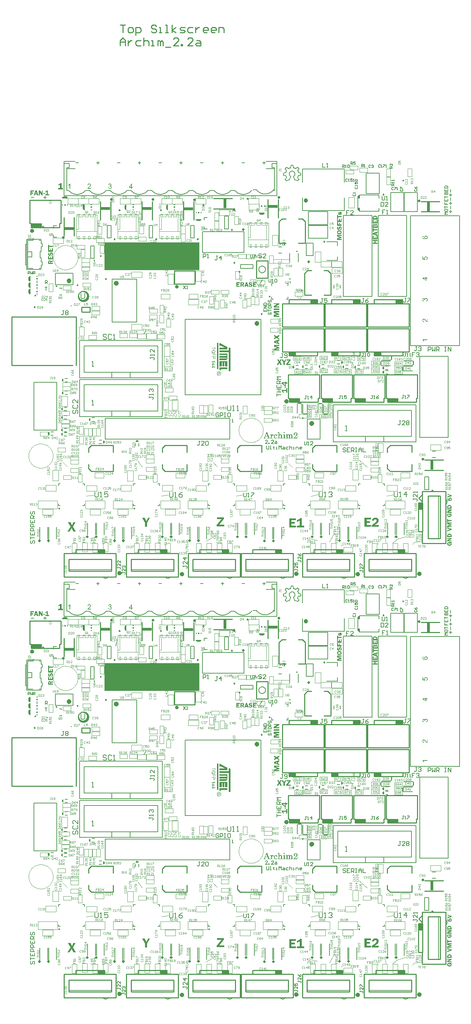
<source format=gto>
G04*
G04 #@! TF.GenerationSoftware,Altium Limited,Altium Designer,18.1.9 (240)*
G04*
G04 Layer_Color=65535*
%FSLAX25Y25*%
%MOIN*%
G70*
G01*
G75*
%ADD10C,0.00700*%
%ADD12C,0.01000*%
%ADD88C,0.02000*%
%ADD95C,0.02400*%
%ADD98C,0.00800*%
%ADD104C,0.01200*%
%ADD105C,0.00600*%
%ADD106C,0.01400*%
%ADD107C,0.00787*%
%ADD164C,0.00984*%
%ADD165C,0.02362*%
%ADD166C,0.00984*%
%ADD167C,0.00400*%
%ADD168C,0.00100*%
%ADD169C,0.00394*%
%ADD170C,0.00500*%
%ADD171C,0.02500*%
%ADD172C,0.03500*%
%ADD173C,0.01378*%
%ADD174C,0.00197*%
%ADD175C,0.00039*%
%ADD176C,0.00200*%
%ADD177C,0.00598*%
%ADD178R,0.02953X0.08790*%
%ADD179R,0.00590X0.01200*%
%ADD180R,0.00600X0.01200*%
%ADD181R,0.01190X0.01200*%
%ADD182R,0.01200X0.01190*%
%ADD183R,0.01200X0.00600*%
%ADD184R,0.01200X0.00590*%
%ADD185R,0.91831X0.27100*%
%ADD186R,0.08790X0.02953*%
G36*
X105012Y812063D02*
X105048D01*
X105091Y812056D01*
X105137Y812052D01*
X105187Y812045D01*
X105245Y812034D01*
X105302Y812023D01*
X105427Y811991D01*
X105495Y811973D01*
X105560Y811948D01*
X105624Y811923D01*
X105689Y811891D01*
X105692Y811887D01*
X105703Y811884D01*
X105721Y811873D01*
X105746Y811859D01*
X105774Y811841D01*
X105807Y811819D01*
X105842Y811794D01*
X105882Y811766D01*
X105968Y811698D01*
X106054Y811615D01*
X106136Y811522D01*
X106175Y811469D01*
X106211Y811415D01*
X106215Y811411D01*
X106218Y811400D01*
X106229Y811386D01*
X106240Y811361D01*
X106254Y811336D01*
X106268Y811300D01*
X106286Y811264D01*
X106304Y811221D01*
X106319Y811175D01*
X106336Y811128D01*
X106365Y811021D01*
X106387Y810903D01*
X106390Y810842D01*
X106394Y810777D01*
Y810774D01*
Y810763D01*
Y810745D01*
X106390Y810724D01*
Y810695D01*
X106383Y810663D01*
X106379Y810624D01*
X106372Y810584D01*
X106351Y810491D01*
X106319Y810394D01*
X106301Y810344D01*
X106276Y810291D01*
X106251Y810240D01*
X106218Y810190D01*
X106215Y810187D01*
X106211Y810180D01*
X106200Y810165D01*
X106186Y810147D01*
X106168Y810126D01*
X106147Y810101D01*
X106122Y810072D01*
X106089Y810040D01*
X106057Y810008D01*
X106018Y809976D01*
X105979Y809940D01*
X105932Y809904D01*
X105882Y809872D01*
X105828Y809836D01*
X105771Y809804D01*
X105710Y809775D01*
X105713D01*
X105728Y809772D01*
X105753Y809764D01*
X105782Y809754D01*
X105821Y809743D01*
X105864Y809725D01*
X105910Y809707D01*
X105961Y809682D01*
X106014Y809657D01*
X106071Y809625D01*
X106129Y809593D01*
X106186Y809553D01*
X106240Y809510D01*
X106293Y809464D01*
X106347Y809410D01*
X106394Y809353D01*
X106397Y809349D01*
X106404Y809338D01*
X106415Y809321D01*
X106433Y809295D01*
X106451Y809263D01*
X106473Y809227D01*
X106494Y809184D01*
X106516Y809134D01*
X106537Y809077D01*
X106562Y809016D01*
X106580Y808952D01*
X106598Y808880D01*
X106616Y808805D01*
X106626Y808726D01*
X106634Y808644D01*
X106637Y808554D01*
Y808547D01*
Y808526D01*
X106634Y808490D01*
X106630Y808447D01*
X106623Y808390D01*
X106612Y808325D01*
X106598Y808254D01*
X106576Y808175D01*
X106551Y808089D01*
X106523Y808003D01*
X106483Y807910D01*
X106437Y807817D01*
X106383Y807724D01*
X106319Y807631D01*
X106243Y807541D01*
X106161Y807455D01*
X106154Y807452D01*
X106140Y807437D01*
X106114Y807412D01*
X106075Y807384D01*
X106029Y807351D01*
X105975Y807312D01*
X105907Y807273D01*
X105835Y807230D01*
X105753Y807187D01*
X105660Y807147D01*
X105563Y807108D01*
X105456Y807076D01*
X105345Y807047D01*
X105223Y807022D01*
X105098Y807008D01*
X104965Y807004D01*
X104937D01*
X104901Y807008D01*
X104858Y807011D01*
X104801Y807015D01*
X104736Y807026D01*
X104665Y807036D01*
X104586Y807054D01*
X104504Y807072D01*
X104414Y807097D01*
X104324Y807129D01*
X104231Y807169D01*
X104142Y807212D01*
X104052Y807262D01*
X103963Y807323D01*
X103881Y807391D01*
X103877Y807394D01*
X103863Y807409D01*
X103841Y807430D01*
X103813Y807462D01*
X103780Y807502D01*
X103741Y807548D01*
X103702Y807602D01*
X103659Y807663D01*
X103616Y807731D01*
X103573Y807810D01*
X103533Y807892D01*
X103494Y807981D01*
X103462Y808078D01*
X103429Y808178D01*
X103408Y808286D01*
X103394Y808400D01*
X104002Y808483D01*
Y808476D01*
X104006Y808461D01*
X104013Y808433D01*
X104024Y808397D01*
X104034Y808354D01*
X104049Y808307D01*
X104067Y808254D01*
X104085Y808196D01*
X104135Y808071D01*
X104196Y807949D01*
X104231Y807889D01*
X104271Y807831D01*
X104310Y807781D01*
X104357Y807734D01*
X104360Y807731D01*
X104367Y807724D01*
X104382Y807713D01*
X104403Y807699D01*
X104425Y807681D01*
X104457Y807663D01*
X104489Y807641D01*
X104529Y807623D01*
X104571Y807602D01*
X104618Y807581D01*
X104668Y807563D01*
X104722Y807545D01*
X104779Y807530D01*
X104840Y807520D01*
X104901Y807513D01*
X104969Y807509D01*
X104987D01*
X105012Y807513D01*
X105041D01*
X105080Y807520D01*
X105123Y807523D01*
X105169Y807534D01*
X105223Y807545D01*
X105277Y807563D01*
X105338Y807581D01*
X105398Y807606D01*
X105459Y807634D01*
X105520Y807670D01*
X105581Y807710D01*
X105638Y807752D01*
X105696Y807806D01*
X105699Y807810D01*
X105710Y807820D01*
X105724Y807835D01*
X105742Y807860D01*
X105764Y807889D01*
X105789Y807924D01*
X105817Y807964D01*
X105846Y808010D01*
X105871Y808060D01*
X105900Y808118D01*
X105925Y808175D01*
X105946Y808243D01*
X105964Y808311D01*
X105979Y808383D01*
X105989Y808461D01*
X105993Y808540D01*
Y808544D01*
Y808558D01*
Y808579D01*
X105989Y808612D01*
X105986Y808644D01*
X105979Y808687D01*
X105971Y808733D01*
X105957Y808784D01*
X105943Y808837D01*
X105925Y808894D01*
X105903Y808952D01*
X105878Y809009D01*
X105846Y809066D01*
X105807Y809124D01*
X105767Y809177D01*
X105717Y809231D01*
X105713Y809235D01*
X105706Y809242D01*
X105689Y809256D01*
X105667Y809274D01*
X105642Y809295D01*
X105610Y809317D01*
X105570Y809342D01*
X105527Y809367D01*
X105481Y809392D01*
X105427Y809417D01*
X105370Y809439D01*
X105309Y809460D01*
X105245Y809478D01*
X105173Y809492D01*
X105101Y809499D01*
X105023Y809503D01*
X104990D01*
X104955Y809499D01*
X104904Y809496D01*
X104840Y809489D01*
X104768Y809474D01*
X104686Y809460D01*
X104593Y809439D01*
X104661Y809972D01*
X104672D01*
X104683Y809968D01*
X104697D01*
X104729Y809965D01*
X104797D01*
X104822Y809968D01*
X104858Y809972D01*
X104897Y809976D01*
X104940Y809983D01*
X104990Y809990D01*
X105044Y810001D01*
X105098Y810015D01*
X105216Y810051D01*
X105277Y810072D01*
X105338Y810101D01*
X105398Y810130D01*
X105456Y810165D01*
X105459Y810169D01*
X105470Y810176D01*
X105484Y810187D01*
X105506Y810205D01*
X105527Y810226D01*
X105556Y810251D01*
X105581Y810283D01*
X105613Y810319D01*
X105642Y810362D01*
X105671Y810409D01*
X105696Y810459D01*
X105717Y810516D01*
X105739Y810577D01*
X105753Y810645D01*
X105764Y810717D01*
X105767Y810792D01*
Y810795D01*
Y810806D01*
Y810824D01*
X105764Y810849D01*
X105760Y810874D01*
X105756Y810910D01*
X105749Y810946D01*
X105739Y810985D01*
X105710Y811071D01*
X105692Y811118D01*
X105671Y811164D01*
X105646Y811211D01*
X105613Y811257D01*
X105578Y811300D01*
X105538Y811343D01*
X105535Y811347D01*
X105527Y811354D01*
X105517Y811365D01*
X105499Y811379D01*
X105474Y811393D01*
X105449Y811415D01*
X105416Y811433D01*
X105381Y811454D01*
X105341Y811476D01*
X105298Y811493D01*
X105248Y811515D01*
X105198Y811529D01*
X105141Y811544D01*
X105084Y811554D01*
X105019Y811561D01*
X104955Y811565D01*
X104919D01*
X104897Y811561D01*
X104865Y811558D01*
X104829Y811554D01*
X104790Y811547D01*
X104747Y811537D01*
X104654Y811511D01*
X104607Y811493D01*
X104557Y811469D01*
X104507Y811443D01*
X104457Y811415D01*
X104410Y811379D01*
X104364Y811340D01*
X104360Y811336D01*
X104353Y811329D01*
X104342Y811314D01*
X104324Y811297D01*
X104307Y811275D01*
X104285Y811246D01*
X104264Y811211D01*
X104239Y811175D01*
X104214Y811128D01*
X104189Y811078D01*
X104160Y811024D01*
X104138Y810964D01*
X104113Y810899D01*
X104095Y810831D01*
X104077Y810756D01*
X104063Y810674D01*
X103455Y810781D01*
Y810785D01*
Y810788D01*
X103462Y810810D01*
X103469Y810838D01*
X103480Y810881D01*
X103494Y810935D01*
X103512Y810992D01*
X103533Y811057D01*
X103558Y811128D01*
X103591Y811203D01*
X103626Y811282D01*
X103669Y811361D01*
X103716Y811440D01*
X103766Y811519D01*
X103823Y811594D01*
X103888Y811665D01*
X103959Y811730D01*
X103963Y811733D01*
X103977Y811744D01*
X103999Y811762D01*
X104031Y811784D01*
X104070Y811809D01*
X104117Y811837D01*
X104171Y811866D01*
X104231Y811898D01*
X104299Y811930D01*
X104375Y811959D01*
X104453Y811988D01*
X104539Y812013D01*
X104632Y812034D01*
X104733Y812052D01*
X104836Y812063D01*
X104944Y812066D01*
X104983D01*
X105012Y812063D01*
D02*
G37*
G36*
X126150Y808837D02*
X126820D01*
Y808279D01*
X126150D01*
Y807094D01*
X125542D01*
Y808279D01*
X123394D01*
Y808837D01*
X125653Y812048D01*
X126150D01*
Y808837D01*
D02*
G37*
G36*
X66720Y807094D02*
X66111D01*
Y810967D01*
X66107Y810964D01*
X66100Y810956D01*
X66089Y810946D01*
X66071Y810931D01*
X66050Y810914D01*
X66021Y810888D01*
X65989Y810863D01*
X65957Y810835D01*
X65914Y810806D01*
X65871Y810770D01*
X65825Y810738D01*
X65774Y810699D01*
X65717Y810663D01*
X65660Y810624D01*
X65531Y810545D01*
X65527Y810541D01*
X65517Y810534D01*
X65495Y810523D01*
X65470Y810513D01*
X65441Y810495D01*
X65406Y810473D01*
X65363Y810452D01*
X65320Y810427D01*
X65219Y810377D01*
X65112Y810326D01*
X65001Y810276D01*
X64894Y810233D01*
Y810820D01*
X64901Y810824D01*
X64915Y810831D01*
X64944Y810845D01*
X64980Y810863D01*
X65023Y810885D01*
X65076Y810914D01*
X65134Y810946D01*
X65194Y810982D01*
X65262Y811024D01*
X65334Y811067D01*
X65484Y811168D01*
X65638Y811279D01*
X65785Y811400D01*
X65789Y811404D01*
X65803Y811415D01*
X65821Y811433D01*
X65846Y811458D01*
X65878Y811490D01*
X65914Y811526D01*
X65953Y811569D01*
X65996Y811612D01*
X66039Y811662D01*
X66086Y811716D01*
X66175Y811827D01*
X66258Y811945D01*
X66294Y812006D01*
X66326Y812066D01*
X66720D01*
Y807094D01*
D02*
G37*
G36*
X85187Y812063D02*
X85237Y812059D01*
X85298Y812056D01*
X85366Y812045D01*
X85445Y812034D01*
X85527Y812016D01*
X85617Y811995D01*
X85706Y811970D01*
X85803Y811937D01*
X85896Y811898D01*
X85989Y811852D01*
X86079Y811801D01*
X86165Y811740D01*
X86247Y811669D01*
X86251Y811665D01*
X86265Y811651D01*
X86286Y811630D01*
X86311Y811597D01*
X86344Y811561D01*
X86379Y811515D01*
X86419Y811461D01*
X86458Y811400D01*
X86494Y811332D01*
X86533Y811257D01*
X86569Y811175D01*
X86601Y811089D01*
X86626Y810996D01*
X86648Y810899D01*
X86662Y810795D01*
X86666Y810688D01*
Y810684D01*
Y810674D01*
Y810659D01*
Y810638D01*
X86662Y810609D01*
X86659Y810581D01*
X86655Y810545D01*
X86651Y810505D01*
X86637Y810416D01*
X86616Y810316D01*
X86584Y810212D01*
X86544Y810104D01*
Y810101D01*
X86537Y810090D01*
X86530Y810076D01*
X86519Y810054D01*
X86508Y810029D01*
X86490Y809997D01*
X86472Y809961D01*
X86447Y809922D01*
X86422Y809879D01*
X86394Y809832D01*
X86322Y809729D01*
X86283Y809675D01*
X86240Y809618D01*
X86190Y809560D01*
X86140Y809499D01*
X86136Y809496D01*
X86125Y809485D01*
X86111Y809467D01*
X86086Y809442D01*
X86054Y809410D01*
X86014Y809371D01*
X85971Y809324D01*
X85918Y809270D01*
X85857Y809213D01*
X85785Y809149D01*
X85710Y809077D01*
X85624Y808998D01*
X85531Y808916D01*
X85431Y808826D01*
X85320Y808730D01*
X85202Y808630D01*
X85194Y808626D01*
X85176Y808608D01*
X85151Y808587D01*
X85116Y808554D01*
X85069Y808519D01*
X85023Y808476D01*
X84969Y808429D01*
X84912Y808379D01*
X84790Y808275D01*
X84733Y808221D01*
X84675Y808171D01*
X84622Y808121D01*
X84575Y808078D01*
X84532Y808039D01*
X84500Y808003D01*
X84493Y807996D01*
X84475Y807974D01*
X84446Y807942D01*
X84410Y807903D01*
X84371Y807853D01*
X84328Y807799D01*
X84285Y807738D01*
X84246Y807677D01*
X86673D01*
Y807094D01*
X83401D01*
Y807097D01*
Y807104D01*
Y807115D01*
Y807129D01*
Y807151D01*
X83404Y807172D01*
X83408Y807230D01*
X83415Y807291D01*
X83426Y807362D01*
X83444Y807437D01*
X83469Y807513D01*
Y807516D01*
X83476Y807527D01*
X83483Y807545D01*
X83494Y807570D01*
X83505Y807602D01*
X83523Y807638D01*
X83544Y807677D01*
X83565Y807720D01*
X83591Y807770D01*
X83623Y807820D01*
X83691Y807931D01*
X83773Y808050D01*
X83870Y808171D01*
X83873Y808175D01*
X83884Y808186D01*
X83899Y808204D01*
X83920Y808229D01*
X83949Y808261D01*
X83984Y808297D01*
X84024Y808340D01*
X84074Y808386D01*
X84128Y808440D01*
X84185Y808497D01*
X84249Y808558D01*
X84321Y808626D01*
X84400Y808694D01*
X84482Y808766D01*
X84571Y808841D01*
X84665Y808920D01*
X84668Y808923D01*
X84675Y808927D01*
X84686Y808937D01*
X84700Y808948D01*
X84718Y808966D01*
X84740Y808984D01*
X84794Y809031D01*
X84861Y809084D01*
X84933Y809152D01*
X85015Y809224D01*
X85101Y809303D01*
X85194Y809385D01*
X85284Y809471D01*
X85377Y809557D01*
X85463Y809646D01*
X85549Y809732D01*
X85624Y809814D01*
X85696Y809897D01*
X85753Y809972D01*
X85756Y809976D01*
X85764Y809990D01*
X85778Y810011D01*
X85799Y810036D01*
X85821Y810072D01*
X85842Y810112D01*
X85871Y810158D01*
X85896Y810208D01*
X85921Y810262D01*
X85950Y810319D01*
X85996Y810445D01*
X86014Y810509D01*
X86029Y810573D01*
X86036Y810638D01*
X86039Y810702D01*
Y810706D01*
Y810720D01*
Y810738D01*
X86036Y810763D01*
X86032Y810795D01*
X86025Y810831D01*
X86018Y810871D01*
X86007Y810914D01*
X85993Y810960D01*
X85975Y811010D01*
X85953Y811060D01*
X85928Y811110D01*
X85900Y811164D01*
X85864Y811214D01*
X85825Y811264D01*
X85778Y811311D01*
X85774Y811314D01*
X85767Y811322D01*
X85753Y811332D01*
X85731Y811350D01*
X85706Y811368D01*
X85674Y811390D01*
X85638Y811415D01*
X85599Y811436D01*
X85552Y811461D01*
X85502Y811483D01*
X85445Y811504D01*
X85388Y811522D01*
X85323Y811540D01*
X85255Y811551D01*
X85184Y811558D01*
X85109Y811561D01*
X85066D01*
X85037Y811558D01*
X84997Y811554D01*
X84955Y811547D01*
X84908Y811540D01*
X84854Y811529D01*
X84801Y811515D01*
X84743Y811497D01*
X84686Y811476D01*
X84625Y811451D01*
X84568Y811418D01*
X84511Y811382D01*
X84453Y811343D01*
X84403Y811297D01*
X84400Y811293D01*
X84392Y811286D01*
X84378Y811268D01*
X84364Y811250D01*
X84342Y811221D01*
X84321Y811189D01*
X84296Y811150D01*
X84274Y811107D01*
X84249Y811060D01*
X84224Y811003D01*
X84203Y810946D01*
X84181Y810881D01*
X84167Y810810D01*
X84153Y810735D01*
X84145Y810656D01*
X84142Y810570D01*
X83515Y810634D01*
Y810638D01*
Y810641D01*
X83519Y810652D01*
Y810666D01*
X83523Y810702D01*
X83533Y810749D01*
X83544Y810806D01*
X83558Y810874D01*
X83576Y810949D01*
X83598Y811028D01*
X83626Y811114D01*
X83659Y811200D01*
X83698Y811290D01*
X83745Y811379D01*
X83795Y811465D01*
X83855Y811547D01*
X83920Y811626D01*
X83995Y811698D01*
X83999Y811701D01*
X84013Y811712D01*
X84038Y811733D01*
X84070Y811755D01*
X84113Y811784D01*
X84163Y811816D01*
X84224Y811848D01*
X84292Y811884D01*
X84371Y811916D01*
X84453Y811948D01*
X84547Y811980D01*
X84647Y812009D01*
X84754Y812034D01*
X84869Y812052D01*
X84990Y812063D01*
X85119Y812066D01*
X85151D01*
X85187Y812063D01*
D02*
G37*
G36*
X58305Y807698D02*
X59931D01*
Y806622D01*
X55177D01*
Y807698D01*
X56956D01*
Y811047D01*
X56951D01*
X56942Y811038D01*
X56928Y811034D01*
X56910Y811020D01*
X56886Y811006D01*
X56854Y810987D01*
X56785Y810946D01*
X56697Y810890D01*
X56595Y810835D01*
X56480Y810770D01*
X56360Y810701D01*
X56230Y810627D01*
X56096Y810553D01*
X55824Y810410D01*
X55690Y810341D01*
X55560Y810281D01*
X55440Y810225D01*
X55325Y810174D01*
Y811380D01*
X55330D01*
X55343Y811385D01*
X55362Y811394D01*
X55389Y811399D01*
X55427Y811413D01*
X55468Y811426D01*
X55514Y811445D01*
X55570Y811463D01*
X55630Y811482D01*
X55690Y811505D01*
X55828Y811560D01*
X55981Y811625D01*
X56143Y811694D01*
X56309Y811777D01*
X56475Y811865D01*
X56642Y811967D01*
X56799Y812073D01*
X56951Y812189D01*
X57090Y812309D01*
X57150Y812374D01*
X57210Y812438D01*
X57261Y812508D01*
X57307Y812577D01*
X58305D01*
Y807698D01*
D02*
G37*
G36*
X40157Y800768D02*
X39217D01*
X37374Y803939D01*
Y803935D01*
Y803920D01*
Y803898D01*
X37378Y803876D01*
Y803824D01*
X37382Y803802D01*
Y803783D01*
Y803780D01*
X37386Y803765D01*
Y803739D01*
X37389Y803713D01*
X37393Y803680D01*
Y803646D01*
X37397Y803613D01*
Y803580D01*
Y800768D01*
X36538D01*
Y805467D01*
X37722D01*
X39328Y802695D01*
Y802699D01*
Y802703D01*
X39324Y802714D01*
Y802729D01*
X39321Y802766D01*
X39317Y802810D01*
X39313Y802862D01*
X39310Y802914D01*
X39306Y802962D01*
Y803006D01*
Y805467D01*
X40157D01*
Y800768D01*
D02*
G37*
G36*
X42355Y802181D02*
X40708D01*
Y802929D01*
X42355D01*
Y802181D01*
D02*
G37*
G36*
X45256Y801630D02*
X46558D01*
Y800768D01*
X42751D01*
Y801630D01*
X44175D01*
Y804312D01*
X44171D01*
X44164Y804305D01*
X44153Y804301D01*
X44138Y804290D01*
X44120Y804279D01*
X44094Y804264D01*
X44038Y804231D01*
X43968Y804187D01*
X43887Y804142D01*
X43794Y804090D01*
X43698Y804035D01*
X43594Y803976D01*
X43487Y803916D01*
X43269Y803802D01*
X43161Y803746D01*
X43058Y803698D01*
X42961Y803654D01*
X42869Y803613D01*
Y804579D01*
X42873D01*
X42884Y804582D01*
X42899Y804590D01*
X42921Y804593D01*
X42950Y804605D01*
X42984Y804616D01*
X43021Y804630D01*
X43065Y804645D01*
X43113Y804660D01*
X43161Y804679D01*
X43272Y804723D01*
X43394Y804775D01*
X43524Y804830D01*
X43657Y804897D01*
X43790Y804967D01*
X43924Y805049D01*
X44049Y805134D01*
X44171Y805226D01*
X44282Y805322D01*
X44330Y805374D01*
X44379Y805426D01*
X44419Y805482D01*
X44456Y805537D01*
X45256D01*
Y801630D01*
D02*
G37*
G36*
X36035Y800768D02*
X34851D01*
X34559Y801737D01*
X33042D01*
X32746Y800768D01*
X31784D01*
X33286Y805467D01*
X34566D01*
X36035Y800768D01*
D02*
G37*
G36*
X31691Y804538D02*
X29490D01*
Y803483D01*
X31229D01*
Y802607D01*
X29490D01*
Y800768D01*
X28346D01*
Y805467D01*
X31691D01*
Y804538D01*
D02*
G37*
G36*
X327160Y784819D02*
X327195Y784815D01*
X327237Y784812D01*
X327289Y784801D01*
X327344Y784791D01*
X327403Y784773D01*
X327466Y784753D01*
X327532Y784728D01*
X327601Y784697D01*
X327671Y784659D01*
X327736Y784614D01*
X327806Y784565D01*
X327868Y784506D01*
X327931Y784437D01*
X327934Y784434D01*
X327945Y784420D01*
X327959Y784399D01*
X327979Y784368D01*
X328004Y784326D01*
X328031Y784281D01*
X328059Y784225D01*
X328087Y784159D01*
X328118Y784090D01*
X328146Y784007D01*
X328174Y783920D01*
X328198Y783826D01*
X328219Y783722D01*
X328233Y783611D01*
X328243Y783493D01*
X328247Y783368D01*
Y783337D01*
X328243Y783313D01*
Y783285D01*
X328240Y783250D01*
X328236Y783212D01*
X328233Y783170D01*
X328226Y783122D01*
X328215Y783073D01*
X328194Y782962D01*
X328167Y782841D01*
X328125Y782716D01*
X328073Y782587D01*
X328045Y782521D01*
X328011Y782459D01*
X327972Y782397D01*
X327934Y782334D01*
X327889Y782275D01*
X327841Y782216D01*
X327785Y782161D01*
X327730Y782109D01*
X327667Y782060D01*
X327601Y782015D01*
X327528Y781977D01*
X327452Y781939D01*
X327369Y781907D01*
X327282Y781883D01*
X327160Y782691D01*
X327164D01*
X327178Y782698D01*
X327202Y782705D01*
X327230Y782716D01*
X327261Y782733D01*
X327299Y782754D01*
X327341Y782782D01*
X327379Y782820D01*
X327421Y782862D01*
X327462Y782910D01*
X327501Y782969D01*
X327532Y783039D01*
X327559Y783115D01*
X327584Y783202D01*
X327598Y783302D01*
X327601Y783413D01*
Y783455D01*
X327598Y783472D01*
Y783497D01*
X327591Y783552D01*
X327580Y783618D01*
X327566Y783684D01*
X327546Y783753D01*
X327518Y783816D01*
Y783819D01*
X327514Y783823D01*
X327501Y783844D01*
X327483Y783868D01*
X327455Y783899D01*
X327424Y783930D01*
X327382Y783958D01*
X327337Y783975D01*
X327313Y783979D01*
X327285Y783982D01*
X327282D01*
X327275D01*
X327265Y783979D01*
X327251Y783975D01*
X327213Y783961D01*
X327188Y783951D01*
X327167Y783937D01*
X327143Y783916D01*
X327119Y783892D01*
X327098Y783864D01*
X327077Y783826D01*
X327056Y783785D01*
X327039Y783736D01*
X327025Y783680D01*
X327015Y783614D01*
Y783604D01*
X327011Y783590D01*
X327008Y783573D01*
X327004Y783549D01*
X327001Y783521D01*
X326997Y783490D01*
X326990Y783455D01*
X326980Y783375D01*
X326963Y783285D01*
X326945Y783188D01*
X326921Y783084D01*
X326897Y782976D01*
X326869Y782865D01*
X326838Y782757D01*
X326803Y782650D01*
X326768Y782553D01*
X326727Y782463D01*
X326682Y782383D01*
X326661Y782348D01*
X326637Y782317D01*
X326633Y782313D01*
X326626Y782303D01*
X326609Y782289D01*
X326588Y782268D01*
X326564Y782244D01*
X326532Y782220D01*
X326494Y782192D01*
X326449Y782164D01*
X326404Y782133D01*
X326348Y782105D01*
X326290Y782081D01*
X326227Y782057D01*
X326158Y782036D01*
X326085Y782022D01*
X326005Y782011D01*
X325922Y782008D01*
X325915D01*
X325901D01*
X325876Y782011D01*
X325845Y782015D01*
X325804Y782018D01*
X325759Y782029D01*
X325707Y782039D01*
X325651Y782053D01*
X325592Y782074D01*
X325530Y782095D01*
X325467Y782126D01*
X325401Y782161D01*
X325339Y782202D01*
X325273Y782251D01*
X325214Y782306D01*
X325155Y782369D01*
X325151Y782372D01*
X325141Y782386D01*
X325127Y782407D01*
X325106Y782435D01*
X325085Y782473D01*
X325058Y782518D01*
X325030Y782570D01*
X325002Y782632D01*
X324974Y782698D01*
X324947Y782775D01*
X324919Y782858D01*
X324898Y782948D01*
X324877Y783045D01*
X324863Y783153D01*
X324853Y783264D01*
X324849Y783382D01*
Y783431D01*
X324853Y783469D01*
X324856Y783510D01*
X324860Y783563D01*
X324867Y783618D01*
X324874Y783680D01*
X324884Y783743D01*
X324898Y783812D01*
X324915Y783878D01*
X324936Y783948D01*
X324960Y784017D01*
X324985Y784083D01*
X325020Y784149D01*
X325054Y784208D01*
X325058Y784211D01*
X325065Y784222D01*
X325075Y784239D01*
X325092Y784260D01*
X325117Y784284D01*
X325141Y784315D01*
X325176Y784347D01*
X325214Y784385D01*
X325255Y784420D01*
X325304Y784461D01*
X325356Y784499D01*
X325415Y784538D01*
X325481Y784579D01*
X325550Y784614D01*
X325627Y784652D01*
X325707Y784683D01*
X325890Y783982D01*
X325887D01*
X325873Y783975D01*
X325849Y783968D01*
X325821Y783955D01*
X325790Y783937D01*
X325752Y783916D01*
X325710Y783889D01*
X325668Y783857D01*
X325630Y783816D01*
X325588Y783771D01*
X325550Y783719D01*
X325519Y783660D01*
X325491Y783594D01*
X325467Y783517D01*
X325453Y783434D01*
X325450Y783344D01*
Y783323D01*
X325453Y783299D01*
Y783267D01*
X325460Y783233D01*
X325464Y783191D01*
X325488Y783104D01*
X325502Y783059D01*
X325523Y783014D01*
X325547Y782973D01*
X325575Y782938D01*
X325609Y782907D01*
X325647Y782882D01*
X325693Y782868D01*
X325745Y782862D01*
X325748D01*
X325765D01*
X325786Y782865D01*
X325811Y782872D01*
X325842Y782882D01*
X325873Y782900D01*
X325904Y782921D01*
X325932Y782948D01*
X325936Y782952D01*
X325942Y782969D01*
X325949Y782979D01*
X325956Y782997D01*
X325963Y783018D01*
X325974Y783042D01*
X325981Y783070D01*
X325991Y783101D01*
X326002Y783139D01*
X326012Y783184D01*
X326022Y783233D01*
X326029Y783285D01*
X326040Y783347D01*
X326050Y783413D01*
Y783420D01*
X326054Y783438D01*
X326057Y783465D01*
X326064Y783503D01*
X326071Y783552D01*
X326078Y783604D01*
X326088Y783663D01*
X326099Y783726D01*
X326123Y783861D01*
X326151Y783996D01*
X326168Y784062D01*
X326185Y784128D01*
X326203Y784187D01*
X326220Y784239D01*
Y784243D01*
X326223Y784249D01*
X326231Y784263D01*
X326237Y784284D01*
X326248Y784305D01*
X326262Y784333D01*
X326296Y784392D01*
X326342Y784461D01*
X326397Y784531D01*
X326466Y784600D01*
X326546Y784662D01*
X326550Y784666D01*
X326557Y784669D01*
X326571Y784676D01*
X326588Y784687D01*
X326609Y784701D01*
X326637Y784715D01*
X326668Y784728D01*
X326702Y784742D01*
X326741Y784756D01*
X326786Y784770D01*
X326831Y784784D01*
X326883Y784798D01*
X326990Y784815D01*
X327049Y784822D01*
X327112D01*
X327119D01*
X327133D01*
X327160Y784819D01*
D02*
G37*
G36*
X324641Y780755D02*
X328177D01*
Y779711D01*
X324641D01*
Y778614D01*
X323770D01*
Y781845D01*
X324641D01*
Y780755D01*
D02*
G37*
G36*
X360478Y781222D02*
X360502D01*
X360534Y781218D01*
X360568D01*
X360610Y781212D01*
X360651Y781208D01*
X360745Y781198D01*
X360849Y781180D01*
X360964Y781156D01*
X361085Y781125D01*
X361214Y781090D01*
X361346Y781045D01*
X361481Y780990D01*
X361613Y780927D01*
X361745Y780851D01*
X361873Y780764D01*
X361994Y780667D01*
X362001Y780660D01*
X362022Y780643D01*
X362053Y780608D01*
X362092Y780563D01*
X362140Y780507D01*
X362196Y780438D01*
X362251Y780358D01*
X362310Y780264D01*
X362369Y780160D01*
X362425Y780046D01*
X362480Y779917D01*
X362529Y779782D01*
X362567Y779633D01*
X362598Y779473D01*
X362619Y779307D01*
X362622Y779216D01*
X362626Y779126D01*
Y777613D01*
X358219D01*
Y779036D01*
X358223Y779091D01*
X358226Y779161D01*
X358229Y779237D01*
X358236Y779324D01*
X358247Y779418D01*
X358261Y779515D01*
X358275Y779615D01*
X358292Y779719D01*
X358316Y779820D01*
X358341Y779917D01*
X358372Y780015D01*
X358406Y780101D01*
X358448Y780181D01*
X358452Y780185D01*
X358458Y780198D01*
X358472Y780219D01*
X358490Y780250D01*
X358518Y780285D01*
X358545Y780327D01*
X358583Y780372D01*
X358625Y780424D01*
X358670Y780476D01*
X358726Y780535D01*
X358785Y780594D01*
X358851Y780656D01*
X358920Y780719D01*
X358996Y780781D01*
X359080Y780844D01*
X359170Y780903D01*
X359177Y780906D01*
X359191Y780917D01*
X359218Y780934D01*
X359257Y780955D01*
X359305Y780979D01*
X359364Y781003D01*
X359430Y781035D01*
X359510Y781066D01*
X359593Y781094D01*
X359687Y781125D01*
X359791Y781149D01*
X359899Y781177D01*
X360016Y781194D01*
X360141Y781212D01*
X360273Y781222D01*
X360412Y781225D01*
X360416D01*
X360422D01*
X360436D01*
X360454D01*
X360478Y781222D01*
D02*
G37*
G36*
X328177Y775286D02*
X323770D01*
Y778437D01*
X324610D01*
Y776334D01*
X325516D01*
Y777990D01*
X326345D01*
Y776334D01*
X327306D01*
Y778437D01*
X328177D01*
Y775286D01*
D02*
G37*
G36*
X362626Y773845D02*
X358219D01*
Y776996D01*
X359059D01*
Y774893D01*
X359964D01*
Y776548D01*
X360794D01*
Y774893D01*
X361755D01*
Y776996D01*
X362626D01*
Y773845D01*
D02*
G37*
G36*
X361460Y773182D02*
X361495Y773178D01*
X361536Y773175D01*
X361589Y773165D01*
X361644Y773154D01*
X361703Y773140D01*
X361769Y773120D01*
X361838Y773095D01*
X361911Y773064D01*
X361981Y773026D01*
X362057Y772984D01*
X362126Y772936D01*
X362199Y772877D01*
X362269Y772811D01*
X362272Y772807D01*
X362282Y772793D01*
X362300Y772769D01*
X362324Y772738D01*
X362352Y772700D01*
X362383Y772648D01*
X362414Y772589D01*
X362445Y772519D01*
X362480Y772439D01*
X362511Y772349D01*
X362543Y772249D01*
X362571Y772138D01*
X362591Y772020D01*
X362612Y771888D01*
X362622Y771745D01*
X362626Y771593D01*
Y769538D01*
X358219D01*
Y771645D01*
X358223Y771683D01*
Y771728D01*
X358226Y771784D01*
X358229Y771839D01*
X358236Y771905D01*
X358254Y772037D01*
X358278Y772176D01*
X358292Y772242D01*
X358313Y772308D01*
X358334Y772367D01*
X358358Y772422D01*
Y772426D01*
X358365Y772436D01*
X358372Y772450D01*
X358382Y772467D01*
X358396Y772492D01*
X358413Y772519D01*
X358455Y772585D01*
X358511Y772655D01*
X358576Y772731D01*
X358656Y772807D01*
X358743Y772880D01*
X358747Y772884D01*
X358753Y772887D01*
X358767Y772897D01*
X358788Y772908D01*
X358812Y772922D01*
X358840Y772939D01*
X358875Y772957D01*
X358913Y772974D01*
X358955Y772988D01*
X359003Y773005D01*
X359052Y773022D01*
X359107Y773036D01*
X359166Y773047D01*
X359225Y773057D01*
X359291Y773061D01*
X359357Y773064D01*
X359361D01*
X359364D01*
X359375D01*
X359388D01*
X359427Y773061D01*
X359475Y773050D01*
X359534Y773040D01*
X359600Y773022D01*
X359673Y772998D01*
X359753Y772963D01*
X359833Y772922D01*
X359916Y772870D01*
X359996Y772807D01*
X360037Y772769D01*
X360075Y772727D01*
X360114Y772686D01*
X360152Y772637D01*
X360187Y772585D01*
X360221Y772533D01*
X360252Y772474D01*
X360280Y772408D01*
X360308Y772342D01*
X360332Y772269D01*
Y772276D01*
X360336Y772290D01*
X360343Y772315D01*
X360353Y772346D01*
X360367Y772384D01*
X360381Y772426D01*
X360402Y772474D01*
X360422Y772526D01*
X360450Y772582D01*
X360478Y772637D01*
X360513Y772696D01*
X360551Y772752D01*
X360593Y772807D01*
X360638Y772863D01*
X360690Y772911D01*
X360745Y772957D01*
X360749Y772960D01*
X360759Y772967D01*
X360776Y772977D01*
X360797Y772991D01*
X360828Y773008D01*
X360860Y773029D01*
X360898Y773050D01*
X360943Y773071D01*
X360992Y773092D01*
X361044Y773113D01*
X361096Y773133D01*
X361155Y773151D01*
X361217Y773165D01*
X361280Y773175D01*
X361346Y773182D01*
X361411Y773185D01*
X361418D01*
X361432D01*
X361460Y773182D01*
D02*
G37*
G36*
X324641Y772694D02*
X325630D01*
Y774325D01*
X326453D01*
Y772694D01*
X328177D01*
Y771622D01*
X323770D01*
Y774759D01*
X324641D01*
Y772694D01*
D02*
G37*
G36*
X39349Y769894D02*
X29044D01*
Y773644D01*
X39349D01*
Y769894D01*
D02*
G37*
G36*
X326841Y770946D02*
X326883Y770942D01*
X326935Y770935D01*
X326994Y770925D01*
X327060Y770911D01*
X327136Y770890D01*
X327213Y770866D01*
X327296Y770838D01*
X327382Y770800D01*
X327469Y770755D01*
X327556Y770703D01*
X327643Y770640D01*
X327730Y770567D01*
X327813Y770487D01*
X327816Y770481D01*
X327830Y770467D01*
X327854Y770439D01*
X327879Y770401D01*
X327913Y770352D01*
X327952Y770297D01*
X327990Y770224D01*
X328028Y770144D01*
X328070Y770054D01*
X328108Y769953D01*
X328146Y769842D01*
X328177Y769721D01*
X328205Y769585D01*
X328229Y769443D01*
X328243Y769287D01*
X328247Y769124D01*
Y769093D01*
X328243Y769058D01*
Y769009D01*
X328236Y768954D01*
X328229Y768884D01*
X328222Y768808D01*
X328208Y768725D01*
X328191Y768638D01*
X328170Y768544D01*
X328146Y768451D01*
X328118Y768354D01*
X328083Y768256D01*
X328042Y768159D01*
X327993Y768062D01*
X327941Y767972D01*
X327938Y767965D01*
X327927Y767951D01*
X327910Y767927D01*
X327882Y767895D01*
X327851Y767857D01*
X327813Y767812D01*
X327764Y767767D01*
X327712Y767715D01*
X327650Y767663D01*
X327580Y767611D01*
X327507Y767559D01*
X327424Y767507D01*
X327334Y767462D01*
X327240Y767417D01*
X327136Y767378D01*
X327025Y767347D01*
X326806Y768301D01*
X326814Y768305D01*
X326834Y768308D01*
X326862Y768322D01*
X326904Y768340D01*
X326949Y768360D01*
X327001Y768392D01*
X327056Y768426D01*
X327115Y768475D01*
X327174Y768527D01*
X327230Y768589D01*
X327282Y768662D01*
X327327Y768746D01*
X327369Y768839D01*
X327396Y768947D01*
X327417Y769065D01*
X327421Y769131D01*
X327424Y769197D01*
Y769231D01*
X327421Y769256D01*
Y769283D01*
X327417Y769318D01*
X327414Y769356D01*
X327407Y769394D01*
X327390Y769481D01*
X327369Y769568D01*
X327334Y769651D01*
X327313Y769689D01*
X327289Y769724D01*
Y769728D01*
X327282Y769731D01*
X327265Y769752D01*
X327233Y769780D01*
X327195Y769814D01*
X327147Y769846D01*
X327091Y769873D01*
X327032Y769894D01*
X326997Y769898D01*
X326963Y769901D01*
X326959D01*
X326956D01*
X326945D01*
X326931Y769898D01*
X326897Y769894D01*
X326852Y769880D01*
X326803Y769863D01*
X326754Y769835D01*
X326706Y769794D01*
X326682Y769769D01*
X326661Y769741D01*
Y769738D01*
X326657Y769734D01*
X326650Y769724D01*
X326643Y769710D01*
X326633Y769689D01*
X326623Y769669D01*
X326609Y769637D01*
X326595Y769606D01*
X326581Y769568D01*
X326564Y769523D01*
X326546Y769471D01*
X326529Y769415D01*
X326512Y769356D01*
X326494Y769287D01*
X326477Y769211D01*
X326460Y769131D01*
Y769127D01*
X326456Y769120D01*
Y769110D01*
X326453Y769093D01*
X326446Y769075D01*
X326442Y769051D01*
X326435Y769023D01*
X326428Y768995D01*
X326411Y768926D01*
X326390Y768846D01*
X326362Y768759D01*
X326335Y768666D01*
X326303Y768569D01*
X326269Y768468D01*
X326227Y768371D01*
X326185Y768270D01*
X326140Y768177D01*
X326092Y768086D01*
X326040Y768007D01*
X325984Y767934D01*
X325981Y767930D01*
X325970Y767920D01*
X325953Y767902D01*
X325929Y767878D01*
X325897Y767850D01*
X325859Y767819D01*
X325814Y767788D01*
X325762Y767757D01*
X325703Y767722D01*
X325637Y767691D01*
X325564Y767660D01*
X325484Y767632D01*
X325398Y767611D01*
X325307Y767590D01*
X325207Y767580D01*
X325103Y767576D01*
X325096D01*
X325075D01*
X325047Y767580D01*
X325006Y767583D01*
X324954Y767590D01*
X324894Y767600D01*
X324829Y767611D01*
X324756Y767628D01*
X324679Y767653D01*
X324600Y767680D01*
X324520Y767715D01*
X324436Y767757D01*
X324350Y767805D01*
X324270Y767861D01*
X324187Y767927D01*
X324110Y768003D01*
X324107Y768007D01*
X324093Y768024D01*
X324072Y768048D01*
X324048Y768083D01*
X324017Y768124D01*
X323982Y768177D01*
X323944Y768239D01*
X323906Y768308D01*
X323871Y768388D01*
X323833Y768475D01*
X323798Y768569D01*
X323767Y768673D01*
X323743Y768784D01*
X323722Y768902D01*
X323708Y769030D01*
X323704Y769162D01*
Y769193D01*
X323708Y769217D01*
Y769249D01*
X323711Y769283D01*
X323715Y769325D01*
X323722Y769370D01*
X323729Y769422D01*
X323736Y769474D01*
X323746Y769533D01*
X323760Y769592D01*
X323791Y769721D01*
X323833Y769856D01*
X323888Y769998D01*
X323923Y770068D01*
X323958Y770141D01*
X323996Y770210D01*
X324041Y770279D01*
X324090Y770349D01*
X324142Y770415D01*
X324201Y770477D01*
X324259Y770540D01*
X324329Y770599D01*
X324398Y770654D01*
X324478Y770703D01*
X324558Y770751D01*
X324648Y770793D01*
X324742Y770831D01*
X325033Y769953D01*
X325026Y769950D01*
X325012Y769943D01*
X324985Y769932D01*
X324954Y769915D01*
X324912Y769894D01*
X324870Y769866D01*
X324822Y769832D01*
X324773Y769790D01*
X324725Y769745D01*
X324676Y769689D01*
X324634Y769627D01*
X324593Y769561D01*
X324561Y769481D01*
X324534Y769398D01*
X324520Y769304D01*
X324513Y769200D01*
Y769172D01*
X324516Y769145D01*
X324520Y769106D01*
X324523Y769058D01*
X324534Y769006D01*
X324548Y768950D01*
X324561Y768895D01*
X324582Y768839D01*
X324610Y768784D01*
X324641Y768732D01*
X324679Y768687D01*
X324728Y768645D01*
X324780Y768617D01*
X324843Y768596D01*
X324877Y768593D01*
X324912Y768589D01*
X324919D01*
X324936Y768593D01*
X324967Y768596D01*
X325002Y768603D01*
X325047Y768617D01*
X325089Y768638D01*
X325134Y768662D01*
X325179Y768701D01*
X325183Y768707D01*
X325189Y768714D01*
X325196Y768725D01*
X325207Y768739D01*
X325217Y768759D01*
X325231Y768780D01*
X325245Y768808D01*
X325259Y768839D01*
X325273Y768878D01*
X325290Y768919D01*
X325307Y768968D01*
X325321Y769023D01*
X325339Y769082D01*
X325356Y769148D01*
X325370Y769221D01*
Y769228D01*
X325373Y769238D01*
X325377Y769252D01*
X325384Y769287D01*
X325394Y769332D01*
X325405Y769387D01*
X325422Y769450D01*
X325439Y769519D01*
X325457Y769596D01*
X325478Y769676D01*
X325498Y769759D01*
X325547Y769922D01*
X325571Y769998D01*
X325595Y770075D01*
X325620Y770144D01*
X325647Y770206D01*
Y770210D01*
X325655Y770220D01*
X325661Y770238D01*
X325675Y770259D01*
X325689Y770286D01*
X325707Y770318D01*
X325731Y770352D01*
X325755Y770390D01*
X325786Y770429D01*
X325818Y770474D01*
X325856Y770515D01*
X325894Y770560D01*
X325939Y770606D01*
X325988Y770651D01*
X326040Y770692D01*
X326095Y770734D01*
X326099Y770737D01*
X326109Y770744D01*
X326126Y770755D01*
X326147Y770769D01*
X326178Y770783D01*
X326213Y770803D01*
X326251Y770821D01*
X326296Y770842D01*
X326345Y770862D01*
X326397Y770880D01*
X326453Y770900D01*
X326515Y770914D01*
X326577Y770928D01*
X326643Y770939D01*
X326713Y770946D01*
X326782Y770949D01*
X326789D01*
X326810D01*
X326841Y770946D01*
D02*
G37*
G36*
X359090Y768005D02*
X362626D01*
Y766960D01*
X359090D01*
Y765864D01*
X358219D01*
Y769094D01*
X359090D01*
Y768005D01*
D02*
G37*
G36*
X326040Y767108D02*
X326067D01*
X326099D01*
X326133Y767104D01*
X326171Y767101D01*
X326217Y767097D01*
X326310Y767087D01*
X326418Y767070D01*
X326536Y767052D01*
X326661Y767025D01*
X326789Y766993D01*
X326924Y766955D01*
X327060Y766906D01*
X327195Y766851D01*
X327330Y766785D01*
X327462Y766712D01*
X327591Y766625D01*
X327594D01*
X327598Y766618D01*
X327619Y766605D01*
X327650Y766573D01*
X327691Y766535D01*
X327743Y766487D01*
X327799Y766424D01*
X327858Y766351D01*
X327917Y766268D01*
X327979Y766174D01*
X328038Y766070D01*
X328094Y765952D01*
X328142Y765827D01*
X328188Y765689D01*
X328219Y765539D01*
X328240Y765383D01*
X328243Y765300D01*
X328247Y765213D01*
Y765175D01*
X328243Y765154D01*
Y765126D01*
X328240Y765099D01*
X328236Y765067D01*
X328226Y764991D01*
X328212Y764904D01*
X328191Y764811D01*
X328163Y764707D01*
X328129Y764599D01*
X328083Y764484D01*
X328031Y764370D01*
X327965Y764255D01*
X327889Y764144D01*
X327799Y764033D01*
X327750Y763981D01*
X327698Y763933D01*
X327639Y763881D01*
X327580Y763835D01*
X327577D01*
X327573Y763829D01*
X327563Y763825D01*
X327549Y763815D01*
X327532Y763804D01*
X327511Y763790D01*
X327487Y763777D01*
X327462Y763759D01*
X327396Y763725D01*
X327320Y763683D01*
X327230Y763638D01*
X327126Y763593D01*
X327015Y763548D01*
X326890Y763502D01*
X326758Y763464D01*
X326616Y763426D01*
X326463Y763395D01*
X326303Y763371D01*
X326137Y763357D01*
X325963Y763350D01*
X325960D01*
X325953D01*
X325939D01*
X325922D01*
X325897Y763353D01*
X325870D01*
X325838Y763357D01*
X325804D01*
X325762Y763360D01*
X325720Y763364D01*
X325623Y763378D01*
X325516Y763391D01*
X325401Y763412D01*
X325276Y763437D01*
X325148Y763471D01*
X325012Y763509D01*
X324877Y763558D01*
X324742Y763614D01*
X324606Y763679D01*
X324478Y763756D01*
X324353Y763842D01*
X324350D01*
X324346Y763849D01*
X324325Y763867D01*
X324294Y763895D01*
X324253Y763933D01*
X324204Y763985D01*
X324149Y764047D01*
X324090Y764120D01*
X324027Y764203D01*
X323968Y764297D01*
X323909Y764401D01*
X323853Y764519D01*
X323805Y764644D01*
X323763Y764779D01*
X323732Y764925D01*
X323711Y765081D01*
X323708Y765165D01*
X323704Y765248D01*
Y765289D01*
X323708Y765310D01*
Y765335D01*
X323711Y765366D01*
X323715Y765401D01*
X323725Y765477D01*
X323739Y765564D01*
X323763Y765664D01*
X323791Y765768D01*
X323826Y765879D01*
X323874Y765994D01*
X323930Y766108D01*
X323996Y766223D01*
X324076Y766337D01*
X324121Y766393D01*
X324166Y766445D01*
X324218Y766497D01*
X324273Y766546D01*
X324332Y766594D01*
X324395Y766639D01*
X324398D01*
X324402Y766646D01*
X324412Y766650D01*
X324426Y766660D01*
X324443Y766671D01*
X324464Y766684D01*
X324488Y766698D01*
X324516Y766712D01*
X324582Y766750D01*
X324659Y766788D01*
X324749Y766830D01*
X324849Y766875D01*
X324964Y766920D01*
X325085Y766962D01*
X325214Y767000D01*
X325353Y767038D01*
X325498Y767066D01*
X325651Y767090D01*
X325811Y767108D01*
X325974Y767111D01*
X325977D01*
X325984D01*
X325998D01*
X326015D01*
X326040Y767108D01*
D02*
G37*
G36*
X362626Y764722D02*
X361717Y764448D01*
Y763025D01*
X362626Y762748D01*
Y761845D01*
X358219Y763254D01*
Y764455D01*
X362626Y765833D01*
Y764722D01*
D02*
G37*
G36*
Y758518D02*
X358219D01*
Y761669D01*
X359059D01*
Y759566D01*
X359964D01*
Y761221D01*
X360794D01*
Y759566D01*
X361755D01*
Y761669D01*
X362626D01*
Y758518D01*
D02*
G37*
G36*
X409428Y761910D02*
X409471Y761907D01*
X409517Y761903D01*
X409571Y761896D01*
X409632Y761889D01*
X409696Y761878D01*
X409765Y761864D01*
X409836Y761849D01*
X409911Y761828D01*
X409986Y761803D01*
X410062Y761778D01*
X410141Y761746D01*
X410216Y761710D01*
X410219Y761706D01*
X410233Y761699D01*
X410255Y761688D01*
X410280Y761674D01*
X410316Y761653D01*
X410355Y761627D01*
X410395Y761599D01*
X410441Y761567D01*
X410491Y761527D01*
X410541Y761488D01*
X410592Y761441D01*
X410642Y761391D01*
X410692Y761341D01*
X410742Y761284D01*
X410785Y761223D01*
X410828Y761158D01*
X410831Y761155D01*
X410839Y761144D01*
X410846Y761123D01*
X410860Y761098D01*
X410878Y761062D01*
X410896Y761022D01*
X410914Y760979D01*
X410932Y760926D01*
X410953Y760872D01*
X410971Y760811D01*
X410989Y760743D01*
X411007Y760675D01*
X411021Y760600D01*
X411028Y760525D01*
X411035Y760442D01*
X411039Y760360D01*
Y760328D01*
X411035Y760310D01*
Y760288D01*
X411032Y760235D01*
X411021Y760170D01*
X411010Y760095D01*
X410992Y760013D01*
X410967Y759920D01*
X410939Y759823D01*
X410903Y759723D01*
X410856Y759623D01*
X410803Y759519D01*
X410738Y759415D01*
X410663Y759311D01*
X410577Y759214D01*
X410481Y759121D01*
X410473Y759118D01*
X410456Y759100D01*
X410420Y759079D01*
X410373Y759046D01*
X410312Y759010D01*
X410277Y758989D01*
X410237Y758971D01*
X410194Y758950D01*
X410148Y758928D01*
X410094Y758903D01*
X410040Y758882D01*
X409983Y758860D01*
X409922Y758839D01*
X409854Y758813D01*
X409786Y758792D01*
X409711Y758774D01*
X409636Y758753D01*
X409553Y758735D01*
X409467Y758717D01*
X409378Y758699D01*
X409285Y758685D01*
X409188Y758674D01*
X409088Y758663D01*
X408981Y758652D01*
X408873Y758649D01*
X408759Y758642D01*
X408640D01*
X408637D01*
X408623D01*
X408605D01*
X408576D01*
X408544Y758645D01*
X408504D01*
X408458Y758649D01*
X408404D01*
X408351Y758652D01*
X408286Y758660D01*
X408222Y758663D01*
X408150Y758670D01*
X408003Y758685D01*
X407842Y758710D01*
X407674Y758735D01*
X407498Y758771D01*
X407327Y758813D01*
X407155Y758864D01*
X406987Y758924D01*
X406829Y758996D01*
X406754Y759035D01*
X406686Y759079D01*
X406618Y759125D01*
X406553Y759171D01*
X406546Y759179D01*
X406528Y759193D01*
X406500Y759218D01*
X406464Y759258D01*
X406421Y759304D01*
X406374Y759358D01*
X406321Y759426D01*
X406267Y759501D01*
X406217Y759587D01*
X406163Y759680D01*
X406116Y759780D01*
X406074Y759891D01*
X406038Y760013D01*
X406009Y760138D01*
X405991Y760274D01*
X405984Y760417D01*
Y760442D01*
X405988Y760475D01*
Y760514D01*
X405995Y760564D01*
X406002Y760621D01*
X406013Y760686D01*
X406024Y760757D01*
X406041Y760829D01*
X406063Y760908D01*
X406091Y760987D01*
X406124Y761065D01*
X406159Y761148D01*
X406206Y761227D01*
X406256Y761302D01*
X406313Y761373D01*
X406317Y761377D01*
X406328Y761391D01*
X406349Y761409D01*
X406374Y761434D01*
X406406Y761463D01*
X406450Y761495D01*
X406496Y761531D01*
X406550Y761570D01*
X406611Y761610D01*
X406679Y761649D01*
X406754Y761688D01*
X406836Y761721D01*
X406922Y761756D01*
X407015Y761785D01*
X407115Y761806D01*
X407219Y761824D01*
X407266Y761219D01*
X407262D01*
X407251Y761216D01*
X407230Y761212D01*
X407208Y761205D01*
X407176Y761194D01*
X407144Y761187D01*
X407065Y761158D01*
X406983Y761126D01*
X406897Y761087D01*
X406815Y761040D01*
X406779Y761015D01*
X406747Y760987D01*
X406743Y760983D01*
X406736Y760976D01*
X406722Y760961D01*
X406707Y760944D01*
X406686Y760919D01*
X406664Y760890D01*
X406639Y760858D01*
X406614Y760818D01*
X406593Y760775D01*
X406568Y760729D01*
X406546Y760682D01*
X406525Y760629D01*
X406510Y760571D01*
X406496Y760510D01*
X406489Y760446D01*
X406485Y760382D01*
Y760353D01*
X406489Y760331D01*
Y760306D01*
X406492Y760278D01*
X406500Y760246D01*
X406507Y760206D01*
X406525Y760127D01*
X406553Y760042D01*
X406596Y759956D01*
X406621Y759913D01*
X406650Y759870D01*
X406653Y759866D01*
X406661Y759859D01*
X406671Y759841D01*
X406689Y759823D01*
X406711Y759798D01*
X406736Y759769D01*
X406768Y759741D01*
X406804Y759705D01*
X406843Y759669D01*
X406890Y759633D01*
X406940Y759594D01*
X406994Y759558D01*
X407055Y759519D01*
X407119Y759483D01*
X407187Y759447D01*
X407259Y759415D01*
X407262D01*
X407276Y759408D01*
X407302Y759401D01*
X407334Y759390D01*
X407373Y759376D01*
X407423Y759361D01*
X407484Y759347D01*
X407552Y759333D01*
X407627Y759318D01*
X407713Y759300D01*
X407810Y759286D01*
X407910Y759275D01*
X408021Y759265D01*
X408139Y759254D01*
X408268Y759250D01*
X408404Y759247D01*
X408401Y759250D01*
X408390Y759258D01*
X408372Y759268D01*
X408351Y759286D01*
X408322Y759308D01*
X408290Y759333D01*
X408254Y759361D01*
X408214Y759397D01*
X408175Y759433D01*
X408136Y759472D01*
X408053Y759565D01*
X407975Y759666D01*
X407939Y759723D01*
X407906Y759780D01*
X407903Y759784D01*
X407899Y759795D01*
X407892Y759812D01*
X407881Y759834D01*
X407867Y759866D01*
X407853Y759898D01*
X407838Y759938D01*
X407824Y759984D01*
X407810Y760031D01*
X407796Y760084D01*
X407767Y760195D01*
X407749Y760321D01*
X407742Y760385D01*
Y760478D01*
X407745Y760510D01*
X407749Y760550D01*
X407756Y760604D01*
X407767Y760664D01*
X407781Y760732D01*
X407799Y760808D01*
X407821Y760886D01*
X407853Y760969D01*
X407889Y761055D01*
X407932Y761144D01*
X407985Y761230D01*
X408043Y761316D01*
X408114Y761402D01*
X408193Y761484D01*
X408196Y761488D01*
X408214Y761502D01*
X408240Y761524D01*
X408275Y761552D01*
X408318Y761585D01*
X408372Y761620D01*
X408433Y761660D01*
X408504Y761699D01*
X408583Y761738D01*
X408673Y761778D01*
X408766Y761814D01*
X408870Y761846D01*
X408981Y761874D01*
X409095Y761896D01*
X409220Y761910D01*
X409349Y761914D01*
X409353D01*
X409371D01*
X409396D01*
X409428Y761910D01*
D02*
G37*
G36*
X328177Y761636D02*
X324586D01*
X328177Y760529D01*
Y759821D01*
X324586Y758738D01*
X328177D01*
Y757874D01*
X323770D01*
Y759477D01*
X326411Y760251D01*
X323770Y761060D01*
Y762677D01*
X328177D01*
Y761636D01*
D02*
G37*
G36*
X362626Y756623D02*
X360808D01*
Y755246D01*
X362626D01*
Y754232D01*
X358219D01*
Y755246D01*
X359937D01*
Y756623D01*
X358219D01*
Y757636D01*
X362626D01*
Y756623D01*
D02*
G37*
G36*
X46480Y752065D02*
X50016D01*
Y751021D01*
X46480D01*
Y749924D01*
X45609D01*
Y753155D01*
X46480D01*
Y752065D01*
D02*
G37*
G36*
X50016Y746596D02*
X45609D01*
Y749747D01*
X46449D01*
Y747644D01*
X47354D01*
Y749299D01*
X48184D01*
Y747644D01*
X49145D01*
Y749747D01*
X50016D01*
Y746596D01*
D02*
G37*
G36*
X48680Y745920D02*
X48721Y745916D01*
X48774Y745909D01*
X48832Y745899D01*
X48898Y745885D01*
X48975Y745864D01*
X49051Y745840D01*
X49134Y745812D01*
X49221Y745774D01*
X49308Y745729D01*
X49395Y745677D01*
X49481Y745614D01*
X49568Y745541D01*
X49651Y745462D01*
X49655Y745455D01*
X49669Y745441D01*
X49693Y745413D01*
X49717Y745375D01*
X49752Y745326D01*
X49790Y745271D01*
X49828Y745198D01*
X49867Y745118D01*
X49908Y745028D01*
X49946Y744927D01*
X49984Y744816D01*
X50016Y744695D01*
X50043Y744559D01*
X50068Y744417D01*
X50082Y744261D01*
X50085Y744098D01*
Y744067D01*
X50082Y744032D01*
Y743983D01*
X50075Y743928D01*
X50068Y743858D01*
X50061Y743782D01*
X50047Y743699D01*
X50030Y743612D01*
X50009Y743518D01*
X49984Y743425D01*
X49957Y743328D01*
X49922Y743230D01*
X49880Y743133D01*
X49832Y743036D01*
X49780Y742946D01*
X49776Y742939D01*
X49766Y742925D01*
X49749Y742901D01*
X49721Y742870D01*
X49690Y742831D01*
X49651Y742786D01*
X49603Y742741D01*
X49551Y742689D01*
X49488Y742637D01*
X49419Y742585D01*
X49346Y742533D01*
X49263Y742481D01*
X49172Y742436D01*
X49079Y742391D01*
X48975Y742352D01*
X48864Y742321D01*
X48645Y743276D01*
X48652Y743279D01*
X48673Y743283D01*
X48701Y743296D01*
X48742Y743314D01*
X48787Y743335D01*
X48839Y743366D01*
X48895Y743400D01*
X48954Y743449D01*
X49013Y743501D01*
X49068Y743564D01*
X49121Y743636D01*
X49166Y743720D01*
X49207Y743813D01*
X49235Y743921D01*
X49256Y744039D01*
X49259Y744105D01*
X49263Y744171D01*
Y744206D01*
X49259Y744230D01*
Y744258D01*
X49256Y744292D01*
X49252Y744330D01*
X49245Y744369D01*
X49228Y744455D01*
X49207Y744542D01*
X49172Y744625D01*
X49152Y744664D01*
X49127Y744698D01*
Y744702D01*
X49121Y744705D01*
X49103Y744726D01*
X49072Y744754D01*
X49034Y744789D01*
X48985Y744820D01*
X48930Y744847D01*
X48871Y744868D01*
X48836Y744872D01*
X48801Y744875D01*
X48798D01*
X48794D01*
X48784D01*
X48770Y744872D01*
X48735Y744868D01*
X48690Y744854D01*
X48642Y744837D01*
X48593Y744809D01*
X48544Y744768D01*
X48520Y744743D01*
X48499Y744716D01*
Y744712D01*
X48496Y744709D01*
X48489Y744698D01*
X48482Y744684D01*
X48472Y744664D01*
X48461Y744643D01*
X48447Y744612D01*
X48433Y744580D01*
X48419Y744542D01*
X48402Y744497D01*
X48385Y744445D01*
X48368Y744389D01*
X48350Y744330D01*
X48333Y744261D01*
X48315Y744185D01*
X48298Y744105D01*
Y744101D01*
X48295Y744095D01*
Y744084D01*
X48291Y744067D01*
X48284Y744049D01*
X48281Y744025D01*
X48274Y743997D01*
X48267Y743970D01*
X48250Y743900D01*
X48229Y743820D01*
X48201Y743734D01*
X48173Y743640D01*
X48142Y743543D01*
X48107Y743442D01*
X48066Y743345D01*
X48024Y743244D01*
X47979Y743151D01*
X47930Y743060D01*
X47878Y742981D01*
X47823Y742908D01*
X47819Y742904D01*
X47809Y742894D01*
X47791Y742876D01*
X47767Y742852D01*
X47736Y742825D01*
X47698Y742793D01*
X47653Y742762D01*
X47601Y742731D01*
X47542Y742696D01*
X47476Y742665D01*
X47403Y742634D01*
X47323Y742606D01*
X47236Y742585D01*
X47146Y742564D01*
X47045Y742554D01*
X46941Y742550D01*
X46934D01*
X46914D01*
X46886Y742554D01*
X46844Y742557D01*
X46792Y742564D01*
X46733Y742575D01*
X46667Y742585D01*
X46594Y742602D01*
X46518Y742627D01*
X46438Y742654D01*
X46358Y742689D01*
X46275Y742731D01*
X46188Y742779D01*
X46108Y742835D01*
X46025Y742901D01*
X45949Y742977D01*
X45945Y742981D01*
X45932Y742998D01*
X45911Y743022D01*
X45886Y743057D01*
X45855Y743099D01*
X45821Y743151D01*
X45782Y743213D01*
X45744Y743283D01*
X45709Y743362D01*
X45671Y743449D01*
X45637Y743543D01*
X45605Y743647D01*
X45581Y743758D01*
X45560Y743876D01*
X45546Y744004D01*
X45543Y744136D01*
Y744167D01*
X45546Y744192D01*
Y744223D01*
X45550Y744258D01*
X45553Y744299D01*
X45560Y744344D01*
X45567Y744396D01*
X45574Y744448D01*
X45585Y744507D01*
X45598Y744566D01*
X45630Y744695D01*
X45671Y744830D01*
X45727Y744972D01*
X45761Y745042D01*
X45796Y745115D01*
X45834Y745184D01*
X45880Y745254D01*
X45928Y745323D01*
X45980Y745389D01*
X46039Y745451D01*
X46098Y745514D01*
X46167Y745573D01*
X46237Y745628D01*
X46317Y745677D01*
X46396Y745725D01*
X46487Y745767D01*
X46580Y745805D01*
X46872Y744927D01*
X46865Y744924D01*
X46851Y744917D01*
X46823Y744907D01*
X46792Y744889D01*
X46751Y744868D01*
X46709Y744840D01*
X46660Y744806D01*
X46612Y744764D01*
X46563Y744719D01*
X46514Y744664D01*
X46473Y744601D01*
X46431Y744535D01*
X46400Y744455D01*
X46372Y744372D01*
X46358Y744278D01*
X46351Y744174D01*
Y744146D01*
X46355Y744119D01*
X46358Y744081D01*
X46362Y744032D01*
X46372Y743980D01*
X46386Y743924D01*
X46400Y743869D01*
X46421Y743813D01*
X46449Y743758D01*
X46480Y743706D01*
X46518Y743661D01*
X46567Y743619D01*
X46619Y743591D01*
X46681Y743571D01*
X46716Y743567D01*
X46751Y743564D01*
X46757D01*
X46775Y743567D01*
X46806Y743571D01*
X46841Y743577D01*
X46886Y743591D01*
X46927Y743612D01*
X46973Y743636D01*
X47018Y743675D01*
X47021Y743681D01*
X47028Y743688D01*
X47035Y743699D01*
X47045Y743713D01*
X47056Y743734D01*
X47070Y743754D01*
X47084Y743782D01*
X47098Y743813D01*
X47111Y743852D01*
X47129Y743893D01*
X47146Y743942D01*
X47160Y743997D01*
X47177Y744056D01*
X47195Y744122D01*
X47208Y744195D01*
Y744202D01*
X47212Y744212D01*
X47215Y744226D01*
X47222Y744261D01*
X47233Y744306D01*
X47243Y744362D01*
X47261Y744424D01*
X47278Y744493D01*
X47295Y744570D01*
X47316Y744650D01*
X47337Y744733D01*
X47385Y744896D01*
X47410Y744972D01*
X47434Y745049D01*
X47458Y745118D01*
X47486Y745181D01*
Y745184D01*
X47493Y745194D01*
X47500Y745212D01*
X47514Y745233D01*
X47528Y745260D01*
X47545Y745292D01*
X47569Y745326D01*
X47594Y745365D01*
X47625Y745403D01*
X47656Y745448D01*
X47694Y745489D01*
X47732Y745535D01*
X47778Y745580D01*
X47826Y745625D01*
X47878Y745666D01*
X47934Y745708D01*
X47937Y745712D01*
X47948Y745718D01*
X47965Y745729D01*
X47986Y745743D01*
X48017Y745757D01*
X48052Y745777D01*
X48090Y745795D01*
X48135Y745816D01*
X48184Y745836D01*
X48236Y745854D01*
X48291Y745875D01*
X48354Y745889D01*
X48416Y745902D01*
X48482Y745913D01*
X48551Y745920D01*
X48621Y745923D01*
X48628D01*
X48649D01*
X48680Y745920D01*
D02*
G37*
G36*
X50016Y738990D02*
X45609D01*
Y742141D01*
X46449D01*
Y740038D01*
X47354D01*
Y741693D01*
X48184D01*
Y740038D01*
X49145D01*
Y742141D01*
X50016D01*
Y738990D01*
D02*
G37*
G36*
X409342Y741925D02*
X409389Y741921D01*
X409449Y741917D01*
X409517Y741907D01*
X409593Y741896D01*
X409675Y741878D01*
X409765Y741856D01*
X409858Y741831D01*
X409954Y741799D01*
X410051Y741763D01*
X410151Y741717D01*
X410248Y741663D01*
X410345Y741602D01*
X410438Y741534D01*
X410445Y741527D01*
X410463Y741513D01*
X410491Y741484D01*
X410531Y741448D01*
X410577Y741398D01*
X410627Y741341D01*
X410681Y741273D01*
X410738Y741194D01*
X410796Y741105D01*
X410849Y741008D01*
X410899Y740901D01*
X410946Y740782D01*
X410982Y740657D01*
X411014Y740525D01*
X411032Y740382D01*
X411039Y740231D01*
Y740203D01*
X411035Y740167D01*
X411032Y740120D01*
X411028Y740063D01*
X411018Y739995D01*
X411007Y739920D01*
X410992Y739841D01*
X410971Y739755D01*
X410946Y739666D01*
X410917Y739572D01*
X410882Y739479D01*
X410839Y739390D01*
X410788Y739297D01*
X410728Y739211D01*
X410663Y739129D01*
X410660Y739125D01*
X410645Y739111D01*
X410624Y739089D01*
X410595Y739061D01*
X410556Y739028D01*
X410509Y738989D01*
X410456Y738950D01*
X410395Y738907D01*
X410327Y738864D01*
X410251Y738824D01*
X410169Y738781D01*
X410080Y738742D01*
X409983Y738710D01*
X409879Y738681D01*
X409772Y738656D01*
X409657Y738642D01*
X409604Y739279D01*
X409607D01*
X409625Y739283D01*
X409646Y739286D01*
X409679Y739293D01*
X409718Y739304D01*
X409765Y739315D01*
X409815Y739329D01*
X409868Y739347D01*
X409979Y739390D01*
X410040Y739415D01*
X410098Y739444D01*
X410155Y739479D01*
X410209Y739515D01*
X410259Y739558D01*
X410305Y739605D01*
X410309Y739608D01*
X410316Y739615D01*
X410327Y739630D01*
X410341Y739651D01*
X410359Y739676D01*
X410380Y739709D01*
X410398Y739741D01*
X410420Y739780D01*
X410445Y739823D01*
X410463Y739873D01*
X410484Y739923D01*
X410502Y739981D01*
X410516Y740038D01*
X410527Y740099D01*
X410534Y740163D01*
X410538Y740231D01*
Y740253D01*
X410534Y740274D01*
Y740306D01*
X410527Y740342D01*
X410520Y740389D01*
X410509Y740439D01*
X410495Y740493D01*
X410481Y740550D01*
X410459Y740611D01*
X410430Y740672D01*
X410398Y740736D01*
X410362Y740797D01*
X410316Y740861D01*
X410266Y740922D01*
X410209Y740979D01*
X410205Y740983D01*
X410194Y740994D01*
X410173Y741008D01*
X410148Y741026D01*
X410115Y741051D01*
X410076Y741076D01*
X410030Y741105D01*
X409976Y741133D01*
X409915Y741158D01*
X409851Y741187D01*
X409779Y741212D01*
X409700Y741237D01*
X409614Y741255D01*
X409525Y741269D01*
X409432Y741280D01*
X409331Y741284D01*
X409324D01*
X409310D01*
X409281Y741280D01*
X409245D01*
X409202Y741277D01*
X409149Y741269D01*
X409095Y741259D01*
X409031Y741248D01*
X408966Y741230D01*
X408902Y741212D01*
X408834Y741187D01*
X408762Y741158D01*
X408694Y741126D01*
X408630Y741087D01*
X408565Y741040D01*
X408508Y740990D01*
X408504Y740987D01*
X408494Y740976D01*
X408479Y740962D01*
X408461Y740937D01*
X408436Y740908D01*
X408411Y740872D01*
X408386Y740833D01*
X408358Y740786D01*
X408329Y740732D01*
X408304Y740675D01*
X408275Y740614D01*
X408254Y740546D01*
X408236Y740471D01*
X408222Y740392D01*
X408211Y740310D01*
X408207Y740224D01*
Y740195D01*
X408211Y740174D01*
Y740149D01*
X408214Y740117D01*
X408218Y740084D01*
X408225Y740045D01*
X408240Y739963D01*
X408264Y739873D01*
X408297Y739780D01*
X408343Y739691D01*
Y739687D01*
X408351Y739680D01*
X408358Y739669D01*
X408368Y739651D01*
X408397Y739608D01*
X408436Y739555D01*
X408487Y739497D01*
X408544Y739436D01*
X408612Y739376D01*
X408687Y739322D01*
X408612Y738749D01*
X406066Y739229D01*
Y741695D01*
X406646D01*
Y739712D01*
X407982Y739447D01*
X407978Y739451D01*
X407967Y739469D01*
X407953Y739490D01*
X407932Y739526D01*
X407910Y739565D01*
X407881Y739612D01*
X407856Y739669D01*
X407824Y739730D01*
X407796Y739798D01*
X407767Y739870D01*
X407742Y739948D01*
X407720Y740027D01*
X407699Y740113D01*
X407685Y740199D01*
X407674Y740292D01*
X407670Y740382D01*
Y740410D01*
X407674Y740446D01*
X407677Y740489D01*
X407685Y740546D01*
X407695Y740611D01*
X407710Y740686D01*
X407727Y740765D01*
X407749Y740847D01*
X407781Y740937D01*
X407817Y741026D01*
X407860Y741119D01*
X407914Y741212D01*
X407971Y741305D01*
X408043Y741395D01*
X408121Y741481D01*
X408125Y741484D01*
X408143Y741499D01*
X408168Y741524D01*
X408204Y741552D01*
X408247Y741584D01*
X408300Y741624D01*
X408365Y741663D01*
X408436Y741706D01*
X408515Y741746D01*
X408601Y741785D01*
X408698Y741824D01*
X408798Y741860D01*
X408909Y741885D01*
X409027Y741910D01*
X409149Y741925D01*
X409278Y741928D01*
X409281D01*
X409285D01*
X409296D01*
X409306D01*
X409342Y741925D01*
D02*
G37*
G36*
X50016Y737102D02*
X48270Y736422D01*
Y735687D01*
X50016D01*
Y734646D01*
X45609D01*
Y736630D01*
X45612Y736669D01*
Y736714D01*
X45616Y736766D01*
X45619Y736825D01*
X45623Y736887D01*
X45630Y736957D01*
X45640Y737026D01*
X45661Y737168D01*
X45692Y737311D01*
X45713Y737377D01*
X45734Y737439D01*
Y737442D01*
X45741Y737453D01*
X45748Y737470D01*
X45758Y737495D01*
X45772Y737522D01*
X45789Y737554D01*
X45814Y737588D01*
X45838Y737630D01*
X45866Y737672D01*
X45900Y737713D01*
X45939Y737758D01*
X45980Y737803D01*
X46025Y737849D01*
X46077Y737894D01*
X46133Y737935D01*
X46192Y737977D01*
X46195Y737980D01*
X46206Y737987D01*
X46227Y737998D01*
X46251Y738012D01*
X46282Y738026D01*
X46320Y738046D01*
X46362Y738064D01*
X46410Y738084D01*
X46463Y738105D01*
X46518Y738123D01*
X46580Y738143D01*
X46643Y738157D01*
X46712Y738171D01*
X46782Y738182D01*
X46855Y738189D01*
X46931Y738192D01*
X46934D01*
X46941D01*
X46952D01*
X46966D01*
X46983Y738189D01*
X47007D01*
X47059Y738182D01*
X47125Y738168D01*
X47202Y738150D01*
X47281Y738130D01*
X47372Y738098D01*
X47465Y738057D01*
X47559Y738005D01*
X47653Y737946D01*
X47746Y737869D01*
X47795Y737828D01*
X47837Y737782D01*
X47882Y737734D01*
X47923Y737682D01*
X47965Y737623D01*
X48003Y737564D01*
X48038Y737498D01*
X48072Y737429D01*
X50016Y738241D01*
Y737102D01*
D02*
G37*
G36*
X409772Y721398D02*
X410957D01*
Y720790D01*
X409772D01*
Y718642D01*
X409213D01*
X406002Y720901D01*
Y721398D01*
X409213D01*
Y722068D01*
X409772D01*
Y721398D01*
D02*
G37*
G36*
X240462Y717166D02*
X240493D01*
X240528Y717163D01*
X240569Y717159D01*
X240615Y717152D01*
X240667Y717145D01*
X240719Y717138D01*
X240778Y717128D01*
X240837Y717114D01*
X240965Y717083D01*
X241100Y717041D01*
X241243Y716986D01*
X241312Y716951D01*
X241385Y716916D01*
X241454Y716878D01*
X241524Y716833D01*
X241593Y716785D01*
X241659Y716733D01*
X241722Y716674D01*
X241784Y716614D01*
X241843Y716545D01*
X241898Y716476D01*
X241947Y716396D01*
X241996Y716316D01*
X242037Y716226D01*
X242075Y716132D01*
X241197Y715841D01*
X241194Y715848D01*
X241187Y715862D01*
X241177Y715889D01*
X241159Y715921D01*
X241139Y715962D01*
X241111Y716004D01*
X241076Y716052D01*
X241034Y716101D01*
X240989Y716150D01*
X240934Y716198D01*
X240871Y716240D01*
X240805Y716281D01*
X240726Y716313D01*
X240642Y716340D01*
X240549Y716354D01*
X240444Y716361D01*
X240417D01*
X240389Y716358D01*
X240351Y716354D01*
X240302Y716351D01*
X240250Y716340D01*
X240195Y716327D01*
X240139Y716313D01*
X240084Y716292D01*
X240028Y716264D01*
X239976Y716233D01*
X239931Y716195D01*
X239889Y716146D01*
X239862Y716094D01*
X239841Y716032D01*
X239837Y715997D01*
X239834Y715962D01*
Y715955D01*
X239837Y715938D01*
X239841Y715907D01*
X239848Y715872D01*
X239862Y715827D01*
X239882Y715785D01*
X239907Y715740D01*
X239945Y715695D01*
X239952Y715692D01*
X239959Y715685D01*
X239969Y715678D01*
X239983Y715667D01*
X240004Y715657D01*
X240025Y715643D01*
X240052Y715629D01*
X240084Y715615D01*
X240122Y715601D01*
X240163Y715584D01*
X240212Y715567D01*
X240267Y715553D01*
X240326Y715535D01*
X240392Y715518D01*
X240465Y715504D01*
X240472D01*
X240483Y715501D01*
X240497Y715497D01*
X240531Y715490D01*
X240576Y715480D01*
X240632Y715469D01*
X240694Y715452D01*
X240764Y715435D01*
X240840Y715417D01*
X240920Y715397D01*
X241003Y715376D01*
X241166Y715327D01*
X241243Y715303D01*
X241319Y715279D01*
X241388Y715254D01*
X241451Y715227D01*
X241454D01*
X241465Y715220D01*
X241482Y715213D01*
X241503Y715199D01*
X241531Y715185D01*
X241562Y715168D01*
X241597Y715143D01*
X241635Y715119D01*
X241673Y715088D01*
X241718Y715057D01*
X241760Y715018D01*
X241805Y714980D01*
X241850Y714935D01*
X241895Y714887D01*
X241937Y714834D01*
X241978Y714779D01*
X241982Y714776D01*
X241989Y714765D01*
X241999Y714748D01*
X242013Y714727D01*
X242027Y714696D01*
X242048Y714661D01*
X242065Y714623D01*
X242086Y714578D01*
X242107Y714529D01*
X242124Y714477D01*
X242145Y714422D01*
X242159Y714359D01*
X242173Y714297D01*
X242183Y714231D01*
X242190Y714161D01*
X242193Y714092D01*
Y714085D01*
Y714064D01*
X242190Y714033D01*
X242186Y713991D01*
X242179Y713939D01*
X242169Y713880D01*
X242155Y713814D01*
X242134Y713738D01*
X242110Y713662D01*
X242082Y713578D01*
X242044Y713492D01*
X241999Y713405D01*
X241947Y713318D01*
X241885Y713231D01*
X241812Y713144D01*
X241732Y713061D01*
X241725Y713058D01*
X241711Y713044D01*
X241683Y713020D01*
X241645Y712995D01*
X241597Y712961D01*
X241541Y712922D01*
X241468Y712884D01*
X241388Y712846D01*
X241298Y712805D01*
X241197Y712766D01*
X241087Y712728D01*
X240965Y712697D01*
X240830Y712669D01*
X240687Y712645D01*
X240531Y712631D01*
X240368Y712628D01*
X240337D01*
X240302Y712631D01*
X240254D01*
X240198Y712638D01*
X240129Y712645D01*
X240052Y712652D01*
X239969Y712666D01*
X239882Y712683D01*
X239789Y712704D01*
X239695Y712728D01*
X239598Y712756D01*
X239501Y712791D01*
X239404Y712832D01*
X239306Y712881D01*
X239216Y712933D01*
X239209Y712936D01*
X239195Y712947D01*
X239171Y712964D01*
X239140Y712992D01*
X239102Y713023D01*
X239056Y713061D01*
X239011Y713110D01*
X238959Y713162D01*
X238907Y713224D01*
X238855Y713294D01*
X238803Y713367D01*
X238751Y713450D01*
X238706Y713540D01*
X238661Y713634D01*
X238623Y713738D01*
X238592Y713849D01*
X239546Y714068D01*
X239549Y714061D01*
X239553Y714040D01*
X239567Y714012D01*
X239584Y713970D01*
X239605Y713925D01*
X239636Y713873D01*
X239671Y713818D01*
X239719Y713759D01*
X239771Y713700D01*
X239834Y713644D01*
X239907Y713592D01*
X239990Y713547D01*
X240084Y713505D01*
X240191Y713478D01*
X240309Y713457D01*
X240375Y713453D01*
X240441Y713450D01*
X240476D01*
X240500Y713453D01*
X240528D01*
X240563Y713457D01*
X240601Y713460D01*
X240639Y713467D01*
X240726Y713485D01*
X240812Y713505D01*
X240896Y713540D01*
X240934Y713561D01*
X240968Y713585D01*
X240972D01*
X240975Y713592D01*
X240996Y713610D01*
X241024Y713641D01*
X241059Y713679D01*
X241090Y713728D01*
X241118Y713783D01*
X241139Y713842D01*
X241142Y713877D01*
X241145Y713911D01*
Y713915D01*
Y713918D01*
Y713929D01*
X241142Y713943D01*
X241139Y713977D01*
X241125Y714022D01*
X241107Y714071D01*
X241079Y714120D01*
X241038Y714168D01*
X241014Y714192D01*
X240986Y714213D01*
X240982D01*
X240979Y714217D01*
X240968Y714224D01*
X240955Y714231D01*
X240934Y714241D01*
X240913Y714252D01*
X240882Y714265D01*
X240850Y714279D01*
X240812Y714293D01*
X240767Y714311D01*
X240715Y714328D01*
X240660Y714345D01*
X240601Y714362D01*
X240531Y714380D01*
X240455Y714397D01*
X240375Y714415D01*
X240372D01*
X240365Y714418D01*
X240354D01*
X240337Y714422D01*
X240320Y714428D01*
X240295Y714432D01*
X240267Y714439D01*
X240240Y714446D01*
X240170Y714463D01*
X240091Y714484D01*
X240004Y714512D01*
X239910Y714539D01*
X239813Y714571D01*
X239712Y714605D01*
X239615Y714647D01*
X239515Y714689D01*
X239421Y714734D01*
X239331Y714782D01*
X239251Y714834D01*
X239178Y714890D01*
X239175Y714893D01*
X239164Y714904D01*
X239147Y714921D01*
X239122Y714946D01*
X239095Y714977D01*
X239064Y715015D01*
X239032Y715060D01*
X239001Y715112D01*
X238966Y715171D01*
X238935Y715237D01*
X238904Y715310D01*
X238876Y715390D01*
X238855Y715476D01*
X238834Y715567D01*
X238824Y715667D01*
X238821Y715771D01*
Y715778D01*
Y715799D01*
X238824Y715827D01*
X238827Y715869D01*
X238834Y715921D01*
X238845Y715979D01*
X238855Y716046D01*
X238873Y716118D01*
X238897Y716195D01*
X238925Y716274D01*
X238959Y716354D01*
X239001Y716438D01*
X239050Y716524D01*
X239105Y716604D01*
X239171Y716687D01*
X239247Y716764D01*
X239251Y716767D01*
X239268Y716781D01*
X239293Y716802D01*
X239327Y716826D01*
X239369Y716857D01*
X239421Y716892D01*
X239483Y716930D01*
X239553Y716968D01*
X239633Y717003D01*
X239719Y717041D01*
X239813Y717076D01*
X239917Y717107D01*
X240028Y717132D01*
X240146Y717152D01*
X240275Y717166D01*
X240406Y717170D01*
X240438D01*
X240462Y717166D01*
D02*
G37*
G36*
X246017Y716264D02*
X243915D01*
Y715358D01*
X245570D01*
Y714529D01*
X243915D01*
Y713568D01*
X246017D01*
Y712697D01*
X242867D01*
Y717104D01*
X246017D01*
Y716264D01*
D02*
G37*
G36*
X238557Y712697D02*
X237446D01*
X237172Y713606D01*
X235750D01*
X235472Y712697D01*
X234570D01*
X235979Y717104D01*
X237179D01*
X238557Y712697D01*
D02*
G37*
G36*
X232689Y717100D02*
X232734D01*
X232786Y717097D01*
X232845Y717093D01*
X232908Y717090D01*
X232977Y717083D01*
X233047Y717073D01*
X233189Y717052D01*
X233331Y717021D01*
X233397Y717000D01*
X233459Y716979D01*
X233463D01*
X233473Y716972D01*
X233491Y716965D01*
X233515Y716955D01*
X233543Y716941D01*
X233574Y716923D01*
X233609Y716899D01*
X233650Y716875D01*
X233692Y716847D01*
X233734Y716812D01*
X233779Y716774D01*
X233824Y716733D01*
X233869Y716687D01*
X233914Y716635D01*
X233956Y716580D01*
X233997Y716521D01*
X234001Y716517D01*
X234008Y716507D01*
X234018Y716486D01*
X234032Y716462D01*
X234046Y716431D01*
X234067Y716393D01*
X234084Y716351D01*
X234105Y716302D01*
X234126Y716250D01*
X234143Y716195D01*
X234164Y716132D01*
X234178Y716070D01*
X234192Y716000D01*
X234202Y715931D01*
X234209Y715858D01*
X234212Y715782D01*
Y715778D01*
Y715771D01*
Y715761D01*
Y715747D01*
X234209Y715730D01*
Y715705D01*
X234202Y715653D01*
X234188Y715587D01*
X234171Y715511D01*
X234150Y715431D01*
X234119Y715341D01*
X234077Y715247D01*
X234025Y715154D01*
X233966Y715060D01*
X233890Y714966D01*
X233848Y714918D01*
X233803Y714876D01*
X233754Y714831D01*
X233702Y714789D01*
X233643Y714748D01*
X233584Y714710D01*
X233518Y714675D01*
X233449Y714640D01*
X234261Y712697D01*
X233123D01*
X232443Y714442D01*
X231707D01*
Y712697D01*
X230666D01*
Y717104D01*
X232651D01*
X232689Y717100D01*
D02*
G37*
G36*
X230048Y716264D02*
X227946D01*
Y715358D01*
X229601D01*
Y714529D01*
X227946D01*
Y713568D01*
X230048D01*
Y712697D01*
X226898D01*
Y717104D01*
X230048D01*
Y716264D01*
D02*
G37*
G36*
X81195Y703512D02*
Y703508D01*
Y703504D01*
Y703492D01*
Y703475D01*
Y703454D01*
Y703429D01*
X81191Y703371D01*
Y703296D01*
X81187Y703213D01*
X81179Y703117D01*
X81170Y703018D01*
X81158Y702909D01*
X81145Y702797D01*
X81112Y702568D01*
X81087Y702452D01*
X81062Y702344D01*
X81029Y702235D01*
X80996Y702136D01*
X80991Y702131D01*
X80987Y702115D01*
X80975Y702086D01*
X80958Y702052D01*
X80933Y702007D01*
X80908Y701957D01*
X80875Y701903D01*
X80833Y701840D01*
X80787Y701774D01*
X80738Y701707D01*
X80679Y701641D01*
X80613Y701570D01*
X80542Y701499D01*
X80467Y701433D01*
X80380Y701366D01*
X80288Y701304D01*
X80284Y701299D01*
X80263Y701291D01*
X80234Y701274D01*
X80197Y701254D01*
X80143Y701229D01*
X80085Y701204D01*
X80010Y701175D01*
X79931Y701146D01*
X79835Y701116D01*
X79735Y701087D01*
X79627Y701062D01*
X79506Y701037D01*
X79377Y701017D01*
X79240Y701000D01*
X79099Y700992D01*
X78945Y700987D01*
X78866D01*
X78812Y700992D01*
X78741Y700996D01*
X78662Y701004D01*
X78570Y701012D01*
X78475Y701021D01*
X78371Y701037D01*
X78262Y701054D01*
X78154Y701079D01*
X78042Y701104D01*
X77934Y701137D01*
X77821Y701175D01*
X77717Y701216D01*
X77618Y701266D01*
X77614Y701270D01*
X77597Y701279D01*
X77568Y701295D01*
X77534Y701316D01*
X77493Y701345D01*
X77443Y701383D01*
X77393Y701424D01*
X77335Y701470D01*
X77276Y701524D01*
X77214Y701586D01*
X77152Y701649D01*
X77093Y701724D01*
X77035Y701799D01*
X76981Y701886D01*
X76931Y701973D01*
X76885Y702069D01*
X76881Y702077D01*
X76877Y702094D01*
X76865Y702123D01*
X76852Y702165D01*
X76836Y702219D01*
X76819Y702285D01*
X76798Y702360D01*
X76777Y702448D01*
X76757Y702547D01*
X76736Y702656D01*
X76719Y702772D01*
X76702Y702901D01*
X76690Y703038D01*
X76677Y703188D01*
X76673Y703346D01*
X76669Y703512D01*
Y706841D01*
X77430D01*
Y703517D01*
Y703508D01*
Y703483D01*
Y703446D01*
X77435Y703396D01*
Y703334D01*
X77439Y703263D01*
X77443Y703184D01*
X77447Y703096D01*
X77455Y703009D01*
X77464Y702918D01*
X77489Y702735D01*
X77505Y702647D01*
X77522Y702560D01*
X77543Y702481D01*
X77568Y702410D01*
Y702406D01*
X77576Y702393D01*
X77584Y702377D01*
X77597Y702352D01*
X77609Y702323D01*
X77630Y702289D01*
X77680Y702210D01*
X77747Y702123D01*
X77784Y702077D01*
X77830Y702032D01*
X77876Y701986D01*
X77930Y701944D01*
X77984Y701903D01*
X78046Y701865D01*
X78050D01*
X78063Y701857D01*
X78079Y701849D01*
X78109Y701836D01*
X78142Y701819D01*
X78179Y701803D01*
X78225Y701786D01*
X78279Y701769D01*
X78337Y701753D01*
X78400Y701736D01*
X78466Y701720D01*
X78541Y701703D01*
X78620Y701690D01*
X78703Y701682D01*
X78787Y701678D01*
X78878Y701674D01*
X78916D01*
X78957Y701678D01*
X79015D01*
X79086Y701686D01*
X79161Y701695D01*
X79248Y701707D01*
X79344Y701720D01*
X79440Y701740D01*
X79540Y701765D01*
X79639Y701799D01*
X79739Y701832D01*
X79835Y701878D01*
X79922Y701928D01*
X80005Y701986D01*
X80076Y702052D01*
X80080Y702057D01*
X80093Y702069D01*
X80110Y702094D01*
X80130Y702127D01*
X80159Y702173D01*
X80189Y702231D01*
X80222Y702298D01*
X80255Y702381D01*
X80288Y702472D01*
X80322Y702576D01*
X80351Y702697D01*
X80380Y702830D01*
X80401Y702980D01*
X80417Y703142D01*
X80430Y703321D01*
X80434Y703517D01*
Y706841D01*
X81195D01*
Y703512D01*
D02*
G37*
G36*
X409560Y701882D02*
X409604Y701878D01*
X409661Y701871D01*
X409725Y701860D01*
X409797Y701846D01*
X409875Y701824D01*
X409962Y701799D01*
X410047Y701771D01*
X410141Y701731D01*
X410233Y701685D01*
X410327Y701631D01*
X410420Y701567D01*
X410509Y701491D01*
X410595Y701409D01*
X410599Y701402D01*
X410613Y701388D01*
X410638Y701363D01*
X410667Y701323D01*
X410699Y701277D01*
X410738Y701223D01*
X410778Y701155D01*
X410821Y701083D01*
X410864Y701001D01*
X410903Y700908D01*
X410942Y700811D01*
X410975Y700704D01*
X411003Y700593D01*
X411028Y700471D01*
X411043Y700346D01*
X411046Y700213D01*
Y700185D01*
X411043Y700149D01*
X411039Y700106D01*
X411035Y700049D01*
X411025Y699984D01*
X411014Y699913D01*
X410996Y699834D01*
X410978Y699752D01*
X410953Y699662D01*
X410921Y699573D01*
X410882Y699479D01*
X410839Y699390D01*
X410788Y699300D01*
X410728Y699211D01*
X410660Y699129D01*
X410656Y699125D01*
X410642Y699111D01*
X410620Y699089D01*
X410588Y699061D01*
X410549Y699028D01*
X410502Y698989D01*
X410448Y698950D01*
X410388Y698907D01*
X410320Y698864D01*
X410241Y698821D01*
X410158Y698781D01*
X410069Y698742D01*
X409972Y698710D01*
X409872Y698677D01*
X409765Y698656D01*
X409650Y698642D01*
X409568Y699250D01*
X409575D01*
X409589Y699254D01*
X409618Y699261D01*
X409654Y699272D01*
X409696Y699283D01*
X409743Y699297D01*
X409797Y699315D01*
X409854Y699333D01*
X409979Y699383D01*
X410101Y699444D01*
X410162Y699479D01*
X410219Y699519D01*
X410269Y699558D01*
X410316Y699605D01*
X410320Y699608D01*
X410327Y699615D01*
X410337Y699630D01*
X410352Y699651D01*
X410370Y699673D01*
X410388Y699705D01*
X410409Y699737D01*
X410427Y699777D01*
X410448Y699820D01*
X410470Y699866D01*
X410488Y699916D01*
X410506Y699970D01*
X410520Y700027D01*
X410531Y700088D01*
X410538Y700149D01*
X410541Y700217D01*
Y700235D01*
X410538Y700260D01*
Y700288D01*
X410531Y700328D01*
X410527Y700371D01*
X410516Y700417D01*
X410506Y700471D01*
X410488Y700525D01*
X410470Y700586D01*
X410445Y700646D01*
X410416Y700707D01*
X410380Y700768D01*
X410341Y700829D01*
X410298Y700886D01*
X410244Y700944D01*
X410241Y700947D01*
X410230Y700958D01*
X410216Y700972D01*
X410191Y700990D01*
X410162Y701012D01*
X410126Y701037D01*
X410087Y701065D01*
X410040Y701094D01*
X409990Y701119D01*
X409933Y701148D01*
X409875Y701173D01*
X409807Y701194D01*
X409739Y701212D01*
X409668Y701227D01*
X409589Y701237D01*
X409510Y701241D01*
X409507D01*
X409492D01*
X409471D01*
X409439Y701237D01*
X409407Y701234D01*
X409364Y701227D01*
X409317Y701219D01*
X409267Y701205D01*
X409213Y701191D01*
X409156Y701173D01*
X409099Y701151D01*
X409041Y701126D01*
X408984Y701094D01*
X408927Y701055D01*
X408873Y701015D01*
X408819Y700965D01*
X408816Y700961D01*
X408809Y700954D01*
X408794Y700937D01*
X408777Y700915D01*
X408755Y700890D01*
X408734Y700858D01*
X408708Y700818D01*
X408683Y700775D01*
X408658Y700729D01*
X408633Y700675D01*
X408612Y700618D01*
X408590Y700557D01*
X408572Y700493D01*
X408558Y700421D01*
X408551Y700349D01*
X408547Y700271D01*
Y700238D01*
X408551Y700203D01*
X408555Y700152D01*
X408562Y700088D01*
X408576Y700016D01*
X408590Y699934D01*
X408612Y699841D01*
X408078Y699909D01*
Y699920D01*
X408082Y699930D01*
Y699945D01*
X408085Y699977D01*
Y700045D01*
X408082Y700070D01*
X408078Y700106D01*
X408075Y700145D01*
X408068Y700188D01*
X408061Y700238D01*
X408050Y700292D01*
X408035Y700346D01*
X408000Y700464D01*
X407978Y700525D01*
X407949Y700586D01*
X407921Y700646D01*
X407885Y700704D01*
X407881Y700707D01*
X407874Y700718D01*
X407864Y700732D01*
X407846Y700754D01*
X407824Y700775D01*
X407799Y700804D01*
X407767Y700829D01*
X407731Y700861D01*
X407688Y700890D01*
X407642Y700919D01*
X407591Y700944D01*
X407534Y700965D01*
X407473Y700987D01*
X407405Y701001D01*
X407334Y701012D01*
X407259Y701015D01*
X407255D01*
X407244D01*
X407226D01*
X407201Y701012D01*
X407176Y701008D01*
X407140Y701005D01*
X407105Y700997D01*
X407065Y700987D01*
X406979Y700958D01*
X406933Y700940D01*
X406886Y700919D01*
X406840Y700893D01*
X406793Y700861D01*
X406750Y700826D01*
X406707Y700786D01*
X406704Y700782D01*
X406697Y700775D01*
X406686Y700765D01*
X406671Y700747D01*
X406657Y700722D01*
X406636Y700697D01*
X406618Y700664D01*
X406596Y700629D01*
X406575Y700589D01*
X406557Y700546D01*
X406535Y700496D01*
X406521Y700446D01*
X406507Y700389D01*
X406496Y700331D01*
X406489Y700267D01*
X406485Y700203D01*
Y700167D01*
X406489Y700145D01*
X406492Y700113D01*
X406496Y700077D01*
X406503Y700038D01*
X406514Y699995D01*
X406539Y699902D01*
X406557Y699855D01*
X406582Y699805D01*
X406607Y699755D01*
X406636Y699705D01*
X406671Y699658D01*
X406711Y699612D01*
X406714Y699608D01*
X406722Y699601D01*
X406736Y699590D01*
X406754Y699573D01*
X406775Y699555D01*
X406804Y699533D01*
X406840Y699512D01*
X406876Y699487D01*
X406922Y699462D01*
X406972Y699437D01*
X407026Y699408D01*
X407087Y699386D01*
X407151Y699361D01*
X407219Y699343D01*
X407294Y699326D01*
X407377Y699311D01*
X407269Y698703D01*
X407266D01*
X407262D01*
X407241Y698710D01*
X407212Y698717D01*
X407169Y698728D01*
X407115Y698742D01*
X407058Y698760D01*
X406994Y698781D01*
X406922Y698806D01*
X406847Y698839D01*
X406768Y698874D01*
X406689Y698917D01*
X406611Y698964D01*
X406532Y699014D01*
X406457Y699071D01*
X406385Y699136D01*
X406321Y699207D01*
X406317Y699211D01*
X406306Y699225D01*
X406288Y699247D01*
X406267Y699279D01*
X406242Y699318D01*
X406213Y699365D01*
X406185Y699419D01*
X406152Y699479D01*
X406120Y699547D01*
X406091Y699623D01*
X406063Y699701D01*
X406038Y699787D01*
X406016Y699880D01*
X405998Y699981D01*
X405988Y700084D01*
X405984Y700192D01*
Y700231D01*
X405988Y700260D01*
Y700296D01*
X405995Y700339D01*
X405998Y700385D01*
X406006Y700435D01*
X406016Y700493D01*
X406027Y700550D01*
X406059Y700675D01*
X406077Y700743D01*
X406102Y700808D01*
X406127Y700872D01*
X406159Y700937D01*
X406163Y700940D01*
X406167Y700951D01*
X406177Y700969D01*
X406192Y700994D01*
X406210Y701022D01*
X406231Y701055D01*
X406256Y701090D01*
X406285Y701130D01*
X406353Y701216D01*
X406435Y701302D01*
X406528Y701384D01*
X406582Y701423D01*
X406636Y701459D01*
X406639Y701463D01*
X406650Y701466D01*
X406664Y701477D01*
X406689Y701488D01*
X406714Y701502D01*
X406750Y701516D01*
X406786Y701534D01*
X406829Y701552D01*
X406876Y701567D01*
X406922Y701584D01*
X407029Y701613D01*
X407148Y701635D01*
X407208Y701638D01*
X407273Y701642D01*
X407276D01*
X407287D01*
X407305D01*
X407327Y701638D01*
X407355D01*
X407387Y701631D01*
X407427Y701627D01*
X407466Y701620D01*
X407559Y701599D01*
X407656Y701567D01*
X407706Y701549D01*
X407760Y701524D01*
X407810Y701499D01*
X407860Y701466D01*
X407864Y701463D01*
X407871Y701459D01*
X407885Y701448D01*
X407903Y701434D01*
X407924Y701416D01*
X407949Y701395D01*
X407978Y701370D01*
X408010Y701337D01*
X408043Y701305D01*
X408075Y701266D01*
X408111Y701227D01*
X408146Y701180D01*
X408179Y701130D01*
X408214Y701076D01*
X408247Y701019D01*
X408275Y700958D01*
Y700961D01*
X408279Y700976D01*
X408286Y701001D01*
X408297Y701030D01*
X408308Y701069D01*
X408325Y701112D01*
X408343Y701158D01*
X408368Y701209D01*
X408393Y701262D01*
X408426Y701320D01*
X408458Y701377D01*
X408497Y701434D01*
X408540Y701488D01*
X408587Y701542D01*
X408640Y701595D01*
X408698Y701642D01*
X408701Y701645D01*
X408712Y701652D01*
X408730Y701663D01*
X408755Y701681D01*
X408787Y701699D01*
X408823Y701721D01*
X408866Y701742D01*
X408916Y701763D01*
X408973Y701785D01*
X409034Y701810D01*
X409099Y701828D01*
X409170Y701846D01*
X409245Y701864D01*
X409324Y701874D01*
X409407Y701882D01*
X409496Y701885D01*
X409503D01*
X409525D01*
X409560Y701882D01*
D02*
G37*
G36*
X81147Y708264D02*
X82098Y707870D01*
X82954Y707298D01*
X83318Y706934D01*
X83650Y706602D01*
X84172Y705821D01*
X84531Y704954D01*
X84714Y704033D01*
Y703564D01*
Y703038D01*
X84509Y702007D01*
X84107Y701035D01*
X83523Y700161D01*
X83151Y699789D01*
Y699789D01*
X83011Y699649D01*
X82697Y699335D01*
X81957Y698841D01*
X81136Y698501D01*
X80263Y698327D01*
X79280D01*
X78225Y698537D01*
X77230Y698949D01*
X76335Y699547D01*
X75954Y699928D01*
X75633Y700249D01*
X75128Y701005D01*
X74780Y701846D01*
X74602Y702737D01*
Y703192D01*
X74995Y702799D01*
X75019Y702775D01*
X75056Y702720D01*
X75081Y702658D01*
X75094Y702593D01*
Y702560D01*
X75101Y702420D01*
X75156Y702146D01*
X75263Y701887D01*
X75418Y701655D01*
X75512Y701551D01*
X75868Y701195D01*
X76213Y700882D01*
X76988Y700365D01*
X77849Y700008D01*
X78762Y699826D01*
X79228Y699803D01*
X79624Y699823D01*
X80401Y699977D01*
X81132Y700281D01*
X81791Y700721D01*
X82085Y700987D01*
X82350Y701280D01*
X82789Y701936D01*
X83091Y702666D01*
X83245Y703440D01*
X83264Y703835D01*
X83243Y704273D01*
X83072Y705131D01*
X82737Y705940D01*
X82251Y706668D01*
X81957Y706992D01*
X81957Y706992D01*
X79622Y708465D01*
X80137D01*
X81147Y708264D01*
D02*
G37*
G36*
X386944Y696544D02*
X380083D01*
Y700294D01*
X386944D01*
Y696544D01*
D02*
G37*
G36*
X345894D02*
X339034D01*
Y700294D01*
X345894D01*
Y696544D01*
D02*
G37*
G36*
X304844D02*
X297984D01*
Y700294D01*
X304844D01*
Y696544D01*
D02*
G37*
G36*
X268039Y695882D02*
X264474Y693811D01*
X264478D01*
X264495D01*
X264520D01*
X264545Y693815D01*
X264603D01*
X264628Y693819D01*
X264649D01*
X264653D01*
X264670Y693823D01*
X264699D01*
X264728Y693827D01*
X264766Y693831D01*
X264803D01*
X264840Y693835D01*
X264878D01*
X268039D01*
Y692870D01*
X262756D01*
Y694202D01*
X265872Y696007D01*
X265868D01*
X265864D01*
X265851Y696003D01*
X265835D01*
X265793Y695999D01*
X265743Y695995D01*
X265685Y695990D01*
X265627Y695986D01*
X265573Y695982D01*
X265523D01*
X262756D01*
Y696939D01*
X268039D01*
Y695882D01*
D02*
G37*
G36*
Y690574D02*
X262756D01*
Y691810D01*
X268039D01*
Y690574D01*
D02*
G37*
G36*
Y688269D02*
X263734D01*
X268039Y686942D01*
Y686094D01*
X263734Y684796D01*
X268039D01*
Y683760D01*
X262756D01*
Y685682D01*
X265922Y686610D01*
X262756Y687579D01*
Y689517D01*
X268039D01*
Y688269D01*
D02*
G37*
G36*
X410957Y678649D02*
X410953D01*
X410946D01*
X410935D01*
X410921D01*
X410899D01*
X410878Y678652D01*
X410821Y678656D01*
X410760Y678663D01*
X410688Y678674D01*
X410613Y678692D01*
X410538Y678717D01*
X410534D01*
X410524Y678724D01*
X410506Y678731D01*
X410481Y678742D01*
X410448Y678753D01*
X410413Y678771D01*
X410373Y678792D01*
X410330Y678814D01*
X410280Y678839D01*
X410230Y678871D01*
X410119Y678939D01*
X410001Y679021D01*
X409879Y679118D01*
X409875Y679121D01*
X409865Y679132D01*
X409847Y679146D01*
X409822Y679168D01*
X409790Y679197D01*
X409754Y679232D01*
X409711Y679272D01*
X409664Y679322D01*
X409611Y679376D01*
X409553Y679433D01*
X409492Y679497D01*
X409424Y679569D01*
X409356Y679648D01*
X409285Y679730D01*
X409210Y679819D01*
X409131Y679913D01*
X409127Y679916D01*
X409124Y679923D01*
X409113Y679934D01*
X409102Y679948D01*
X409084Y679966D01*
X409066Y679988D01*
X409020Y680042D01*
X408966Y680110D01*
X408898Y680181D01*
X408827Y680263D01*
X408748Y680349D01*
X408666Y680442D01*
X408580Y680532D01*
X408494Y680625D01*
X408404Y680711D01*
X408318Y680797D01*
X408236Y680872D01*
X408154Y680944D01*
X408078Y681001D01*
X408075Y681004D01*
X408061Y681012D01*
X408039Y681026D01*
X408014Y681047D01*
X407978Y681069D01*
X407939Y681090D01*
X407892Y681119D01*
X407842Y681144D01*
X407788Y681169D01*
X407731Y681198D01*
X407606Y681244D01*
X407541Y681262D01*
X407477Y681277D01*
X407412Y681284D01*
X407348Y681287D01*
X407344D01*
X407330D01*
X407312D01*
X407287Y681284D01*
X407255Y681280D01*
X407219Y681273D01*
X407180Y681266D01*
X407137Y681255D01*
X407090Y681241D01*
X407040Y681223D01*
X406990Y681201D01*
X406940Y681176D01*
X406886Y681148D01*
X406836Y681112D01*
X406786Y681073D01*
X406740Y681026D01*
X406736Y681022D01*
X406729Y681015D01*
X406718Y681001D01*
X406700Y680979D01*
X406682Y680954D01*
X406661Y680922D01*
X406636Y680886D01*
X406614Y680847D01*
X406589Y680800D01*
X406568Y680750D01*
X406546Y680693D01*
X406528Y680636D01*
X406510Y680571D01*
X406500Y680503D01*
X406492Y680432D01*
X406489Y680357D01*
Y680314D01*
X406492Y680285D01*
X406496Y680245D01*
X406503Y680203D01*
X406510Y680156D01*
X406521Y680102D01*
X406535Y680049D01*
X406553Y679991D01*
X406575Y679934D01*
X406600Y679873D01*
X406632Y679816D01*
X406668Y679759D01*
X406707Y679701D01*
X406754Y679651D01*
X406757Y679648D01*
X406765Y679640D01*
X406782Y679626D01*
X406800Y679612D01*
X406829Y679590D01*
X406861Y679569D01*
X406901Y679544D01*
X406944Y679522D01*
X406990Y679497D01*
X407047Y679472D01*
X407105Y679451D01*
X407169Y679429D01*
X407241Y679415D01*
X407316Y679401D01*
X407395Y679393D01*
X407480Y679390D01*
X407416Y678763D01*
X407412D01*
X407409D01*
X407398Y678767D01*
X407384D01*
X407348Y678771D01*
X407302Y678781D01*
X407244Y678792D01*
X407176Y678806D01*
X407101Y678824D01*
X407022Y678846D01*
X406936Y678874D01*
X406850Y678907D01*
X406761Y678946D01*
X406671Y678993D01*
X406586Y679043D01*
X406503Y679104D01*
X406424Y679168D01*
X406353Y679243D01*
X406349Y679247D01*
X406339Y679261D01*
X406317Y679286D01*
X406295Y679318D01*
X406267Y679361D01*
X406235Y679411D01*
X406203Y679472D01*
X406167Y679540D01*
X406134Y679619D01*
X406102Y679701D01*
X406070Y679795D01*
X406041Y679895D01*
X406016Y680002D01*
X405998Y680117D01*
X405988Y680238D01*
X405984Y680367D01*
Y680400D01*
X405988Y680435D01*
X405991Y680485D01*
X405995Y680546D01*
X406006Y680614D01*
X406016Y680693D01*
X406034Y680775D01*
X406056Y680865D01*
X406081Y680954D01*
X406113Y681051D01*
X406152Y681144D01*
X406199Y681237D01*
X406249Y681327D01*
X406310Y681413D01*
X406382Y681495D01*
X406385Y681498D01*
X406399Y681513D01*
X406421Y681534D01*
X406453Y681559D01*
X406489Y681592D01*
X406535Y681627D01*
X406589Y681667D01*
X406650Y681706D01*
X406718Y681742D01*
X406793Y681781D01*
X406876Y681817D01*
X406961Y681849D01*
X407055Y681874D01*
X407151Y681896D01*
X407255Y681910D01*
X407362Y681914D01*
X407366D01*
X407377D01*
X407391D01*
X407412D01*
X407441Y681910D01*
X407470Y681907D01*
X407506Y681903D01*
X407545Y681899D01*
X407634Y681885D01*
X407735Y681864D01*
X407838Y681832D01*
X407946Y681792D01*
X407949D01*
X407960Y681785D01*
X407975Y681778D01*
X407996Y681767D01*
X408021Y681756D01*
X408053Y681738D01*
X408089Y681720D01*
X408128Y681695D01*
X408172Y681670D01*
X408218Y681642D01*
X408322Y681570D01*
X408376Y681531D01*
X408433Y681488D01*
X408490Y681438D01*
X408551Y681388D01*
X408555Y681384D01*
X408565Y681373D01*
X408583Y681359D01*
X408608Y681334D01*
X408640Y681302D01*
X408680Y681262D01*
X408726Y681219D01*
X408780Y681166D01*
X408837Y681105D01*
X408902Y681033D01*
X408973Y680958D01*
X409052Y680872D01*
X409134Y680779D01*
X409224Y680679D01*
X409321Y680568D01*
X409421Y680450D01*
X409424Y680442D01*
X409442Y680424D01*
X409464Y680400D01*
X409496Y680364D01*
X409532Y680317D01*
X409575Y680271D01*
X409621Y680217D01*
X409671Y680160D01*
X409775Y680038D01*
X409829Y679981D01*
X409879Y679923D01*
X409929Y679870D01*
X409972Y679823D01*
X410012Y679780D01*
X410047Y679748D01*
X410054Y679741D01*
X410076Y679723D01*
X410108Y679694D01*
X410148Y679658D01*
X410198Y679619D01*
X410251Y679576D01*
X410312Y679533D01*
X410373Y679494D01*
Y681921D01*
X410957D01*
Y678649D01*
D02*
G37*
G36*
X268138Y665157D02*
X266311Y664146D01*
X268138Y663131D01*
Y662013D01*
X265447Y663577D01*
X263083Y662192D01*
Y663569D01*
X264616Y664389D01*
X263083Y665244D01*
Y666351D01*
X265431Y664966D01*
X268138Y666534D01*
Y665157D01*
D02*
G37*
G36*
X410957Y661359D02*
X407083D01*
X407087Y661355D01*
X407094Y661348D01*
X407105Y661337D01*
X407119Y661319D01*
X407137Y661298D01*
X407162Y661269D01*
X407187Y661237D01*
X407216Y661205D01*
X407244Y661162D01*
X407280Y661119D01*
X407312Y661072D01*
X407352Y661022D01*
X407387Y660965D01*
X407427Y660908D01*
X407506Y660779D01*
X407509Y660775D01*
X407516Y660765D01*
X407527Y660743D01*
X407538Y660718D01*
X407556Y660689D01*
X407577Y660654D01*
X407599Y660611D01*
X407624Y660568D01*
X407674Y660467D01*
X407724Y660360D01*
X407774Y660249D01*
X407817Y660142D01*
X407230D01*
X407226Y660149D01*
X407219Y660163D01*
X407205Y660192D01*
X407187Y660228D01*
X407165Y660271D01*
X407137Y660324D01*
X407105Y660382D01*
X407069Y660442D01*
X407026Y660510D01*
X406983Y660582D01*
X406883Y660732D01*
X406772Y660886D01*
X406650Y661033D01*
X406646Y661037D01*
X406636Y661051D01*
X406618Y661069D01*
X406593Y661094D01*
X406561Y661126D01*
X406525Y661162D01*
X406482Y661201D01*
X406439Y661244D01*
X406389Y661287D01*
X406335Y661334D01*
X406224Y661423D01*
X406106Y661506D01*
X406045Y661542D01*
X405984Y661574D01*
Y661968D01*
X410957D01*
Y661359D01*
D02*
G37*
G36*
X268138Y660691D02*
X267095Y660377D01*
Y658745D01*
X268138Y658427D01*
Y657392D01*
X263083Y659008D01*
Y660385D01*
X268138Y661965D01*
Y660691D01*
D02*
G37*
G36*
X218263Y654840D02*
Y652478D01*
X210325D01*
Y654053D01*
X215863D01*
X211113Y656415D01*
Y655627D01*
X210325D01*
Y658777D01*
X218263Y654840D01*
D02*
G37*
G36*
X206368Y652328D02*
X205995D01*
Y653376D01*
X203199D01*
Y653795D01*
X205995D01*
Y654840D01*
X206368D01*
Y652328D01*
D02*
G37*
G36*
X268138Y655692D02*
X264019D01*
X268138Y654423D01*
Y653611D01*
X264019Y652369D01*
X268138D01*
Y651378D01*
X263083D01*
Y653217D01*
X266112Y654104D01*
X263083Y655032D01*
Y656886D01*
X268138D01*
Y655692D01*
D02*
G37*
G36*
X204829Y652046D02*
X204864D01*
X204902Y652041D01*
X204950Y652039D01*
X205005Y652032D01*
X205065Y652025D01*
X205129Y652014D01*
X205198Y652002D01*
X205266Y651986D01*
X205340Y651968D01*
X205413Y651945D01*
X205489Y651920D01*
X205562Y651893D01*
X205635Y651858D01*
X205640Y651856D01*
X205651Y651849D01*
X205672Y651838D01*
X205699Y651824D01*
X205731Y651803D01*
X205768Y651780D01*
X205809Y651751D01*
X205853Y651719D01*
X205898Y651682D01*
X205947Y651643D01*
X205997Y651599D01*
X206045Y651549D01*
X206093Y651499D01*
X206139Y651441D01*
X206183Y651382D01*
X206221Y651318D01*
X206224Y651313D01*
X206231Y651302D01*
X206240Y651283D01*
X206254Y651256D01*
X206267Y651222D01*
X206286Y651183D01*
X206304Y651139D01*
X206322Y651086D01*
X206341Y651031D01*
X206359Y650972D01*
X206377Y650906D01*
X206391Y650837D01*
X206405Y650766D01*
X206414Y650690D01*
X206421Y650612D01*
X206423Y650532D01*
Y650512D01*
X206421Y650489D01*
Y650459D01*
X206416Y650420D01*
X206412Y650374D01*
X206405Y650324D01*
X206398Y650269D01*
X206386Y650209D01*
X206373Y650145D01*
X206354Y650079D01*
X206336Y650012D01*
X206311Y649944D01*
X206283Y649875D01*
X206251Y649806D01*
X206215Y649740D01*
X206212Y649735D01*
X206205Y649724D01*
X206194Y649706D01*
X206176Y649683D01*
X206155Y649653D01*
X206130Y649619D01*
X206098Y649582D01*
X206063Y649541D01*
X206025Y649497D01*
X205981Y649454D01*
X205933Y649408D01*
X205880Y649364D01*
X205823Y649321D01*
X205763Y649277D01*
X205699Y649238D01*
X205631Y649202D01*
X205626Y649199D01*
X205615Y649193D01*
X205594Y649184D01*
X205564Y649172D01*
X205530Y649158D01*
X205486Y649142D01*
X205438Y649126D01*
X205383Y649108D01*
X205324Y649092D01*
X205260Y649076D01*
X205189Y649060D01*
X205115Y649046D01*
X205037Y649032D01*
X204957Y649023D01*
X204873Y649019D01*
X204786Y649016D01*
X204781D01*
X204767D01*
X204747D01*
X204719Y649019D01*
X204685Y649021D01*
X204646Y649023D01*
X204600Y649025D01*
X204550Y649030D01*
X204497Y649037D01*
X204442Y649046D01*
X204383Y649055D01*
X204323Y649067D01*
X204261Y649080D01*
X204202Y649096D01*
X204140Y649115D01*
X204080Y649135D01*
X204076Y649138D01*
X204066Y649140D01*
X204050Y649147D01*
X204028Y649158D01*
X204000Y649170D01*
X203970Y649186D01*
X203934Y649204D01*
X203897Y649225D01*
X203856Y649250D01*
X203812Y649275D01*
X203767Y649305D01*
X203721Y649337D01*
X203675Y649371D01*
X203629Y649410D01*
X203583Y649451D01*
X203540Y649495D01*
X203538Y649493D01*
X203531Y649481D01*
X203521Y649467D01*
X203508Y649444D01*
X203489Y649419D01*
X203471Y649390D01*
X203450Y649355D01*
X203428Y649319D01*
X203405Y649277D01*
X203380Y649236D01*
X203329Y649145D01*
X203283Y649051D01*
X203263Y649003D01*
X203244Y648957D01*
X202954Y649080D01*
X202956Y649085D01*
X202960Y649096D01*
X202967Y649115D01*
X202976Y649140D01*
X202990Y649170D01*
X203006Y649206D01*
X203027Y649248D01*
X203047Y649293D01*
X203075Y649344D01*
X203102Y649396D01*
X203134Y649454D01*
X203169Y649511D01*
X203208Y649573D01*
X203249Y649635D01*
X203292Y649696D01*
X203341Y649760D01*
X203338Y649765D01*
X203331Y649777D01*
X203322Y649795D01*
X203311Y649822D01*
X203295Y649854D01*
X203279Y649896D01*
X203260Y649939D01*
X203244Y649990D01*
X203226Y650044D01*
X203208Y650106D01*
X203192Y650170D01*
X203176Y650237D01*
X203164Y650310D01*
X203155Y650383D01*
X203148Y650459D01*
X203146Y650539D01*
Y650558D01*
X203148Y650580D01*
Y650612D01*
X203153Y650649D01*
X203157Y650695D01*
X203164Y650743D01*
X203171Y650798D01*
X203183Y650857D01*
X203196Y650919D01*
X203212Y650983D01*
X203233Y651050D01*
X203256Y651119D01*
X203283Y651185D01*
X203315Y651254D01*
X203352Y651320D01*
X203354Y651325D01*
X203361Y651336D01*
X203375Y651354D01*
X203391Y651377D01*
X203412Y651407D01*
X203437Y651441D01*
X203469Y651478D01*
X203503Y651519D01*
X203542Y651563D01*
X203586Y651606D01*
X203634Y651650D01*
X203686Y651696D01*
X203744Y651739D01*
X203803Y651783D01*
X203867Y651824D01*
X203936Y651861D01*
X203941Y651863D01*
X203952Y651867D01*
X203975Y651879D01*
X204002Y651890D01*
X204037Y651904D01*
X204080Y651920D01*
X204128Y651936D01*
X204183Y651954D01*
X204243Y651973D01*
X204307Y651989D01*
X204378Y652005D01*
X204451Y652018D01*
X204529Y652030D01*
X204612Y652039D01*
X204696Y652046D01*
X204783Y652048D01*
X204786D01*
X204788D01*
X204795D01*
X204804D01*
X204815D01*
X204829Y652046D01*
D02*
G37*
G36*
X366304Y646294D02*
X359444D01*
Y650044D01*
X366304D01*
Y646294D01*
D02*
G37*
G36*
X325254D02*
X318394D01*
Y650044D01*
X325254D01*
Y646294D01*
D02*
G37*
G36*
X284204D02*
X277344D01*
Y650044D01*
X284204D01*
Y646294D01*
D02*
G37*
G36*
X206368Y646293D02*
X205995D01*
Y648011D01*
X205012D01*
Y646525D01*
X204639D01*
Y648011D01*
X203199D01*
Y648430D01*
X206368D01*
Y646293D01*
D02*
G37*
G36*
Y644478D02*
X206366Y644445D01*
Y644413D01*
X206363Y644377D01*
X206361Y644299D01*
X206354Y644219D01*
X206347Y644141D01*
X206341Y644104D01*
X206336Y644072D01*
Y644070D01*
X206334Y644061D01*
X206331Y644049D01*
X206329Y644033D01*
X206325Y644013D01*
X206318Y643990D01*
X206311Y643964D01*
X206304Y643935D01*
X206283Y643873D01*
X206256Y643809D01*
X206226Y643742D01*
X206187Y643681D01*
X206185Y643678D01*
X206183Y643674D01*
X206176Y643665D01*
X206167Y643655D01*
X206157Y643642D01*
X206144Y643626D01*
X206128Y643607D01*
X206109Y643589D01*
X206089Y643571D01*
X206066Y643550D01*
X206013Y643506D01*
X205951Y643465D01*
X205883Y643426D01*
X205880Y643424D01*
X205873Y643422D01*
X205862Y643417D01*
X205848Y643410D01*
X205830Y643403D01*
X205807Y643397D01*
X205782Y643388D01*
X205754Y643378D01*
X205725Y643369D01*
X205690Y643360D01*
X205656Y643353D01*
X205617Y643346D01*
X205537Y643335D01*
X205450Y643330D01*
X205445D01*
X205431D01*
X205411Y643332D01*
X205383Y643335D01*
X205347Y643337D01*
X205308Y643344D01*
X205262Y643351D01*
X205214Y643362D01*
X205161Y643376D01*
X205106Y643394D01*
X205049Y643415D01*
X204992Y643440D01*
X204935Y643470D01*
X204877Y643504D01*
X204820Y643543D01*
X204767Y643589D01*
X204765Y643591D01*
X204756Y643600D01*
X204742Y643616D01*
X204724Y643639D01*
X204703Y643669D01*
X204678Y643706D01*
X204653Y643749D01*
X204628Y643802D01*
X204602Y643861D01*
X204577Y643928D01*
X204552Y644006D01*
X204531Y644088D01*
X204513Y644182D01*
X204506Y644233D01*
X204499Y644285D01*
X204495Y644340D01*
X204490Y644397D01*
X204488Y644457D01*
Y645329D01*
X203199D01*
Y645749D01*
X206368D01*
Y644478D01*
D02*
G37*
G36*
X218263Y643816D02*
X217863Y642977D01*
X217463Y642577D01*
X216663Y642177D01*
X210325D01*
Y643816D01*
X217463D01*
Y644604D01*
X210325D01*
Y646179D01*
X217463D01*
Y646966D01*
X210325D01*
Y648541D01*
X218263D01*
Y643816D01*
D02*
G37*
G36*
X273295Y639820D02*
Y637599D01*
X272060D01*
Y639820D01*
X270404Y642874D01*
X268961Y640427D01*
X270600Y637599D01*
X269160D01*
X268104Y639508D01*
X267043Y637599D01*
X265874D01*
X267509Y640411D01*
X266061Y642882D01*
X267501D01*
X268357Y641280D01*
X269252Y642882D01*
X270408D01*
X271835D01*
X272842Y640885D01*
X273845Y642882D01*
X274955D01*
X273295Y639820D01*
D02*
G37*
G36*
X205585Y641423D02*
X205589Y641413D01*
X205598Y641395D01*
X205610Y641372D01*
X205624Y641345D01*
X205642Y641310D01*
X205663Y641274D01*
X205686Y641235D01*
X205713Y641191D01*
X205740Y641146D01*
X205805Y641049D01*
X205876Y640951D01*
X205954Y640857D01*
X205956Y640855D01*
X205963Y640846D01*
X205974Y640834D01*
X205990Y640818D01*
X206011Y640798D01*
X206034Y640775D01*
X206061Y640749D01*
X206089Y640722D01*
X206121Y640694D01*
X206155Y640665D01*
X206226Y640607D01*
X206302Y640555D01*
X206341Y640532D01*
X206379Y640511D01*
Y640259D01*
X203199D01*
Y640649D01*
X205676D01*
X205674Y640651D01*
X205669Y640656D01*
X205663Y640662D01*
X205654Y640674D01*
X205642Y640688D01*
X205626Y640706D01*
X205610Y640727D01*
X205592Y640747D01*
X205573Y640775D01*
X205551Y640802D01*
X205530Y640832D01*
X205505Y640864D01*
X205482Y640901D01*
X205457Y640937D01*
X205406Y641020D01*
X205404Y641022D01*
X205399Y641029D01*
X205393Y641043D01*
X205386Y641058D01*
X205374Y641077D01*
X205360Y641100D01*
X205347Y641127D01*
X205331Y641155D01*
X205299Y641219D01*
X205266Y641288D01*
X205234Y641359D01*
X205207Y641427D01*
X205582D01*
X205585Y641423D01*
D02*
G37*
G36*
X279082Y641971D02*
X276411Y638609D01*
X279165D01*
Y637599D01*
X274901D01*
Y638497D01*
X277568Y641883D01*
X275080D01*
Y642882D01*
X279082D01*
Y641971D01*
D02*
G37*
G36*
X206368Y637944D02*
Y637626D01*
X204314D01*
Y637198D01*
X203957D01*
Y637626D01*
X203199D01*
Y638015D01*
X203957D01*
Y639389D01*
X204314D01*
X206368Y637944D01*
D02*
G37*
G36*
X218263Y636277D02*
X215863D01*
Y640177D01*
X215063D01*
Y636277D01*
X213563D01*
Y640177D01*
X212687D01*
Y636277D01*
X210325D01*
Y640977D01*
X218263D01*
Y636277D01*
D02*
G37*
G36*
X206368Y635482D02*
Y635164D01*
X204314D01*
Y634736D01*
X203957D01*
Y635164D01*
X203199D01*
Y635553D01*
X203957D01*
Y636927D01*
X204314D01*
X206368Y635482D01*
D02*
G37*
G36*
X209538Y633177D02*
X207963Y633877D01*
Y658777D01*
X209538D01*
Y633177D01*
D02*
G37*
G36*
X218263Y633577D02*
X211900D01*
Y631977D01*
X210325Y632777D01*
Y635077D01*
X218263D01*
Y633577D01*
D02*
G37*
G36*
X220963Y653659D02*
Y631577D01*
X219463D01*
Y649722D01*
X210325D01*
Y651297D01*
X219463D01*
Y654446D01*
X220963Y653659D01*
D02*
G37*
G36*
X211130Y629291D02*
X211129Y629271D01*
Y629243D01*
X211127Y629212D01*
X211125Y629180D01*
X211122Y629142D01*
X211118Y629104D01*
X211115Y629064D01*
X211103Y628984D01*
X211096Y628946D01*
X211087Y628908D01*
X211077Y628872D01*
X211065Y628839D01*
Y628837D01*
X211062Y628832D01*
X211058Y628824D01*
X211053Y628812D01*
X211046Y628798D01*
X211036Y628782D01*
X211025Y628763D01*
X211013Y628745D01*
X210998Y628724D01*
X210982Y628701D01*
X210964Y628679D01*
X210943Y628657D01*
X210919Y628636D01*
X210895Y628614D01*
X210867Y628593D01*
X210838Y628574D01*
X210836Y628573D01*
X210831Y628569D01*
X210822Y628566D01*
X210810Y628559D01*
X210795Y628552D01*
X210776Y628543D01*
X210755Y628533D01*
X210733Y628524D01*
X210707Y628516D01*
X210680Y628505D01*
X210650Y628497D01*
X210619Y628490D01*
X210587Y628483D01*
X210552Y628478D01*
X210516Y628476D01*
X210480Y628474D01*
X210477D01*
X210470D01*
X210456Y628476D01*
X210437D01*
X210417Y628480D01*
X210391Y628483D01*
X210363Y628488D01*
X210332Y628495D01*
X210299Y628504D01*
X210265Y628514D01*
X210229Y628528D01*
X210193Y628543D01*
X210157Y628562D01*
X210122Y628584D01*
X210086Y628610D01*
X210054Y628640D01*
X210052Y628641D01*
X210047Y628647D01*
X210038Y628657D01*
X210026Y628671D01*
X210012Y628688D01*
X209997Y628710D01*
X209980Y628734D01*
X209961Y628763D01*
X209942Y628798D01*
X209923Y628834D01*
X209906Y628877D01*
X209887Y628922D01*
X209871Y628971D01*
X209856Y629025D01*
X209844Y629083D01*
X209833Y629145D01*
Y629143D01*
X209830Y629140D01*
X209828Y629133D01*
X209823Y629125D01*
X209818Y629114D01*
X209811Y629102D01*
X209796Y629075D01*
X209778Y629044D01*
X209758Y629013D01*
X209737Y628984D01*
X209715Y628956D01*
X209713Y628954D01*
X209710Y628949D01*
X209701Y628942D01*
X209692Y628932D01*
X209679Y628920D01*
X209665Y628906D01*
X209648Y628889D01*
X209627Y628872D01*
X209605Y628853D01*
X209581Y628832D01*
X209555Y628810D01*
X209527Y628788D01*
X209496Y628765D01*
X209465Y628741D01*
X209397Y628695D01*
X208750Y628284D01*
Y628677D01*
X209245Y628992D01*
X209247Y628994D01*
X209254Y628999D01*
X209266Y629006D01*
X209280Y629014D01*
X209298Y629027D01*
X209319Y629040D01*
X209342Y629056D01*
X209366Y629071D01*
X209419Y629107D01*
X209474Y629145D01*
X209525Y629183D01*
X209550Y629202D01*
X209572Y629219D01*
X209574Y629221D01*
X209577Y629223D01*
X209582Y629228D01*
X209591Y629235D01*
X209612Y629252D01*
X209636Y629273D01*
X209661Y629298D01*
X209689Y629324D01*
X209713Y629352D01*
X209732Y629379D01*
X209734Y629383D01*
X209739Y629391D01*
X209747Y629405D01*
X209756Y629424D01*
X209766Y629445D01*
X209778Y629469D01*
X209787Y629494D01*
X209796Y629522D01*
Y629524D01*
X209797Y629532D01*
X209799Y629546D01*
X209802Y629563D01*
X209804Y629587D01*
X209806Y629618D01*
X209808Y629654D01*
Y630062D01*
X208750D01*
Y630377D01*
X211130D01*
Y629291D01*
D02*
G37*
G36*
X274605Y620803D02*
X275824D01*
Y619568D01*
X274605D01*
Y617259D01*
X273681D01*
X270462Y619389D01*
Y620803D01*
X273681D01*
Y621544D01*
X274605D01*
Y620803D01*
D02*
G37*
G36*
X274235Y615129D02*
X273394D01*
Y616980D01*
X274235D01*
Y615129D01*
D02*
G37*
G36*
X275824Y610740D02*
X274855D01*
Y612342D01*
X271839D01*
Y612338D01*
X271847Y612329D01*
X271851Y612317D01*
X271864Y612300D01*
X271876Y612279D01*
X271893Y612250D01*
X271930Y612188D01*
X271980Y612109D01*
X272030Y612017D01*
X272088Y611913D01*
X272151Y611805D01*
X272217Y611689D01*
X272284Y611568D01*
X272413Y611322D01*
X272475Y611202D01*
X272529Y611085D01*
X272579Y610977D01*
X272625Y610873D01*
X271539D01*
Y610877D01*
X271535Y610890D01*
X271527Y610907D01*
X271522Y610931D01*
X271510Y610965D01*
X271498Y611002D01*
X271481Y611044D01*
X271464Y611094D01*
X271448Y611148D01*
X271427Y611202D01*
X271377Y611327D01*
X271319Y611464D01*
X271256Y611610D01*
X271181Y611759D01*
X271102Y611909D01*
X271011Y612059D01*
X270915Y612200D01*
X270811Y612338D01*
X270703Y612462D01*
X270645Y612516D01*
X270586Y612570D01*
X270524Y612616D01*
X270462Y612658D01*
Y613556D01*
X274855D01*
Y615021D01*
X275824D01*
Y610740D01*
D02*
G37*
G36*
X382749Y601694D02*
X372444D01*
Y605444D01*
X382749D01*
Y601694D01*
D02*
G37*
G36*
X351449D02*
X341144D01*
Y605444D01*
X351449D01*
Y601694D01*
D02*
G37*
G36*
X319949D02*
X309644D01*
Y605444D01*
X319949D01*
Y601694D01*
D02*
G37*
G36*
X288249D02*
X277944D01*
Y605444D01*
X288249D01*
Y601694D01*
D02*
G37*
G36*
X272846Y572840D02*
X272883Y572835D01*
X272934Y572826D01*
X272994Y572803D01*
X273059Y572775D01*
X273124Y572738D01*
X273184Y572683D01*
X273193Y572674D01*
X273211Y572655D01*
X273234Y572623D01*
X273267Y572577D01*
X273294Y572521D01*
X273322Y572457D01*
X273341Y572387D01*
X273345Y572309D01*
Y572299D01*
Y572272D01*
X273336Y572235D01*
X273327Y572184D01*
X273308Y572124D01*
X273281Y572064D01*
X273239Y571999D01*
X273188Y571939D01*
X273179Y571935D01*
X273161Y571916D01*
X273128Y571893D01*
X273082Y571865D01*
X273026Y571833D01*
X272966Y571810D01*
X272892Y571791D01*
X272814Y571787D01*
X272805D01*
X272777Y571791D01*
X272735Y571796D01*
X272685Y571805D01*
X272624Y571824D01*
X272560Y571851D01*
X272495Y571888D01*
X272435Y571939D01*
X272430Y571948D01*
X272412Y571967D01*
X272389Y571999D01*
X272361Y572045D01*
X272329Y572101D01*
X272306Y572165D01*
X272287Y572235D01*
X272283Y572313D01*
Y572318D01*
Y572323D01*
X272287Y572350D01*
X272292Y572387D01*
X272301Y572438D01*
X272320Y572498D01*
X272347Y572558D01*
X272389Y572623D01*
X272440Y572683D01*
X272449Y572692D01*
X272467Y572711D01*
X272500Y572734D01*
X272546Y572766D01*
X272602Y572794D01*
X272661Y572822D01*
X272731Y572840D01*
X272809Y572845D01*
X272819D01*
X272846Y572840D01*
D02*
G37*
G36*
X260756Y569190D02*
X260760Y569213D01*
X260765Y569250D01*
X260770Y569297D01*
X260779Y569356D01*
X260788Y569421D01*
X260802Y569500D01*
X260820Y569578D01*
X260844Y569666D01*
X260867Y569754D01*
X260899Y569846D01*
X260931Y569939D01*
X260973Y570031D01*
X261019Y570119D01*
X261070Y570202D01*
X261125Y570281D01*
X261130Y570285D01*
X261139Y570299D01*
X261158Y570318D01*
X261185Y570345D01*
X261213Y570373D01*
X261255Y570410D01*
X261296Y570447D01*
X261347Y570484D01*
X261403Y570521D01*
X261467Y570558D01*
X261532Y570595D01*
X261601Y570622D01*
X261680Y570650D01*
X261758Y570669D01*
X261846Y570682D01*
X261934Y570687D01*
X261966D01*
X261989Y570682D01*
X262017D01*
X262049Y570678D01*
X262128Y570659D01*
X262216Y570636D01*
X262303Y570599D01*
X262391Y570544D01*
X262433Y570511D01*
X262474Y570474D01*
X262479D01*
X262484Y570465D01*
X262493Y570451D01*
X262507Y570438D01*
X262539Y570391D01*
X262581Y570327D01*
X262618Y570248D01*
X262650Y570156D01*
X262673Y570045D01*
X262682Y569989D01*
Y569925D01*
Y569920D01*
Y569911D01*
Y569897D01*
Y569879D01*
X262673Y569828D01*
X262664Y569763D01*
X262645Y569694D01*
X262622Y569615D01*
X262585Y569546D01*
X262534Y569477D01*
X262530Y569472D01*
X262507Y569453D01*
X262479Y569426D01*
X262437Y569398D01*
X262382Y569366D01*
X262322Y569343D01*
X262248Y569324D01*
X262170Y569315D01*
X262160D01*
X262133Y569319D01*
X262096Y569324D01*
X262045Y569333D01*
X261989Y569352D01*
X261934Y569375D01*
X261874Y569412D01*
X261823Y569458D01*
X261818Y569463D01*
X261805Y569486D01*
X261781Y569518D01*
X261758Y569560D01*
X261735Y569615D01*
X261712Y569680D01*
X261698Y569754D01*
X261694Y569837D01*
Y569846D01*
Y569865D01*
X261698Y569892D01*
X261703Y569934D01*
X261717Y569980D01*
X261731Y570036D01*
X261754Y570091D01*
X261781Y570151D01*
Y570156D01*
X261786Y570160D01*
X261800Y570184D01*
X261763Y570179D01*
X261717Y570165D01*
X261657Y570142D01*
X261578Y570105D01*
X261481Y570059D01*
X261370Y569994D01*
Y569989D01*
X261366Y569985D01*
X261356Y569971D01*
X261347Y569952D01*
X261333Y569929D01*
X261319Y569897D01*
X261305Y569865D01*
X261287Y569823D01*
X261264Y569781D01*
X261241Y569731D01*
X261218Y569675D01*
X261195Y569615D01*
X261172Y569551D01*
X261144Y569477D01*
X261116Y569403D01*
X261088Y569319D01*
X261084Y569310D01*
X261079Y569287D01*
X261065Y569250D01*
X261052Y569204D01*
X261033Y569144D01*
X261015Y569075D01*
X260996Y568996D01*
X260973Y568913D01*
X260950Y568825D01*
X260931Y568733D01*
X260894Y568548D01*
X260867Y568363D01*
X260862Y568275D01*
X260857Y568192D01*
Y567393D01*
Y567388D01*
Y567379D01*
X260862Y567361D01*
X260867Y567338D01*
X260885Y567291D01*
X260899Y567268D01*
X260922Y567245D01*
X260927D01*
X260936Y567236D01*
X260954Y567231D01*
X260982Y567222D01*
X261019Y567213D01*
X261065Y567204D01*
X261125Y567199D01*
X261195Y567194D01*
X261754D01*
Y566732D01*
X259273D01*
Y567194D01*
X259753D01*
X259781Y567199D01*
X259813D01*
X259887Y567217D01*
X259924Y567227D01*
X259952Y567245D01*
X259957Y567250D01*
X259961Y567254D01*
X259989Y567277D01*
X260012Y567319D01*
X260017Y567342D01*
X260021Y567365D01*
Y569735D01*
Y569740D01*
Y569745D01*
Y569772D01*
X260017Y569814D01*
X260007Y569865D01*
X259998Y569920D01*
X259980Y569976D01*
X259957Y570031D01*
X259924Y570073D01*
X259920Y570077D01*
X259906Y570086D01*
X259887Y570105D01*
X259855Y570123D01*
X259818Y570142D01*
X259772Y570160D01*
X259716Y570170D01*
X259656Y570174D01*
X259250D01*
Y570609D01*
X260756Y570692D01*
Y569190D01*
D02*
G37*
G36*
X264965Y570724D02*
X265015Y570719D01*
X265071Y570710D01*
X265136Y570701D01*
X265205Y570687D01*
X265279Y570669D01*
X265357Y570650D01*
X265436Y570622D01*
X265519Y570590D01*
X265598Y570553D01*
X265676Y570507D01*
X265755Y570461D01*
X265828Y570401D01*
X265833Y570396D01*
X265847Y570387D01*
X265865Y570368D01*
X265889Y570345D01*
X265921Y570313D01*
X265953Y570276D01*
X265986Y570234D01*
X266023Y570188D01*
X266059Y570137D01*
X266092Y570082D01*
X266157Y569957D01*
X266180Y569892D01*
X266198Y569823D01*
X266212Y569749D01*
X266217Y569675D01*
Y569671D01*
Y569666D01*
Y569652D01*
Y569634D01*
X266207Y569583D01*
X266198Y569523D01*
X266180Y569458D01*
X266152Y569384D01*
X266110Y569315D01*
X266059Y569246D01*
X266050Y569236D01*
X266032Y569218D01*
X266000Y569195D01*
X265953Y569163D01*
X265898Y569130D01*
X265833Y569107D01*
X265759Y569089D01*
X265681Y569079D01*
X265671D01*
X265644Y569084D01*
X265607Y569089D01*
X265556Y569098D01*
X265500Y569116D01*
X265441Y569139D01*
X265380Y569176D01*
X265320Y569222D01*
X265316Y569227D01*
X265297Y569250D01*
X265274Y569283D01*
X265251Y569324D01*
X265223Y569375D01*
X265200Y569435D01*
X265182Y569504D01*
X265177Y569583D01*
Y569588D01*
Y569592D01*
X265182Y569615D01*
X265186Y569657D01*
X265196Y569708D01*
X265214Y569763D01*
X265242Y569828D01*
X265279Y569897D01*
X265330Y569966D01*
Y569971D01*
X265339Y569976D01*
X265353Y569994D01*
X265367Y570017D01*
X265376Y570031D01*
Y570036D01*
Y570045D01*
X265371Y570059D01*
X265362Y570077D01*
X265343Y570105D01*
X265320Y570133D01*
X265288Y570160D01*
X265246Y570193D01*
X265242Y570197D01*
X265223Y570207D01*
X265191Y570220D01*
X265154Y570239D01*
X265099Y570257D01*
X265038Y570271D01*
X264965Y570281D01*
X264881Y570285D01*
X264840D01*
X264808Y570281D01*
X264771Y570276D01*
X264724Y570267D01*
X264678Y570257D01*
X264623Y570239D01*
X264567Y570220D01*
X264507Y570197D01*
X264447Y570170D01*
X264383Y570137D01*
X264322Y570096D01*
X264262Y570045D01*
X264202Y569994D01*
X264147Y569929D01*
X264142Y569925D01*
X264133Y569906D01*
X264119Y569883D01*
X264105Y569846D01*
X264082Y569800D01*
X264059Y569745D01*
X264036Y569675D01*
X264008Y569601D01*
X263981Y569518D01*
X263957Y569421D01*
X263934Y569319D01*
X263911Y569204D01*
X263897Y569084D01*
X263883Y568950D01*
X263874Y568811D01*
X263870Y568664D01*
Y568654D01*
Y568631D01*
Y568590D01*
X263874Y568539D01*
X263879Y568474D01*
X263883Y568400D01*
X263893Y568317D01*
X263907Y568229D01*
X263944Y568044D01*
X263967Y567947D01*
X263994Y567850D01*
X264027Y567758D01*
X264068Y567670D01*
X264114Y567587D01*
X264165Y567509D01*
X264170Y567504D01*
X264179Y567490D01*
X264198Y567472D01*
X264221Y567448D01*
X264248Y567421D01*
X264281Y567388D01*
X264322Y567351D01*
X264369Y567319D01*
X264419Y567282D01*
X264479Y567245D01*
X264540Y567213D01*
X264604Y567185D01*
X264678Y567162D01*
X264752Y567143D01*
X264831Y567130D01*
X264914Y567125D01*
X264942D01*
X264974Y567130D01*
X265015Y567139D01*
X265071Y567153D01*
X265131Y567171D01*
X265196Y567199D01*
X265269Y567236D01*
X265343Y567282D01*
X265422Y567338D01*
X265500Y567412D01*
X265584Y567495D01*
X265662Y567596D01*
X265736Y567712D01*
X265773Y567776D01*
X265810Y567850D01*
X265842Y567924D01*
X265875Y568003D01*
X266267Y567897D01*
Y567892D01*
X266263Y567883D01*
X266258Y567864D01*
X266249Y567841D01*
X266240Y567813D01*
X266231Y567781D01*
X266217Y567739D01*
X266198Y567698D01*
X266157Y567601D01*
X266101Y567495D01*
X266036Y567379D01*
X265963Y567259D01*
X265870Y567139D01*
X265769Y567023D01*
X265648Y566917D01*
X265514Y566820D01*
X265441Y566779D01*
X265367Y566742D01*
X265283Y566705D01*
X265200Y566677D01*
X265112Y566654D01*
X265015Y566635D01*
X264918Y566626D01*
X264817Y566621D01*
X264780D01*
X264738Y566626D01*
X264683Y566631D01*
X264614Y566640D01*
X264530Y566649D01*
X264442Y566668D01*
X264346Y566691D01*
X264244Y566718D01*
X264133Y566751D01*
X264022Y566797D01*
X263911Y566848D01*
X263800Y566908D01*
X263694Y566982D01*
X263588Y567065D01*
X263486Y567157D01*
X263482Y567162D01*
X263463Y567180D01*
X263440Y567213D01*
X263408Y567254D01*
X263366Y567310D01*
X263324Y567375D01*
X263278Y567448D01*
X263232Y567536D01*
X263181Y567633D01*
X263135Y567739D01*
X263093Y567855D01*
X263052Y567980D01*
X263020Y568118D01*
X262997Y568262D01*
X262978Y568414D01*
X262973Y568576D01*
Y568580D01*
Y568590D01*
Y568603D01*
Y568622D01*
Y568645D01*
X262978Y568673D01*
X262983Y568742D01*
X262992Y568830D01*
X263001Y568927D01*
X263020Y569038D01*
X263043Y569158D01*
X263075Y569283D01*
X263112Y569412D01*
X263158Y569541D01*
X263214Y569675D01*
X263274Y569805D01*
X263352Y569929D01*
X263440Y570049D01*
X263537Y570160D01*
X263542Y570165D01*
X263565Y570184D01*
X263593Y570211D01*
X263639Y570248D01*
X263689Y570294D01*
X263754Y570341D01*
X263833Y570391D01*
X263916Y570447D01*
X264008Y570498D01*
X264110Y570548D01*
X264221Y570599D01*
X264336Y570641D01*
X264461Y570678D01*
X264590Y570706D01*
X264724Y570724D01*
X264868Y570729D01*
X264923D01*
X264965Y570724D01*
D02*
G37*
G36*
X283976Y572507D02*
X284022D01*
X284073Y572503D01*
X284133Y572494D01*
X284198Y572484D01*
X284267Y572475D01*
X284341Y572461D01*
X284493Y572420D01*
X284660Y572369D01*
X284738Y572332D01*
X284821Y572295D01*
X284826Y572290D01*
X284840Y572286D01*
X284863Y572272D01*
X284891Y572253D01*
X284928Y572235D01*
X284969Y572207D01*
X285066Y572142D01*
X285173Y572059D01*
X285279Y571962D01*
X285380Y571847D01*
X285431Y571787D01*
X285473Y571722D01*
X285477Y571717D01*
X285482Y571708D01*
X285491Y571685D01*
X285510Y571662D01*
X285524Y571625D01*
X285542Y571588D01*
X285565Y571542D01*
X285584Y571491D01*
X285607Y571435D01*
X285625Y571376D01*
X285662Y571246D01*
X285685Y571103D01*
X285690Y571029D01*
X285695Y570950D01*
Y570946D01*
Y570937D01*
Y570923D01*
Y570900D01*
X285690Y570872D01*
Y570844D01*
X285681Y570770D01*
X285667Y570678D01*
X285648Y570581D01*
X285621Y570475D01*
X285584Y570364D01*
Y570359D01*
X285579Y570350D01*
X285574Y570336D01*
X285565Y570313D01*
X285551Y570285D01*
X285537Y570257D01*
X285505Y570184D01*
X285459Y570100D01*
X285408Y570003D01*
X285343Y569906D01*
X285269Y569809D01*
X285265Y569805D01*
X285256Y569791D01*
X285232Y569768D01*
X285205Y569735D01*
X285173Y569698D01*
X285131Y569657D01*
X285085Y569606D01*
X285034Y569551D01*
X284974Y569495D01*
X284909Y569435D01*
X284840Y569370D01*
X284761Y569306D01*
X284683Y569241D01*
X284600Y569176D01*
X284419Y569052D01*
X283505Y568192D01*
X283500Y568188D01*
X283486Y568178D01*
X283468Y568160D01*
X283440Y568137D01*
X283408Y568109D01*
X283375Y568081D01*
X283288Y568008D01*
X283200Y567929D01*
X283107Y567846D01*
X283019Y567767D01*
X282978Y567730D01*
X282946Y567698D01*
X282941Y567689D01*
Y567684D01*
X282950Y567670D01*
X282964Y567661D01*
X282992Y567647D01*
X283010Y567638D01*
X283033Y567629D01*
X283066Y567624D01*
X283098Y567615D01*
X283135Y567605D01*
X283181Y567601D01*
X283232Y567592D01*
X283292Y567582D01*
X283357Y567578D01*
X283431Y567569D01*
X283514Y567564D01*
X283602Y567559D01*
X283703Y567550D01*
X283810Y567546D01*
X283925Y567541D01*
X284054D01*
X284193Y567536D01*
X284341Y567532D01*
X284715D01*
X284761Y567541D01*
X284817Y567550D01*
X284877Y567564D01*
X284937Y567587D01*
X284992Y567619D01*
X285038Y567661D01*
X285043Y567670D01*
X285048Y567680D01*
X285057Y567693D01*
X285071Y567716D01*
X285080Y567744D01*
X285099Y567776D01*
X285112Y567823D01*
X285131Y567873D01*
X285154Y567934D01*
X285177Y568008D01*
X285200Y568091D01*
X285228Y568183D01*
X285260Y568289D01*
X285288Y568409D01*
X285320Y568543D01*
X285745D01*
X285607Y566732D01*
X281892D01*
Y567056D01*
X283061Y568391D01*
X283066Y568396D01*
X283070Y568405D01*
X283084Y568419D01*
X283103Y568437D01*
X283126Y568460D01*
X283154Y568493D01*
X283218Y568562D01*
X283292Y568645D01*
X283380Y568737D01*
X283472Y568844D01*
X283574Y568955D01*
X283773Y569176D01*
X283870Y569287D01*
X283962Y569393D01*
X284050Y569490D01*
X284119Y569578D01*
X284179Y569652D01*
X284207Y569680D01*
X284225Y569708D01*
X284230Y569712D01*
X284239Y569726D01*
X284253Y569745D01*
X284272Y569772D01*
X284290Y569805D01*
X284318Y569846D01*
X284346Y569888D01*
X284373Y569939D01*
X284438Y570049D01*
X284503Y570170D01*
X284567Y570299D01*
X284618Y570433D01*
Y570438D01*
X284623Y570447D01*
X284632Y570465D01*
X284636Y570493D01*
X284646Y570521D01*
X284660Y570558D01*
X284683Y570646D01*
X284701Y570743D01*
X284724Y570844D01*
X284738Y570955D01*
X284743Y571061D01*
Y571066D01*
Y571080D01*
Y571103D01*
X284738Y571135D01*
X284734Y571172D01*
X284729Y571218D01*
X284724Y571269D01*
X284711Y571320D01*
X284683Y571435D01*
X284636Y571551D01*
X284609Y571611D01*
X284577Y571666D01*
X284540Y571722D01*
X284493Y571773D01*
X284489Y571777D01*
X284484Y571782D01*
X284466Y571796D01*
X284447Y571814D01*
X284424Y571833D01*
X284392Y571856D01*
X284355Y571879D01*
X284313Y571902D01*
X284267Y571925D01*
X284216Y571948D01*
X284156Y571971D01*
X284096Y571990D01*
X284031Y572008D01*
X283957Y572022D01*
X283884Y572027D01*
X283800Y572031D01*
X283750D01*
X283717Y572027D01*
X283671Y572022D01*
X283625Y572018D01*
X283569Y572013D01*
X283509Y572004D01*
X283375Y571971D01*
X283241Y571930D01*
X283172Y571902D01*
X283103Y571870D01*
X283038Y571833D01*
X282978Y571791D01*
X282973Y571787D01*
X282964Y571782D01*
X282950Y571768D01*
X282927Y571750D01*
X282881Y571703D01*
X282821Y571643D01*
X282766Y571569D01*
X282715Y571486D01*
X282692Y571445D01*
X282678Y571399D01*
X282668Y571352D01*
X282664Y571306D01*
Y571302D01*
Y571297D01*
Y571269D01*
X282668Y571242D01*
X282673Y571232D01*
X282678Y571223D01*
X282682D01*
X282687Y571214D01*
X282701Y571205D01*
X282719Y571195D01*
X282747Y571181D01*
X282779Y571163D01*
X282825Y571149D01*
X282876Y571135D01*
X282881D01*
X282895Y571131D01*
X282918Y571121D01*
X282946Y571112D01*
X282983Y571098D01*
X283019Y571080D01*
X283056Y571057D01*
X283103Y571029D01*
X283144Y570997D01*
X283181Y570955D01*
X283223Y570914D01*
X283255Y570863D01*
X283283Y570807D01*
X283306Y570743D01*
X283320Y570673D01*
X283325Y570595D01*
Y570590D01*
Y570585D01*
X283320Y570558D01*
X283315Y570511D01*
X283306Y570456D01*
X283283Y570396D01*
X283255Y570331D01*
X283218Y570262D01*
X283163Y570202D01*
X283154Y570197D01*
X283135Y570179D01*
X283098Y570151D01*
X283052Y570123D01*
X282992Y570096D01*
X282923Y570068D01*
X282844Y570049D01*
X282756Y570045D01*
X282729D01*
X282710Y570049D01*
X282655Y570059D01*
X282590Y570077D01*
X282516Y570105D01*
X282433Y570151D01*
X282391Y570179D01*
X282350Y570211D01*
X282308Y570253D01*
X282271Y570294D01*
Y570299D01*
X282262Y570308D01*
X282253Y570322D01*
X282239Y570341D01*
X282225Y570364D01*
X282206Y570396D01*
X282188Y570428D01*
X282170Y570470D01*
X282133Y570562D01*
X282100Y570669D01*
X282077Y570798D01*
X282072Y570863D01*
X282068Y570937D01*
Y570941D01*
Y570955D01*
Y570978D01*
X282072Y571010D01*
Y571047D01*
X282082Y571089D01*
X282086Y571140D01*
X282096Y571195D01*
X282123Y571315D01*
X282160Y571445D01*
X282216Y571579D01*
X282248Y571648D01*
X282285Y571713D01*
X282290Y571717D01*
X282294Y571727D01*
X282308Y571745D01*
X282327Y571773D01*
X282350Y571801D01*
X282377Y571838D01*
X282414Y571874D01*
X282451Y571916D01*
X282493Y571962D01*
X282544Y572008D01*
X282599Y572055D01*
X282659Y572101D01*
X282724Y572152D01*
X282793Y572198D01*
X282867Y572244D01*
X282946Y572286D01*
X282950Y572290D01*
X282964Y572295D01*
X282992Y572309D01*
X283024Y572323D01*
X283066Y572336D01*
X283112Y572360D01*
X283167Y572378D01*
X283232Y572401D01*
X283297Y572420D01*
X283371Y572443D01*
X283449Y572461D01*
X283532Y572475D01*
X283708Y572503D01*
X283800Y572507D01*
X283893Y572512D01*
X283944D01*
X283976Y572507D01*
D02*
G37*
G36*
X275831Y570687D02*
X275835Y570669D01*
X275840Y570646D01*
X275849Y570609D01*
X275854Y570567D01*
X275863Y570521D01*
X275872Y570465D01*
X275882Y570410D01*
X275905Y570281D01*
X275923Y570151D01*
X275937Y570017D01*
X275946Y569897D01*
Y569902D01*
X275956Y569915D01*
X275965Y569939D01*
X275979Y569966D01*
X275997Y569999D01*
X276020Y570036D01*
X276076Y570128D01*
X276145Y570225D01*
X276228Y570322D01*
X276330Y570419D01*
X276381Y570461D01*
X276441Y570498D01*
X276445D01*
X276454Y570507D01*
X276473Y570516D01*
X276496Y570525D01*
X276529Y570544D01*
X276565Y570558D01*
X276602Y570576D01*
X276649Y570595D01*
X276755Y570627D01*
X276875Y570659D01*
X277009Y570678D01*
X277148Y570687D01*
X277189D01*
X277217Y570682D01*
X277254D01*
X277295Y570678D01*
X277342Y570669D01*
X277388Y570659D01*
X277499Y570632D01*
X277614Y570595D01*
X277730Y570539D01*
X277785Y570502D01*
X277836Y570465D01*
X277840Y570461D01*
X277850Y570456D01*
X277864Y570442D01*
X277882Y570424D01*
X277901Y570401D01*
X277928Y570373D01*
X277956Y570341D01*
X277984Y570304D01*
X278011Y570262D01*
X278044Y570211D01*
X278076Y570160D01*
X278104Y570105D01*
X278132Y570040D01*
X278155Y569976D01*
X278178Y569902D01*
X278196Y569828D01*
Y569832D01*
X278205Y569846D01*
X278215Y569865D01*
X278229Y569897D01*
X278247Y569929D01*
X278270Y569966D01*
X278330Y570059D01*
X278404Y570160D01*
X278492Y570267D01*
X278598Y570368D01*
X278718Y570461D01*
X278723Y570465D01*
X278732Y570470D01*
X278755Y570484D01*
X278778Y570498D01*
X278811Y570511D01*
X278848Y570535D01*
X278894Y570553D01*
X278945Y570576D01*
X278995Y570595D01*
X279056Y570618D01*
X279185Y570650D01*
X279324Y570678D01*
X279402Y570682D01*
X279476Y570687D01*
X279527D01*
X279564Y570682D01*
X279610Y570678D01*
X279665Y570669D01*
X279721Y570659D01*
X279786Y570646D01*
X279850Y570627D01*
X279920Y570604D01*
X279989Y570576D01*
X280058Y570539D01*
X280127Y570502D01*
X280192Y570456D01*
X280257Y570401D01*
X280312Y570341D01*
X280317Y570336D01*
X280326Y570322D01*
X280345Y570299D01*
X280363Y570267D01*
X280391Y570225D01*
X280418Y570179D01*
X280451Y570119D01*
X280483Y570054D01*
X280511Y569985D01*
X280543Y569902D01*
X280571Y569814D01*
X280599Y569722D01*
X280617Y569620D01*
X280636Y569514D01*
X280645Y569398D01*
X280649Y569278D01*
Y567430D01*
Y567425D01*
Y567412D01*
X280654Y567388D01*
Y567365D01*
X280668Y567310D01*
X280677Y567291D01*
X280691Y567273D01*
X280696Y567268D01*
X280710Y567259D01*
X280733Y567250D01*
X280765Y567236D01*
X280802Y567217D01*
X280853Y567208D01*
X280913Y567199D01*
X280978Y567194D01*
X281250D01*
Y566732D01*
X279213D01*
Y567194D01*
X279513D01*
X279550Y567199D01*
X279591Y567204D01*
X279638Y567208D01*
X279679Y567217D01*
X279721Y567231D01*
X279753Y567250D01*
X279758Y567254D01*
X279767Y567259D01*
X279776Y567277D01*
X279790Y567296D01*
X279804Y567319D01*
X279818Y567351D01*
X279822Y567388D01*
X279827Y567430D01*
Y569283D01*
Y569287D01*
Y569301D01*
Y569319D01*
X279822Y569347D01*
Y569375D01*
X279818Y569412D01*
X279804Y569500D01*
X279786Y569592D01*
X279753Y569689D01*
X279707Y569781D01*
X279647Y569865D01*
Y569869D01*
X279638Y569874D01*
X279615Y569897D01*
X279573Y569929D01*
X279522Y569966D01*
X279453Y570003D01*
X279370Y570036D01*
X279277Y570059D01*
X279226Y570068D01*
X279134D01*
X279093Y570063D01*
X279037Y570054D01*
X278972Y570036D01*
X278908Y570017D01*
X278834Y569985D01*
X278765Y569943D01*
X278755Y569939D01*
X278732Y569920D01*
X278700Y569892D01*
X278658Y569855D01*
X278612Y569805D01*
X278566Y569745D01*
X278520Y569675D01*
X278478Y569597D01*
Y569592D01*
X278473Y569583D01*
X278464Y569564D01*
X278455Y569541D01*
X278441Y569514D01*
X278427Y569481D01*
X278399Y569403D01*
X278367Y569315D01*
X278344Y569218D01*
X278326Y569126D01*
X278316Y569033D01*
Y567430D01*
Y567425D01*
Y567407D01*
X278321Y567388D01*
X278326Y567361D01*
X278344Y567296D01*
X278358Y567268D01*
X278377Y567245D01*
X278381D01*
X278390Y567236D01*
X278404Y567231D01*
X278427Y567222D01*
X278455Y567213D01*
X278492Y567204D01*
X278538Y567199D01*
X278589Y567194D01*
X278931D01*
Y566732D01*
X276866D01*
Y567194D01*
X277189D01*
X277221Y567199D01*
X277258Y567204D01*
X277337Y567217D01*
X277374Y567231D01*
X277406Y567250D01*
X277411Y567254D01*
X277420Y567259D01*
X277429Y567273D01*
X277443Y567291D01*
X277471Y567338D01*
X277476Y567365D01*
X277480Y567398D01*
Y569112D01*
Y569116D01*
Y569135D01*
Y569163D01*
X277476Y569195D01*
Y569236D01*
X277471Y569287D01*
X277466Y569338D01*
X277457Y569398D01*
X277439Y569518D01*
X277406Y569638D01*
X277365Y569749D01*
X277337Y569800D01*
X277305Y569846D01*
Y569851D01*
X277295Y569855D01*
X277272Y569883D01*
X277235Y569915D01*
X277185Y569957D01*
X277120Y569999D01*
X277041Y570036D01*
X276949Y570059D01*
X276898Y570063D01*
X276847Y570068D01*
X276810D01*
X276787Y570063D01*
X276755Y570059D01*
X276718Y570054D01*
X276635Y570036D01*
X276538Y570003D01*
X276441Y569957D01*
X276395Y569929D01*
X276348Y569897D01*
X276307Y569855D01*
X276265Y569809D01*
X276260Y569805D01*
X276251Y569791D01*
X276237Y569772D01*
X276219Y569740D01*
X276196Y569708D01*
X276168Y569661D01*
X276145Y569611D01*
X276117Y569555D01*
X276085Y569495D01*
X276062Y569426D01*
X276034Y569352D01*
X276011Y569273D01*
X275992Y569190D01*
X275979Y569102D01*
X275969Y569010D01*
X275965Y568918D01*
Y567430D01*
Y567425D01*
Y567407D01*
Y567384D01*
X275969Y567361D01*
X275979Y567305D01*
X275988Y567282D01*
X276002Y567264D01*
X276006Y567259D01*
X276020Y567254D01*
X276039Y567240D01*
X276071Y567231D01*
X276113Y567217D01*
X276159Y567204D01*
X276219Y567199D01*
X276288Y567194D01*
X276565D01*
Y566732D01*
X274519D01*
Y567194D01*
X274902D01*
X274925Y567199D01*
X274953Y567204D01*
X275013Y567217D01*
X275045Y567231D01*
X275068Y567250D01*
X275073Y567254D01*
X275078Y567259D01*
X275087Y567273D01*
X275101Y567291D01*
X275124Y567338D01*
X275129Y567365D01*
X275133Y567398D01*
Y569837D01*
Y569846D01*
Y569865D01*
X275129Y569892D01*
X275124Y569929D01*
X275115Y569966D01*
X275096Y570008D01*
X275078Y570045D01*
X275050Y570077D01*
X275045Y570082D01*
X275032Y570091D01*
X275004Y570105D01*
X274967Y570119D01*
X274939Y570128D01*
X274907Y570137D01*
X274874Y570147D01*
X274833Y570156D01*
X274787Y570165D01*
X274736Y570174D01*
X274680Y570184D01*
X274616Y570188D01*
Y570609D01*
X275831Y570692D01*
Y570687D01*
D02*
G37*
G36*
X273345Y567379D02*
Y567375D01*
Y567365D01*
Y567347D01*
X273350Y567328D01*
X273359Y567282D01*
X273368Y567264D01*
X273378Y567250D01*
X273382D01*
X273392Y567240D01*
X273405Y567231D01*
X273424Y567222D01*
X273451Y567213D01*
X273479Y567204D01*
X273516Y567199D01*
X273553Y567194D01*
X274061D01*
Y566732D01*
X271779D01*
Y567194D01*
X272278D01*
X272301Y567199D01*
X272329Y567204D01*
X272394Y567222D01*
X272421Y567236D01*
X272449Y567254D01*
X272454Y567259D01*
X272458Y567268D01*
X272467Y567282D01*
X272481Y567301D01*
X272491Y567328D01*
X272500Y567361D01*
X272504Y567402D01*
X272509Y567448D01*
Y569791D01*
Y569800D01*
Y569823D01*
X272504Y569855D01*
X272495Y569897D01*
X272481Y569939D01*
X272463Y569985D01*
X272440Y570031D01*
X272403Y570068D01*
X272398Y570073D01*
X272384Y570082D01*
X272361Y570096D01*
X272324Y570114D01*
X272283Y570133D01*
X272227Y570147D01*
X272158Y570156D01*
X272084Y570160D01*
X271696D01*
Y570618D01*
X273345Y570669D01*
Y567379D01*
D02*
G37*
G36*
X268171Y569976D02*
X268180Y569985D01*
X268189Y570003D01*
X268199Y570031D01*
X268217Y570059D01*
X268240Y570096D01*
X268291Y570174D01*
X268360Y570262D01*
X268448Y570354D01*
X268554Y570447D01*
X268614Y570488D01*
X268679Y570525D01*
X268684Y570530D01*
X268698Y570535D01*
X268716Y570544D01*
X268739Y570558D01*
X268776Y570572D01*
X268813Y570590D01*
X268859Y570609D01*
X268905Y570627D01*
X268961Y570646D01*
X269021Y570664D01*
X269146Y570696D01*
X269284Y570719D01*
X269358Y570729D01*
X269469D01*
X269497Y570724D01*
X269529D01*
X269571Y570715D01*
X269617Y570710D01*
X269663Y570701D01*
X269774Y570673D01*
X269899Y570632D01*
X269963Y570604D01*
X270028Y570576D01*
X270093Y570539D01*
X270158Y570498D01*
X270162D01*
X270167Y570493D01*
X270194Y570474D01*
X270231Y570447D01*
X270282Y570401D01*
X270310Y570373D01*
X270342Y570341D01*
X270370Y570304D01*
X270402Y570262D01*
X270435Y570211D01*
X270467Y570160D01*
X270499Y570100D01*
X270532Y570036D01*
Y570031D01*
X270541Y570022D01*
X270546Y569999D01*
X270559Y569971D01*
X270569Y569939D01*
X270583Y569897D01*
X270601Y569851D01*
X270615Y569800D01*
X270629Y569740D01*
X270647Y569675D01*
X270661Y569606D01*
X270670Y569537D01*
X270689Y569375D01*
X270698Y569204D01*
Y567439D01*
Y567435D01*
Y567416D01*
X270703Y567393D01*
X270707Y567365D01*
X270726Y567301D01*
X270740Y567268D01*
X270758Y567245D01*
X270763D01*
X270772Y567236D01*
X270786Y567231D01*
X270809Y567222D01*
X270837Y567213D01*
X270874Y567204D01*
X270920Y567199D01*
X270975Y567194D01*
X271377D01*
Y566732D01*
X269201D01*
Y567194D01*
X269543D01*
X269580Y567199D01*
X269626Y567204D01*
X269672Y567208D01*
X269719Y567222D01*
X269765Y567236D01*
X269797Y567254D01*
X269802Y567259D01*
X269811Y567264D01*
X269820Y567282D01*
X269834Y567301D01*
X269848Y567328D01*
X269862Y567356D01*
X269866Y567398D01*
X269871Y567439D01*
Y569204D01*
Y569209D01*
Y569222D01*
Y569246D01*
X269866Y569278D01*
Y569310D01*
X269862Y569352D01*
X269848Y569449D01*
X269820Y569560D01*
X269783Y569671D01*
X269737Y569777D01*
X269705Y569828D01*
X269668Y569874D01*
Y569879D01*
X269658Y569883D01*
X269631Y569911D01*
X269589Y569948D01*
X269529Y569994D01*
X269455Y570036D01*
X269368Y570073D01*
X269266Y570100D01*
X269210Y570105D01*
X269155Y570110D01*
X269113D01*
X269062Y570100D01*
X269003Y570091D01*
X268933Y570077D01*
X268855Y570049D01*
X268772Y570017D01*
X268688Y569971D01*
X268679Y569966D01*
X268651Y569948D01*
X268614Y569915D01*
X268564Y569869D01*
X268508Y569809D01*
X268443Y569740D01*
X268383Y569652D01*
X268323Y569555D01*
Y569551D01*
X268319Y569541D01*
X268309Y569527D01*
X268300Y569509D01*
X268286Y569481D01*
X268277Y569449D01*
X268249Y569380D01*
X268217Y569287D01*
X268194Y569190D01*
X268176Y569079D01*
X268171Y568964D01*
Y567481D01*
Y567472D01*
Y567453D01*
X268176Y567425D01*
X268180Y567388D01*
X268194Y567310D01*
X268208Y567277D01*
X268226Y567250D01*
X268231D01*
X268240Y567240D01*
X268254Y567231D01*
X268277Y567222D01*
X268305Y567213D01*
X268342Y567204D01*
X268388Y567199D01*
X268443Y567194D01*
X268845D01*
Y566732D01*
X266711D01*
Y567194D01*
X267048D01*
X267080Y567199D01*
X267122Y567204D01*
X267210Y567222D01*
X267247Y567236D01*
X267279Y567259D01*
X267284Y567264D01*
X267293Y567273D01*
X267302Y567287D01*
X267316Y567310D01*
X267330Y567342D01*
X267344Y567379D01*
X267349Y567425D01*
X267353Y567481D01*
Y571916D01*
Y571921D01*
Y571925D01*
Y571948D01*
X267349Y571985D01*
X267339Y572031D01*
X267330Y572078D01*
X267312Y572128D01*
X267284Y572175D01*
X267251Y572212D01*
X267247Y572216D01*
X267233Y572226D01*
X267210Y572244D01*
X267178Y572262D01*
X267131Y572276D01*
X267080Y572295D01*
X267021Y572304D01*
X266947Y572309D01*
X266595D01*
Y572761D01*
X268171Y572845D01*
Y569976D01*
D02*
G37*
G36*
X258418Y567467D02*
Y567462D01*
X258423Y567453D01*
X258432Y567444D01*
X258441Y567425D01*
X258469Y567379D01*
X258515Y567333D01*
X258575Y567282D01*
X258608Y567259D01*
X258649Y567236D01*
X258695Y567217D01*
X258746Y567208D01*
X258802Y567199D01*
X258862Y567194D01*
X259130D01*
Y566732D01*
X256616D01*
Y567194D01*
X257000D01*
X257069Y567199D01*
X257143Y567204D01*
X257212Y567208D01*
X257277Y567217D01*
X257300Y567227D01*
X257318Y567231D01*
X257323Y567236D01*
X257332Y567240D01*
X257351Y567254D01*
X257369Y567273D01*
X257388Y567291D01*
X257406Y567314D01*
X257416Y567338D01*
X257420Y567365D01*
Y567375D01*
Y567384D01*
X257416Y567402D01*
Y567421D01*
X257411Y567448D01*
X257402Y567476D01*
X257392Y567513D01*
X256935Y568668D01*
X254722D01*
X254450Y567952D01*
X254445Y567943D01*
X254436Y567915D01*
X254422Y567878D01*
X254408Y567827D01*
X254394Y567772D01*
X254380Y567707D01*
X254371Y567647D01*
X254366Y567587D01*
Y567578D01*
X254371Y567559D01*
X254376Y567532D01*
X254385Y567490D01*
X254403Y567448D01*
X254431Y567402D01*
X254468Y567356D01*
X254519Y567310D01*
X254528Y567305D01*
X254546Y567291D01*
X254583Y567273D01*
X254639Y567254D01*
X254704Y567231D01*
X254787Y567213D01*
X254884Y567199D01*
X254995Y567194D01*
X255276D01*
Y566732D01*
X252980D01*
Y567194D01*
X253045D01*
X253077Y567199D01*
X253114Y567204D01*
X253197Y567213D01*
X253290Y567227D01*
X253387Y567250D01*
X253475Y567282D01*
X253512Y567301D01*
X253549Y567324D01*
X253558Y567328D01*
X253581Y567351D01*
X253613Y567388D01*
X253636Y567412D01*
X253660Y567439D01*
X253682Y567476D01*
X253710Y567513D01*
X253738Y567555D01*
X253770Y567605D01*
X253798Y567656D01*
X253830Y567716D01*
X253858Y567786D01*
X253890Y567855D01*
X255900Y572891D01*
X256293D01*
X258418Y567467D01*
D02*
G37*
G36*
X434151Y512233D02*
Y511200D01*
X430036Y509965D01*
Y510989D01*
X432981Y511812D01*
X430036Y512671D01*
Y513478D01*
X434151Y512233D01*
D02*
G37*
G36*
X432819Y509836D02*
X432865Y509832D01*
X432920Y509826D01*
X432981Y509816D01*
X433052Y509803D01*
X433130Y509787D01*
X433211Y509764D01*
X433295Y509735D01*
X433383Y509703D01*
X433470Y509661D01*
X433558Y509612D01*
X433645Y509557D01*
X433730Y509492D01*
X433807Y509418D01*
X433811Y509414D01*
X433823Y509398D01*
X433846Y509372D01*
X433872Y509340D01*
X433901Y509298D01*
X433937Y509246D01*
X433973Y509185D01*
X434011Y509113D01*
X434050Y509032D01*
X434086Y508945D01*
X434122Y508848D01*
X434151Y508744D01*
X434177Y508631D01*
X434199Y508511D01*
X434212Y508381D01*
X434215Y508242D01*
Y508209D01*
X434212Y508183D01*
Y508154D01*
X434209Y508118D01*
X434203Y508076D01*
X434196Y508031D01*
X434190Y507982D01*
X434180Y507927D01*
X434167Y507869D01*
X434154Y507811D01*
X434118Y507681D01*
X434096Y507613D01*
X434070Y507545D01*
X434041Y507477D01*
X434008Y507406D01*
X433969Y507338D01*
X433930Y507266D01*
X433885Y507198D01*
X433837Y507130D01*
X433781Y507065D01*
X433723Y507001D01*
X433658Y506942D01*
X433587Y506884D01*
X433512Y506829D01*
X433431Y506777D01*
X433344Y506729D01*
X433253Y506686D01*
X433153Y506651D01*
X433046Y506618D01*
X432910Y507522D01*
X432916Y507526D01*
X432933Y507529D01*
X432958Y507539D01*
X432994Y507551D01*
X433036Y507571D01*
X433081Y507594D01*
X433130Y507623D01*
X433182Y507658D01*
X433234Y507701D01*
X433282Y507749D01*
X433328Y507807D01*
X433370Y507869D01*
X433402Y507940D01*
X433431Y508021D01*
X433448Y508112D01*
X433454Y508209D01*
Y508238D01*
X433451Y508258D01*
X433448Y508284D01*
X433444Y508313D01*
X433438Y508345D01*
X433431Y508381D01*
X433409Y508459D01*
X433393Y508498D01*
X433376Y508540D01*
X433354Y508579D01*
X433331Y508617D01*
X433302Y508653D01*
X433270Y508689D01*
X433266Y508692D01*
X433260Y508695D01*
X433250Y508705D01*
X433237Y508718D01*
X433218Y508731D01*
X433195Y508744D01*
X433172Y508760D01*
X433143Y508779D01*
X433078Y508812D01*
X433004Y508838D01*
X432920Y508860D01*
X432874Y508864D01*
X432826Y508867D01*
X432822D01*
X432813D01*
X432800D01*
X432780Y508864D01*
X432758Y508860D01*
X432732Y508857D01*
X432670Y508844D01*
X432599Y508822D01*
X432560Y508805D01*
X432521Y508789D01*
X432482Y508767D01*
X432443Y508741D01*
X432404Y508711D01*
X432369Y508679D01*
X432366Y508676D01*
X432359Y508669D01*
X432352Y508660D01*
X432340Y508647D01*
X432323Y508627D01*
X432307Y508604D01*
X432291Y508579D01*
X432271Y508553D01*
X432239Y508485D01*
X432207Y508407D01*
X432194Y508361D01*
X432187Y508316D01*
X432181Y508268D01*
X432178Y508219D01*
Y508203D01*
X432181Y508183D01*
X432184Y508157D01*
X432187Y508125D01*
X432194Y508086D01*
X432203Y508047D01*
X432217Y508002D01*
X432236Y507957D01*
X432255Y507908D01*
X432281Y507859D01*
X432314Y507807D01*
X432349Y507762D01*
X432391Y507714D01*
X432443Y507671D01*
X432498Y507629D01*
X432369Y506842D01*
X430036Y507004D01*
Y509596D01*
X430878Y509489D01*
Y507691D01*
X431795Y507629D01*
X431792Y507632D01*
X431779Y507646D01*
X431763Y507665D01*
X431740Y507691D01*
X431714Y507723D01*
X431682Y507762D01*
X431653Y507811D01*
X431617Y507863D01*
X431585Y507921D01*
X431552Y507989D01*
X431523Y508060D01*
X431497Y508138D01*
X431474Y508222D01*
X431458Y508310D01*
X431445Y508404D01*
X431442Y508504D01*
Y508530D01*
X431445Y508559D01*
X431449Y508598D01*
X431452Y508647D01*
X431461Y508702D01*
X431474Y508763D01*
X431488Y508831D01*
X431507Y508903D01*
X431533Y508980D01*
X431562Y509058D01*
X431598Y509139D01*
X431640Y509220D01*
X431688Y509298D01*
X431747Y509376D01*
X431812Y509450D01*
X431815Y509453D01*
X431828Y509466D01*
X431850Y509486D01*
X431876Y509512D01*
X431915Y509541D01*
X431957Y509573D01*
X432009Y509609D01*
X432067Y509645D01*
X432132Y509680D01*
X432203Y509716D01*
X432281Y509748D01*
X432366Y509777D01*
X432456Y509803D01*
X432550Y509823D01*
X432651Y509836D01*
X432758Y509839D01*
X432761D01*
X432764D01*
X432774D01*
X432787D01*
X432819Y509836D01*
D02*
G37*
G36*
X431957Y502629D02*
X431980D01*
X432009Y502626D01*
X432041D01*
X432080Y502619D01*
X432119Y502616D01*
X432207Y502606D01*
X432304Y502590D01*
X432411Y502567D01*
X432524Y502538D01*
X432644Y502506D01*
X432767Y502463D01*
X432894Y502412D01*
X433017Y502353D01*
X433140Y502282D01*
X433260Y502201D01*
X433373Y502110D01*
X433380Y502104D01*
X433399Y502088D01*
X433428Y502055D01*
X433464Y502013D01*
X433509Y501961D01*
X433561Y501896D01*
X433613Y501822D01*
X433668Y501734D01*
X433723Y501637D01*
X433775Y501530D01*
X433827Y501410D01*
X433872Y501284D01*
X433908Y501145D01*
X433937Y500996D01*
X433956Y500840D01*
X433959Y500756D01*
X433963Y500672D01*
Y499259D01*
X429848D01*
Y500588D01*
X429851Y500639D01*
X429854Y500704D01*
X429858Y500775D01*
X429864Y500856D01*
X429874Y500944D01*
X429887Y501035D01*
X429900Y501129D01*
X429916Y501226D01*
X429939Y501320D01*
X429961Y501410D01*
X429990Y501501D01*
X430023Y501582D01*
X430062Y501657D01*
X430065Y501660D01*
X430071Y501673D01*
X430085Y501692D01*
X430101Y501721D01*
X430127Y501754D01*
X430153Y501793D01*
X430188Y501835D01*
X430227Y501884D01*
X430269Y501932D01*
X430321Y501987D01*
X430376Y502042D01*
X430438Y502101D01*
X430502Y502159D01*
X430574Y502217D01*
X430652Y502276D01*
X430736Y502331D01*
X430742Y502334D01*
X430755Y502344D01*
X430781Y502360D01*
X430817Y502379D01*
X430862Y502402D01*
X430917Y502425D01*
X430979Y502454D01*
X431053Y502483D01*
X431131Y502509D01*
X431218Y502538D01*
X431316Y502561D01*
X431416Y502587D01*
X431526Y502603D01*
X431643Y502619D01*
X431766Y502629D01*
X431896Y502632D01*
X431899D01*
X431905D01*
X431918D01*
X431934D01*
X431957Y502629D01*
D02*
G37*
G36*
X433963Y497613D02*
X431186Y496000D01*
X431189D01*
X431202D01*
X431222D01*
X431241Y496003D01*
X431286D01*
X431306Y496006D01*
X431322D01*
X431325D01*
X431338Y496009D01*
X431361D01*
X431384Y496013D01*
X431413Y496016D01*
X431442D01*
X431471Y496019D01*
X431500D01*
X433963D01*
Y495267D01*
X429848D01*
Y496304D01*
X432275Y497710D01*
X432271D01*
X432268D01*
X432259Y497707D01*
X432246D01*
X432213Y497704D01*
X432174Y497701D01*
X432129Y497697D01*
X432084Y497694D01*
X432041Y497691D01*
X432003D01*
X429848D01*
Y498436D01*
X433963D01*
Y497613D01*
D02*
G37*
G36*
Y494069D02*
X433959D01*
X433953Y494065D01*
X433940Y494062D01*
X433924Y494059D01*
X433901Y494056D01*
X433879Y494049D01*
X433849Y494043D01*
X433817Y494033D01*
X433746Y494014D01*
X433668Y493991D01*
X433580Y493962D01*
X433493Y493929D01*
X433499Y493923D01*
X433516Y493910D01*
X433542Y493884D01*
X433577Y493852D01*
X433616Y493806D01*
X433661Y493754D01*
X433710Y493693D01*
X433759Y493625D01*
X433811Y493547D01*
X433859Y493463D01*
X433904Y493369D01*
X433943Y493272D01*
X433979Y493165D01*
X434005Y493051D01*
X434021Y492935D01*
X434028Y492808D01*
Y492773D01*
X434024Y492753D01*
Y492731D01*
X434021Y492705D01*
X434018Y492675D01*
X434011Y492607D01*
X433998Y492530D01*
X433979Y492445D01*
X433956Y492351D01*
X433924Y492251D01*
X433888Y492151D01*
X433840Y492047D01*
X433785Y491943D01*
X433720Y491840D01*
X433642Y491739D01*
X433555Y491645D01*
X433506Y491600D01*
X433454Y491558D01*
X433451D01*
X433448Y491551D01*
X433438Y491548D01*
X433428Y491538D01*
X433396Y491515D01*
X433350Y491486D01*
X433292Y491454D01*
X433224Y491415D01*
X433143Y491376D01*
X433052Y491334D01*
X432949Y491292D01*
X432835Y491253D01*
X432715Y491214D01*
X432583Y491182D01*
X432440Y491153D01*
X432291Y491130D01*
X432132Y491117D01*
X431964Y491111D01*
X431960D01*
X431954D01*
X431938D01*
X431922D01*
X431896Y491114D01*
X431870D01*
X431837Y491117D01*
X431802D01*
X431760Y491120D01*
X431717Y491127D01*
X431672Y491130D01*
X431620Y491137D01*
X431513Y491149D01*
X431397Y491169D01*
X431274Y491195D01*
X431147Y491227D01*
X431014Y491266D01*
X430885Y491311D01*
X430752Y491366D01*
X430626Y491431D01*
X430502Y491503D01*
X430386Y491587D01*
X430383D01*
X430379Y491593D01*
X430360Y491609D01*
X430331Y491635D01*
X430292Y491674D01*
X430246Y491723D01*
X430195Y491781D01*
X430143Y491849D01*
X430085Y491927D01*
X430029Y492015D01*
X429978Y492112D01*
X429926Y492219D01*
X429880Y492335D01*
X429842Y492458D01*
X429812Y492591D01*
X429793Y492734D01*
X429786Y492808D01*
Y492928D01*
X429790Y492948D01*
X429793Y492996D01*
X429799Y493054D01*
X429806Y493123D01*
X429819Y493197D01*
X429835Y493278D01*
X429854Y493366D01*
X429880Y493456D01*
X429913Y493547D01*
X429948Y493641D01*
X429994Y493732D01*
X430046Y493822D01*
X430104Y493910D01*
X430172Y493991D01*
X430175Y493997D01*
X430188Y494010D01*
X430211Y494030D01*
X430243Y494059D01*
X430282Y494091D01*
X430328Y494130D01*
X430383Y494172D01*
X430444Y494214D01*
X430515Y494260D01*
X430593Y494305D01*
X430677Y494347D01*
X430768Y494389D01*
X430865Y494425D01*
X430969Y494461D01*
X431082Y494487D01*
X431199Y494509D01*
X431319Y493592D01*
X431316D01*
X431309D01*
X431299Y493589D01*
X431286Y493586D01*
X431270Y493583D01*
X431251Y493579D01*
X431202Y493567D01*
X431147Y493547D01*
X431082Y493524D01*
X431014Y493495D01*
X430946Y493463D01*
X430878Y493421D01*
X430810Y493369D01*
X430745Y493310D01*
X430690Y493246D01*
X430642Y493171D01*
X430622Y493129D01*
X430606Y493084D01*
X430593Y493038D01*
X430583Y492990D01*
X430577Y492938D01*
X430574Y492883D01*
Y492867D01*
X430577Y492844D01*
X430580Y492818D01*
X430583Y492786D01*
X430593Y492747D01*
X430603Y492708D01*
X430619Y492662D01*
X430639Y492614D01*
X430661Y492565D01*
X430690Y492517D01*
X430723Y492468D01*
X430765Y492419D01*
X430814Y492374D01*
X430869Y492329D01*
X430930Y492290D01*
X430933Y492287D01*
X430946Y492280D01*
X430966Y492271D01*
X430995Y492261D01*
X431031Y492244D01*
X431076Y492228D01*
X431128Y492209D01*
X431189Y492193D01*
X431257Y492173D01*
X431332Y492154D01*
X431416Y492138D01*
X431507Y492125D01*
X431604Y492112D01*
X431708Y492102D01*
X431821Y492096D01*
X431941Y492092D01*
X431944D01*
X431948D01*
X431957D01*
X431970D01*
X432003D01*
X432045Y492096D01*
X432096Y492099D01*
X432158Y492105D01*
X432226Y492112D01*
X432297Y492118D01*
X432375Y492131D01*
X432453Y492144D01*
X432534Y492160D01*
X432615Y492183D01*
X432693Y492206D01*
X432770Y492235D01*
X432842Y492267D01*
X432906Y492306D01*
X432910Y492309D01*
X432920Y492316D01*
X432936Y492329D01*
X432958Y492345D01*
X432984Y492368D01*
X433013Y492397D01*
X433043Y492429D01*
X433072Y492465D01*
X433104Y492507D01*
X433133Y492552D01*
X433162Y492604D01*
X433188Y492659D01*
X433208Y492718D01*
X433227Y492782D01*
X433237Y492850D01*
X433240Y492925D01*
Y492951D01*
X433237Y492970D01*
X433234Y492993D01*
X433230Y493019D01*
X433227Y493048D01*
X433218Y493081D01*
X433198Y493152D01*
X433169Y493229D01*
X433149Y493268D01*
X433127Y493310D01*
X433101Y493349D01*
X433072Y493388D01*
X433069Y493392D01*
X433065Y493398D01*
X433052Y493408D01*
X433039Y493421D01*
X433020Y493437D01*
X432997Y493453D01*
X432971Y493472D01*
X432942Y493492D01*
X432906Y493508D01*
X432864Y493528D01*
X432822Y493544D01*
X432774Y493560D01*
X432719Y493573D01*
X432660Y493583D01*
X432599Y493589D01*
X432531Y493592D01*
Y492818D01*
X431763D01*
Y494509D01*
X433963D01*
Y494069D01*
D02*
G37*
G36*
X140854Y485478D02*
Y481772D01*
X138793D01*
Y485478D01*
X136024Y490586D01*
X138418D01*
X140097Y487254D01*
X141770Y490586D01*
X143623D01*
X140854Y485478D01*
D02*
G37*
G36*
X430755Y488262D02*
X434057D01*
Y487287D01*
X430755D01*
Y486263D01*
X429942D01*
Y489279D01*
X430755D01*
Y488262D01*
D02*
G37*
G36*
X69421Y481865D02*
X72155Y477146D01*
X69754D01*
X67992Y480331D01*
X66222Y477146D01*
X64272D01*
X66999Y481837D01*
X64584Y485959D01*
X66985D01*
X68415Y483288D01*
X69907Y485959D01*
X71836D01*
X69421Y481865D01*
D02*
G37*
G36*
X214849Y489361D02*
X210393Y483753D01*
X214987D01*
Y482067D01*
X207874D01*
Y483566D01*
X212323Y489215D01*
X208172D01*
Y490881D01*
X214849D01*
Y489361D01*
D02*
G37*
G36*
X360822Y490612D02*
X360926Y490605D01*
X361058Y490591D01*
X361211Y490577D01*
X361377Y490550D01*
X361558Y490515D01*
X361745Y490473D01*
X361939Y490418D01*
X362141Y490348D01*
X362342Y490272D01*
X362536Y490175D01*
X362723Y490064D01*
X362897Y489939D01*
X363064Y489793D01*
X363071Y489786D01*
X363098Y489758D01*
X363140Y489710D01*
X363195Y489647D01*
X363258Y489571D01*
X363327Y489474D01*
X363404Y489363D01*
X363487Y489245D01*
X363563Y489106D01*
X363640Y488960D01*
X363709Y488794D01*
X363772Y488627D01*
X363827Y488440D01*
X363869Y488252D01*
X363896Y488051D01*
X363903Y487843D01*
Y487829D01*
Y487787D01*
X363896Y487725D01*
X363890Y487642D01*
X363876Y487544D01*
X363855Y487420D01*
X363827Y487288D01*
X363792Y487135D01*
X363751Y486982D01*
X363688Y486809D01*
X363619Y486635D01*
X363535Y486455D01*
X363431Y486274D01*
X363320Y486094D01*
X363182Y485914D01*
X363029Y485740D01*
X363022Y485726D01*
X362987Y485698D01*
X362932Y485643D01*
X362855Y485573D01*
X362751Y485483D01*
X362626Y485372D01*
X362474Y485247D01*
X362300Y485109D01*
X362196Y485025D01*
X362092Y484949D01*
X361981Y484859D01*
X361856Y484768D01*
X361731Y484678D01*
X361592Y484581D01*
X361454Y484477D01*
X361301Y484373D01*
X361141Y484269D01*
X360975Y484158D01*
X360801Y484047D01*
X360621Y483929D01*
X360433Y483804D01*
X360232Y483686D01*
X360024Y483561D01*
X359809Y483429D01*
X364028D01*
X363876Y481673D01*
X357269D01*
Y483381D01*
X357276D01*
X357283Y483394D01*
X357303Y483408D01*
X357331Y483429D01*
X357366Y483450D01*
X357407Y483485D01*
X357463Y483526D01*
X357519Y483568D01*
X357588Y483616D01*
X357671Y483672D01*
X357754Y483734D01*
X357852Y483804D01*
X357956Y483880D01*
X358074Y483963D01*
X358199Y484047D01*
X358330Y484144D01*
X358337Y484151D01*
X358351Y484158D01*
X358379Y484179D01*
X358407Y484199D01*
X358455Y484234D01*
X358504Y484269D01*
X358559Y484310D01*
X358629Y484359D01*
X358775Y484470D01*
X358948Y484595D01*
X359136Y484741D01*
X359337Y484893D01*
X359552Y485060D01*
X359774Y485233D01*
X360204Y485587D01*
X360420Y485768D01*
X360621Y485941D01*
X360801Y486115D01*
X360968Y486274D01*
X360975Y486281D01*
X361002Y486309D01*
X361044Y486358D01*
X361100Y486420D01*
X361162Y486490D01*
X361231Y486580D01*
X361308Y486677D01*
X361384Y486781D01*
X361460Y486899D01*
X361537Y487017D01*
X361606Y487142D01*
X361669Y487274D01*
X361724Y487413D01*
X361766Y487544D01*
X361794Y487676D01*
X361801Y487808D01*
Y487815D01*
Y487829D01*
Y487857D01*
X361794Y487891D01*
Y487940D01*
X361787Y487989D01*
X361759Y488107D01*
X361717Y488238D01*
X361662Y488384D01*
X361578Y488523D01*
X361523Y488592D01*
X361467Y488655D01*
X361460Y488662D01*
X361454Y488669D01*
X361433Y488683D01*
X361405Y488710D01*
X361377Y488731D01*
X361336Y488759D01*
X361231Y488821D01*
X361106Y488884D01*
X360954Y488939D01*
X360780Y488974D01*
X360683Y488981D01*
X360579Y488988D01*
X360524D01*
X360461Y488974D01*
X360378Y488960D01*
X360274Y488939D01*
X360163Y488898D01*
X360038Y488849D01*
X359906Y488780D01*
X359781Y488690D01*
X359649Y488579D01*
X359524Y488440D01*
X359462Y488363D01*
X359406Y488280D01*
X359351Y488183D01*
X359302Y488086D01*
X359254Y487975D01*
X359212Y487857D01*
X359170Y487732D01*
X359136Y487600D01*
X359108Y487454D01*
X359087Y487302D01*
X357269Y487704D01*
Y487711D01*
X357276Y487739D01*
X357290Y487774D01*
X357303Y487829D01*
X357317Y487898D01*
X357345Y487975D01*
X357373Y488065D01*
X357407Y488162D01*
X357449Y488266D01*
X357498Y488377D01*
X357546Y488502D01*
X357609Y488627D01*
X357678Y488759D01*
X357748Y488891D01*
X357831Y489023D01*
X357921Y489161D01*
X358018Y489300D01*
X358129Y489432D01*
X358240Y489564D01*
X358365Y489696D01*
X358504Y489821D01*
X358643Y489946D01*
X358795Y490057D01*
X358962Y490161D01*
X359136Y490265D01*
X359323Y490348D01*
X359517Y490425D01*
X359725Y490494D01*
X359941Y490550D01*
X360170Y490584D01*
X360413Y490612D01*
X360669Y490619D01*
X360773D01*
X360822Y490612D01*
D02*
G37*
G36*
X356498Y488807D02*
X352293D01*
Y486996D01*
X355603D01*
Y485338D01*
X352293D01*
Y483415D01*
X356498D01*
Y481673D01*
X350197D01*
Y490487D01*
X356498D01*
Y488807D01*
D02*
G37*
G36*
X434057Y484879D02*
X430703D01*
X434057Y483846D01*
Y483185D01*
X430703Y482174D01*
X434057D01*
Y481367D01*
X429942D01*
Y482864D01*
X432408Y483587D01*
X429942Y484341D01*
Y485851D01*
X434057D01*
Y484879D01*
D02*
G37*
G36*
X289693Y482700D02*
X292136D01*
Y481083D01*
X284994D01*
Y482700D01*
X287666D01*
Y487731D01*
X287659D01*
X287645Y487717D01*
X287625Y487710D01*
X287597Y487690D01*
X287562Y487669D01*
X287513Y487641D01*
X287409Y487578D01*
X287278Y487495D01*
X287125Y487412D01*
X286951Y487315D01*
X286771Y487211D01*
X286577Y487100D01*
X286375Y486989D01*
X285966Y486773D01*
X285765Y486669D01*
X285570Y486579D01*
X285390Y486496D01*
X285216Y486419D01*
Y488231D01*
X285223D01*
X285244Y488238D01*
X285272Y488252D01*
X285314Y488259D01*
X285369Y488279D01*
X285432Y488300D01*
X285501Y488328D01*
X285584Y488356D01*
X285674Y488384D01*
X285765Y488418D01*
X285973Y488502D01*
X286202Y488599D01*
X286445Y488703D01*
X286695Y488828D01*
X286945Y488960D01*
X287194Y489112D01*
X287430Y489272D01*
X287659Y489445D01*
X287867Y489626D01*
X287958Y489723D01*
X288048Y489820D01*
X288124Y489924D01*
X288194Y490028D01*
X289693D01*
Y482700D01*
D02*
G37*
G36*
X284057Y488217D02*
X279852D01*
Y486406D01*
X283162D01*
Y484747D01*
X279852D01*
Y482825D01*
X284057D01*
Y481083D01*
X277756D01*
Y489896D01*
X284057D01*
Y488217D01*
D02*
G37*
G36*
X434057Y479750D02*
Y478717D01*
X429942Y477482D01*
Y478506D01*
X432887Y479329D01*
X429942Y480188D01*
Y480995D01*
X434057Y479750D01*
D02*
G37*
G36*
X432051Y475091D02*
X432074D01*
X432103Y475087D01*
X432135D01*
X432174Y475081D01*
X432213Y475077D01*
X432301Y475068D01*
X432398Y475052D01*
X432505Y475029D01*
X432618Y475000D01*
X432738Y474967D01*
X432861Y474925D01*
X432988Y474873D01*
X433111Y474815D01*
X433234Y474744D01*
X433354Y474663D01*
X433467Y474572D01*
X433473Y474566D01*
X433493Y474549D01*
X433522Y474517D01*
X433558Y474475D01*
X433603Y474423D01*
X433655Y474358D01*
X433707Y474284D01*
X433762Y474196D01*
X433817Y474099D01*
X433869Y473992D01*
X433921Y473872D01*
X433966Y473746D01*
X434002Y473607D01*
X434031Y473457D01*
X434050Y473302D01*
X434054Y473218D01*
X434057Y473134D01*
Y471721D01*
X429942D01*
Y473049D01*
X429945Y473101D01*
X429948Y473166D01*
X429952Y473237D01*
X429958Y473318D01*
X429968Y473406D01*
X429981Y473496D01*
X429994Y473590D01*
X430010Y473688D01*
X430033Y473781D01*
X430055Y473872D01*
X430085Y473963D01*
X430117Y474044D01*
X430156Y474119D01*
X430159Y474122D01*
X430165Y474135D01*
X430178Y474154D01*
X430195Y474183D01*
X430221Y474216D01*
X430246Y474255D01*
X430282Y474297D01*
X430321Y474345D01*
X430363Y474394D01*
X430415Y474449D01*
X430470Y474504D01*
X430532Y474562D01*
X430596Y474621D01*
X430668Y474679D01*
X430746Y474737D01*
X430830Y474792D01*
X430836Y474796D01*
X430849Y474805D01*
X430875Y474822D01*
X430911Y474841D01*
X430956Y474864D01*
X431011Y474886D01*
X431073Y474916D01*
X431147Y474945D01*
X431225Y474971D01*
X431313Y475000D01*
X431410Y475023D01*
X431510Y475048D01*
X431620Y475065D01*
X431737Y475081D01*
X431860Y475091D01*
X431990Y475094D01*
X431993D01*
X431999D01*
X432012D01*
X432028D01*
X432051Y475091D01*
D02*
G37*
G36*
X434057Y470075D02*
X431280Y468462D01*
X431283D01*
X431296D01*
X431316D01*
X431335Y468465D01*
X431381D01*
X431400Y468468D01*
X431416D01*
X431419D01*
X431432Y468471D01*
X431455D01*
X431478Y468474D01*
X431507Y468478D01*
X431536D01*
X431565Y468481D01*
X431594D01*
X434057D01*
Y467729D01*
X429942D01*
Y468766D01*
X432369Y470172D01*
X432366D01*
X432362D01*
X432352Y470169D01*
X432339D01*
X432307Y470166D01*
X432268Y470162D01*
X432223Y470159D01*
X432177Y470156D01*
X432135Y470153D01*
X432097D01*
X429942D01*
Y470898D01*
X434057D01*
Y470075D01*
D02*
G37*
G36*
Y466530D02*
X434054D01*
X434047Y466527D01*
X434034Y466524D01*
X434018Y466521D01*
X433995Y466517D01*
X433973Y466511D01*
X433943Y466504D01*
X433911Y466495D01*
X433840Y466475D01*
X433762Y466453D01*
X433674Y466424D01*
X433587Y466391D01*
X433593Y466385D01*
X433610Y466372D01*
X433636Y466346D01*
X433671Y466313D01*
X433710Y466268D01*
X433755Y466216D01*
X433804Y466155D01*
X433853Y466086D01*
X433905Y466009D01*
X433953Y465925D01*
X433998Y465831D01*
X434037Y465733D01*
X434073Y465626D01*
X434099Y465513D01*
X434115Y465396D01*
X434122Y465270D01*
Y465234D01*
X434118Y465215D01*
Y465192D01*
X434115Y465166D01*
X434112Y465137D01*
X434105Y465069D01*
X434092Y464991D01*
X434073Y464907D01*
X434050Y464813D01*
X434018Y464713D01*
X433982Y464612D01*
X433934Y464509D01*
X433879Y464405D01*
X433814Y464301D01*
X433736Y464201D01*
X433648Y464107D01*
X433600Y464061D01*
X433548Y464019D01*
X433545D01*
X433542Y464013D01*
X433532Y464010D01*
X433522Y464000D01*
X433490Y463977D01*
X433444Y463948D01*
X433386Y463916D01*
X433318Y463877D01*
X433237Y463838D01*
X433146Y463796D01*
X433043Y463754D01*
X432929Y463715D01*
X432809Y463676D01*
X432677Y463644D01*
X432534Y463614D01*
X432385Y463592D01*
X432226Y463579D01*
X432058Y463572D01*
X432054D01*
X432048D01*
X432032D01*
X432016D01*
X431990Y463576D01*
X431964D01*
X431931Y463579D01*
X431896D01*
X431853Y463582D01*
X431811Y463588D01*
X431766Y463592D01*
X431714Y463598D01*
X431607Y463611D01*
X431491Y463631D01*
X431368Y463657D01*
X431241Y463689D01*
X431108Y463728D01*
X430979Y463773D01*
X430846Y463828D01*
X430720Y463893D01*
X430596Y463964D01*
X430480Y464049D01*
X430477D01*
X430473Y464055D01*
X430454Y464071D01*
X430425Y464097D01*
X430386Y464136D01*
X430340Y464185D01*
X430289Y464243D01*
X430237Y464311D01*
X430178Y464389D01*
X430123Y464476D01*
X430072Y464573D01*
X430020Y464680D01*
X429974Y464797D01*
X429936Y464920D01*
X429906Y465053D01*
X429887Y465196D01*
X429880Y465270D01*
Y465390D01*
X429884Y465409D01*
X429887Y465458D01*
X429893Y465516D01*
X429900Y465584D01*
X429913Y465659D01*
X429929Y465740D01*
X429948Y465827D01*
X429974Y465918D01*
X430007Y466009D01*
X430042Y466103D01*
X430088Y466193D01*
X430140Y466284D01*
X430198Y466372D01*
X430266Y466453D01*
X430269Y466459D01*
X430282Y466472D01*
X430305Y466492D01*
X430337Y466521D01*
X430376Y466553D01*
X430421Y466592D01*
X430477Y466634D01*
X430538Y466676D01*
X430609Y466722D01*
X430687Y466767D01*
X430771Y466809D01*
X430862Y466851D01*
X430959Y466887D01*
X431063Y466923D01*
X431176Y466948D01*
X431293Y466971D01*
X431413Y466054D01*
X431410D01*
X431403D01*
X431393Y466051D01*
X431381Y466048D01*
X431364Y466044D01*
X431345Y466041D01*
X431296Y466028D01*
X431241Y466009D01*
X431176Y465986D01*
X431108Y465957D01*
X431040Y465925D01*
X430972Y465882D01*
X430904Y465831D01*
X430839Y465772D01*
X430784Y465707D01*
X430736Y465633D01*
X430716Y465591D01*
X430700Y465546D01*
X430687Y465500D01*
X430677Y465451D01*
X430671Y465400D01*
X430668Y465345D01*
Y465328D01*
X430671Y465306D01*
X430674Y465280D01*
X430677Y465247D01*
X430687Y465208D01*
X430697Y465170D01*
X430713Y465124D01*
X430732Y465076D01*
X430755Y465027D01*
X430784Y464979D01*
X430817Y464930D01*
X430859Y464881D01*
X430907Y464836D01*
X430963Y464790D01*
X431024Y464752D01*
X431027Y464748D01*
X431040Y464742D01*
X431060Y464732D01*
X431089Y464722D01*
X431124Y464706D01*
X431170Y464690D01*
X431222Y464671D01*
X431283Y464654D01*
X431351Y464635D01*
X431426Y464616D01*
X431510Y464599D01*
X431601Y464586D01*
X431698Y464573D01*
X431802Y464564D01*
X431915Y464557D01*
X432035Y464554D01*
X432038D01*
X432042D01*
X432051D01*
X432064D01*
X432097D01*
X432139Y464557D01*
X432191Y464561D01*
X432252Y464567D01*
X432320Y464573D01*
X432391Y464580D01*
X432469Y464593D01*
X432547Y464606D01*
X432628Y464622D01*
X432709Y464645D01*
X432787Y464667D01*
X432864Y464697D01*
X432936Y464729D01*
X433001Y464768D01*
X433004Y464771D01*
X433013Y464778D01*
X433030Y464790D01*
X433052Y464807D01*
X433078Y464829D01*
X433107Y464859D01*
X433137Y464891D01*
X433166Y464927D01*
X433198Y464969D01*
X433227Y465014D01*
X433256Y465066D01*
X433282Y465121D01*
X433302Y465179D01*
X433321Y465244D01*
X433331Y465312D01*
X433334Y465387D01*
Y465413D01*
X433331Y465432D01*
X433328Y465455D01*
X433324Y465481D01*
X433321Y465510D01*
X433312Y465542D01*
X433292Y465614D01*
X433263Y465691D01*
X433244Y465730D01*
X433221Y465772D01*
X433195Y465811D01*
X433166Y465850D01*
X433162Y465853D01*
X433159Y465860D01*
X433146Y465870D01*
X433133Y465882D01*
X433114Y465899D01*
X433091Y465915D01*
X433065Y465934D01*
X433036Y465954D01*
X433001Y465970D01*
X432958Y465989D01*
X432916Y466006D01*
X432868Y466022D01*
X432813Y466035D01*
X432754Y466044D01*
X432693Y466051D01*
X432625Y466054D01*
Y465280D01*
X431857D01*
Y466971D01*
X434057D01*
Y466530D01*
D02*
G37*
G36*
X105012Y407063D02*
X105048D01*
X105091Y407056D01*
X105137Y407052D01*
X105187Y407045D01*
X105245Y407034D01*
X105302Y407023D01*
X105427Y406991D01*
X105495Y406973D01*
X105560Y406948D01*
X105624Y406923D01*
X105689Y406891D01*
X105692Y406887D01*
X105703Y406884D01*
X105721Y406873D01*
X105746Y406859D01*
X105774Y406841D01*
X105807Y406819D01*
X105842Y406794D01*
X105882Y406766D01*
X105968Y406698D01*
X106054Y406615D01*
X106136Y406522D01*
X106175Y406468D01*
X106211Y406415D01*
X106215Y406411D01*
X106218Y406400D01*
X106229Y406386D01*
X106240Y406361D01*
X106254Y406336D01*
X106268Y406300D01*
X106286Y406264D01*
X106304Y406221D01*
X106319Y406175D01*
X106336Y406128D01*
X106365Y406021D01*
X106387Y405903D01*
X106390Y405842D01*
X106394Y405778D01*
Y405774D01*
Y405763D01*
Y405745D01*
X106390Y405724D01*
Y405695D01*
X106383Y405663D01*
X106379Y405624D01*
X106372Y405584D01*
X106351Y405491D01*
X106319Y405395D01*
X106301Y405344D01*
X106276Y405291D01*
X106251Y405240D01*
X106218Y405190D01*
X106215Y405187D01*
X106211Y405180D01*
X106200Y405165D01*
X106186Y405147D01*
X106168Y405126D01*
X106147Y405101D01*
X106122Y405072D01*
X106089Y405040D01*
X106057Y405008D01*
X106018Y404976D01*
X105979Y404940D01*
X105932Y404904D01*
X105882Y404872D01*
X105828Y404836D01*
X105771Y404804D01*
X105710Y404775D01*
X105713D01*
X105728Y404772D01*
X105753Y404764D01*
X105782Y404754D01*
X105821Y404743D01*
X105864Y404725D01*
X105910Y404707D01*
X105961Y404682D01*
X106014Y404657D01*
X106071Y404625D01*
X106129Y404593D01*
X106186Y404553D01*
X106240Y404510D01*
X106293Y404464D01*
X106347Y404410D01*
X106394Y404353D01*
X106397Y404349D01*
X106404Y404338D01*
X106415Y404320D01*
X106433Y404295D01*
X106451Y404263D01*
X106473Y404227D01*
X106494Y404184D01*
X106516Y404134D01*
X106537Y404077D01*
X106562Y404016D01*
X106580Y403952D01*
X106598Y403880D01*
X106616Y403805D01*
X106626Y403726D01*
X106634Y403644D01*
X106637Y403554D01*
Y403547D01*
Y403526D01*
X106634Y403490D01*
X106630Y403447D01*
X106623Y403390D01*
X106612Y403325D01*
X106598Y403254D01*
X106576Y403175D01*
X106551Y403089D01*
X106523Y403003D01*
X106483Y402910D01*
X106437Y402817D01*
X106383Y402724D01*
X106319Y402631D01*
X106243Y402541D01*
X106161Y402455D01*
X106154Y402452D01*
X106140Y402437D01*
X106114Y402412D01*
X106075Y402384D01*
X106029Y402352D01*
X105975Y402312D01*
X105907Y402273D01*
X105835Y402230D01*
X105753Y402187D01*
X105660Y402147D01*
X105563Y402108D01*
X105456Y402076D01*
X105345Y402047D01*
X105223Y402022D01*
X105098Y402008D01*
X104965Y402004D01*
X104937D01*
X104901Y402008D01*
X104858Y402011D01*
X104801Y402015D01*
X104736Y402026D01*
X104665Y402036D01*
X104586Y402054D01*
X104504Y402072D01*
X104414Y402097D01*
X104324Y402130D01*
X104231Y402169D01*
X104142Y402212D01*
X104052Y402262D01*
X103963Y402323D01*
X103881Y402391D01*
X103877Y402394D01*
X103863Y402409D01*
X103841Y402430D01*
X103813Y402462D01*
X103780Y402502D01*
X103741Y402548D01*
X103702Y402602D01*
X103659Y402663D01*
X103616Y402731D01*
X103573Y402810D01*
X103533Y402892D01*
X103494Y402982D01*
X103462Y403078D01*
X103429Y403178D01*
X103408Y403286D01*
X103394Y403400D01*
X104002Y403483D01*
Y403476D01*
X104006Y403461D01*
X104013Y403433D01*
X104024Y403397D01*
X104034Y403354D01*
X104049Y403307D01*
X104067Y403254D01*
X104085Y403196D01*
X104135Y403071D01*
X104196Y402949D01*
X104231Y402888D01*
X104271Y402831D01*
X104310Y402781D01*
X104357Y402735D01*
X104360Y402731D01*
X104367Y402724D01*
X104382Y402713D01*
X104403Y402699D01*
X104425Y402681D01*
X104457Y402663D01*
X104489Y402641D01*
X104529Y402624D01*
X104571Y402602D01*
X104618Y402581D01*
X104668Y402563D01*
X104722Y402545D01*
X104779Y402530D01*
X104840Y402520D01*
X104901Y402513D01*
X104969Y402509D01*
X104987D01*
X105012Y402513D01*
X105041D01*
X105080Y402520D01*
X105123Y402523D01*
X105169Y402534D01*
X105223Y402545D01*
X105277Y402563D01*
X105338Y402581D01*
X105398Y402606D01*
X105459Y402634D01*
X105520Y402670D01*
X105581Y402709D01*
X105638Y402752D01*
X105696Y402806D01*
X105699Y402810D01*
X105710Y402820D01*
X105724Y402835D01*
X105742Y402860D01*
X105764Y402888D01*
X105789Y402924D01*
X105817Y402964D01*
X105846Y403010D01*
X105871Y403060D01*
X105900Y403118D01*
X105925Y403175D01*
X105946Y403243D01*
X105964Y403311D01*
X105979Y403382D01*
X105989Y403461D01*
X105993Y403540D01*
Y403544D01*
Y403558D01*
Y403579D01*
X105989Y403612D01*
X105986Y403644D01*
X105979Y403687D01*
X105971Y403733D01*
X105957Y403784D01*
X105943Y403837D01*
X105925Y403894D01*
X105903Y403952D01*
X105878Y404009D01*
X105846Y404066D01*
X105807Y404124D01*
X105767Y404177D01*
X105717Y404231D01*
X105713Y404235D01*
X105706Y404242D01*
X105689Y404256D01*
X105667Y404274D01*
X105642Y404295D01*
X105610Y404317D01*
X105570Y404342D01*
X105527Y404367D01*
X105481Y404392D01*
X105427Y404417D01*
X105370Y404439D01*
X105309Y404460D01*
X105245Y404478D01*
X105173Y404492D01*
X105101Y404499D01*
X105023Y404503D01*
X104990D01*
X104955Y404499D01*
X104904Y404496D01*
X104840Y404489D01*
X104768Y404474D01*
X104686Y404460D01*
X104593Y404439D01*
X104661Y404972D01*
X104672D01*
X104683Y404968D01*
X104697D01*
X104729Y404965D01*
X104797D01*
X104822Y404968D01*
X104858Y404972D01*
X104897Y404976D01*
X104940Y404983D01*
X104990Y404990D01*
X105044Y405001D01*
X105098Y405015D01*
X105216Y405051D01*
X105277Y405072D01*
X105338Y405101D01*
X105398Y405129D01*
X105456Y405165D01*
X105459Y405169D01*
X105470Y405176D01*
X105484Y405187D01*
X105506Y405205D01*
X105527Y405226D01*
X105556Y405251D01*
X105581Y405283D01*
X105613Y405319D01*
X105642Y405362D01*
X105671Y405409D01*
X105696Y405459D01*
X105717Y405516D01*
X105739Y405577D01*
X105753Y405645D01*
X105764Y405717D01*
X105767Y405792D01*
Y405795D01*
Y405806D01*
Y405824D01*
X105764Y405849D01*
X105760Y405874D01*
X105756Y405910D01*
X105749Y405946D01*
X105739Y405985D01*
X105710Y406071D01*
X105692Y406118D01*
X105671Y406164D01*
X105646Y406211D01*
X105613Y406257D01*
X105578Y406300D01*
X105538Y406343D01*
X105535Y406347D01*
X105527Y406354D01*
X105517Y406365D01*
X105499Y406379D01*
X105474Y406393D01*
X105449Y406415D01*
X105416Y406433D01*
X105381Y406454D01*
X105341Y406476D01*
X105298Y406494D01*
X105248Y406515D01*
X105198Y406529D01*
X105141Y406544D01*
X105084Y406554D01*
X105019Y406562D01*
X104955Y406565D01*
X104919D01*
X104897Y406562D01*
X104865Y406558D01*
X104829Y406554D01*
X104790Y406547D01*
X104747Y406536D01*
X104654Y406511D01*
X104607Y406494D01*
X104557Y406468D01*
X104507Y406443D01*
X104457Y406415D01*
X104410Y406379D01*
X104364Y406340D01*
X104360Y406336D01*
X104353Y406329D01*
X104342Y406315D01*
X104324Y406297D01*
X104307Y406275D01*
X104285Y406247D01*
X104264Y406211D01*
X104239Y406175D01*
X104214Y406128D01*
X104189Y406078D01*
X104160Y406025D01*
X104138Y405964D01*
X104113Y405899D01*
X104095Y405831D01*
X104077Y405756D01*
X104063Y405674D01*
X103455Y405781D01*
Y405785D01*
Y405788D01*
X103462Y405810D01*
X103469Y405838D01*
X103480Y405881D01*
X103494Y405935D01*
X103512Y405992D01*
X103533Y406057D01*
X103558Y406128D01*
X103591Y406204D01*
X103626Y406282D01*
X103669Y406361D01*
X103716Y406440D01*
X103766Y406519D01*
X103823Y406594D01*
X103888Y406665D01*
X103959Y406730D01*
X103963Y406733D01*
X103977Y406744D01*
X103999Y406762D01*
X104031Y406783D01*
X104070Y406809D01*
X104117Y406837D01*
X104171Y406866D01*
X104231Y406898D01*
X104299Y406930D01*
X104375Y406959D01*
X104453Y406988D01*
X104539Y407013D01*
X104632Y407034D01*
X104733Y407052D01*
X104836Y407063D01*
X104944Y407066D01*
X104983D01*
X105012Y407063D01*
D02*
G37*
G36*
X126150Y403837D02*
X126820D01*
Y403279D01*
X126150D01*
Y402094D01*
X125542D01*
Y403279D01*
X123394D01*
Y403837D01*
X125653Y407048D01*
X126150D01*
Y403837D01*
D02*
G37*
G36*
X66720Y402094D02*
X66111D01*
Y405967D01*
X66107Y405964D01*
X66100Y405957D01*
X66089Y405946D01*
X66071Y405932D01*
X66050Y405914D01*
X66021Y405889D01*
X65989Y405863D01*
X65957Y405835D01*
X65914Y405806D01*
X65871Y405770D01*
X65825Y405738D01*
X65774Y405699D01*
X65717Y405663D01*
X65660Y405624D01*
X65531Y405545D01*
X65527Y405541D01*
X65517Y405534D01*
X65495Y405523D01*
X65470Y405513D01*
X65441Y405495D01*
X65406Y405473D01*
X65363Y405452D01*
X65320Y405427D01*
X65219Y405377D01*
X65112Y405326D01*
X65001Y405276D01*
X64894Y405233D01*
Y405821D01*
X64901Y405824D01*
X64915Y405831D01*
X64944Y405845D01*
X64980Y405863D01*
X65023Y405885D01*
X65076Y405914D01*
X65134Y405946D01*
X65194Y405982D01*
X65262Y406025D01*
X65334Y406068D01*
X65484Y406168D01*
X65638Y406279D01*
X65785Y406400D01*
X65789Y406404D01*
X65803Y406415D01*
X65821Y406433D01*
X65846Y406458D01*
X65878Y406490D01*
X65914Y406526D01*
X65953Y406569D01*
X65996Y406612D01*
X66039Y406662D01*
X66086Y406715D01*
X66175Y406826D01*
X66258Y406945D01*
X66294Y407006D01*
X66326Y407066D01*
X66720D01*
Y402094D01*
D02*
G37*
G36*
X85187Y407063D02*
X85237Y407059D01*
X85298Y407056D01*
X85366Y407045D01*
X85445Y407034D01*
X85527Y407016D01*
X85617Y406995D01*
X85706Y406970D01*
X85803Y406937D01*
X85896Y406898D01*
X85989Y406851D01*
X86079Y406801D01*
X86165Y406741D01*
X86247Y406669D01*
X86251Y406665D01*
X86265Y406651D01*
X86286Y406630D01*
X86311Y406597D01*
X86344Y406562D01*
X86379Y406515D01*
X86419Y406461D01*
X86458Y406400D01*
X86494Y406332D01*
X86533Y406257D01*
X86569Y406175D01*
X86601Y406089D01*
X86626Y405996D01*
X86648Y405899D01*
X86662Y405795D01*
X86666Y405688D01*
Y405684D01*
Y405674D01*
Y405659D01*
Y405638D01*
X86662Y405609D01*
X86659Y405581D01*
X86655Y405545D01*
X86651Y405505D01*
X86637Y405416D01*
X86616Y405316D01*
X86584Y405212D01*
X86544Y405104D01*
Y405101D01*
X86537Y405090D01*
X86530Y405076D01*
X86519Y405054D01*
X86508Y405029D01*
X86490Y404997D01*
X86472Y404961D01*
X86447Y404922D01*
X86422Y404879D01*
X86394Y404832D01*
X86322Y404729D01*
X86283Y404675D01*
X86240Y404618D01*
X86190Y404560D01*
X86140Y404499D01*
X86136Y404496D01*
X86125Y404485D01*
X86111Y404467D01*
X86086Y404442D01*
X86054Y404410D01*
X86014Y404371D01*
X85971Y404324D01*
X85918Y404270D01*
X85857Y404213D01*
X85785Y404149D01*
X85710Y404077D01*
X85624Y403998D01*
X85531Y403916D01*
X85431Y403826D01*
X85320Y403730D01*
X85202Y403629D01*
X85194Y403626D01*
X85176Y403608D01*
X85151Y403587D01*
X85116Y403554D01*
X85069Y403518D01*
X85023Y403476D01*
X84969Y403429D01*
X84912Y403379D01*
X84790Y403275D01*
X84733Y403221D01*
X84675Y403171D01*
X84622Y403121D01*
X84575Y403078D01*
X84532Y403039D01*
X84500Y403003D01*
X84493Y402996D01*
X84475Y402974D01*
X84446Y402942D01*
X84410Y402903D01*
X84371Y402853D01*
X84328Y402799D01*
X84285Y402738D01*
X84246Y402677D01*
X86673D01*
Y402094D01*
X83401D01*
Y402097D01*
Y402104D01*
Y402115D01*
Y402130D01*
Y402151D01*
X83404Y402173D01*
X83408Y402230D01*
X83415Y402291D01*
X83426Y402362D01*
X83444Y402437D01*
X83469Y402513D01*
Y402516D01*
X83476Y402527D01*
X83483Y402545D01*
X83494Y402570D01*
X83505Y402602D01*
X83523Y402638D01*
X83544Y402677D01*
X83565Y402720D01*
X83591Y402770D01*
X83623Y402820D01*
X83691Y402931D01*
X83773Y403050D01*
X83870Y403171D01*
X83873Y403175D01*
X83884Y403186D01*
X83899Y403203D01*
X83920Y403229D01*
X83949Y403261D01*
X83984Y403297D01*
X84024Y403339D01*
X84074Y403386D01*
X84128Y403440D01*
X84185Y403497D01*
X84249Y403558D01*
X84321Y403626D01*
X84400Y403694D01*
X84482Y403766D01*
X84571Y403841D01*
X84665Y403920D01*
X84668Y403923D01*
X84675Y403927D01*
X84686Y403937D01*
X84700Y403948D01*
X84718Y403966D01*
X84740Y403984D01*
X84794Y404031D01*
X84861Y404084D01*
X84933Y404152D01*
X85015Y404224D01*
X85101Y404303D01*
X85194Y404385D01*
X85284Y404471D01*
X85377Y404557D01*
X85463Y404646D01*
X85549Y404732D01*
X85624Y404814D01*
X85696Y404897D01*
X85753Y404972D01*
X85756Y404976D01*
X85764Y404990D01*
X85778Y405011D01*
X85799Y405036D01*
X85821Y405072D01*
X85842Y405112D01*
X85871Y405158D01*
X85896Y405208D01*
X85921Y405262D01*
X85950Y405319D01*
X85996Y405445D01*
X86014Y405509D01*
X86029Y405574D01*
X86036Y405638D01*
X86039Y405702D01*
Y405706D01*
Y405720D01*
Y405738D01*
X86036Y405763D01*
X86032Y405795D01*
X86025Y405831D01*
X86018Y405871D01*
X86007Y405914D01*
X85993Y405960D01*
X85975Y406010D01*
X85953Y406060D01*
X85928Y406110D01*
X85900Y406164D01*
X85864Y406214D01*
X85825Y406264D01*
X85778Y406311D01*
X85774Y406315D01*
X85767Y406322D01*
X85753Y406332D01*
X85731Y406350D01*
X85706Y406368D01*
X85674Y406390D01*
X85638Y406415D01*
X85599Y406436D01*
X85552Y406461D01*
X85502Y406483D01*
X85445Y406504D01*
X85388Y406522D01*
X85323Y406540D01*
X85255Y406551D01*
X85184Y406558D01*
X85109Y406562D01*
X85066D01*
X85037Y406558D01*
X84997Y406554D01*
X84955Y406547D01*
X84908Y406540D01*
X84854Y406529D01*
X84801Y406515D01*
X84743Y406497D01*
X84686Y406476D01*
X84625Y406451D01*
X84568Y406418D01*
X84511Y406383D01*
X84453Y406343D01*
X84403Y406297D01*
X84400Y406293D01*
X84392Y406286D01*
X84378Y406268D01*
X84364Y406250D01*
X84342Y406221D01*
X84321Y406189D01*
X84296Y406150D01*
X84274Y406107D01*
X84249Y406060D01*
X84224Y406003D01*
X84203Y405946D01*
X84181Y405881D01*
X84167Y405810D01*
X84153Y405735D01*
X84145Y405656D01*
X84142Y405570D01*
X83515Y405634D01*
Y405638D01*
Y405642D01*
X83519Y405652D01*
Y405666D01*
X83523Y405702D01*
X83533Y405749D01*
X83544Y405806D01*
X83558Y405874D01*
X83576Y405949D01*
X83598Y406028D01*
X83626Y406114D01*
X83659Y406200D01*
X83698Y406289D01*
X83745Y406379D01*
X83795Y406465D01*
X83855Y406547D01*
X83920Y406626D01*
X83995Y406698D01*
X83999Y406701D01*
X84013Y406712D01*
X84038Y406733D01*
X84070Y406755D01*
X84113Y406783D01*
X84163Y406816D01*
X84224Y406848D01*
X84292Y406884D01*
X84371Y406916D01*
X84453Y406948D01*
X84547Y406980D01*
X84647Y407009D01*
X84754Y407034D01*
X84869Y407052D01*
X84990Y407063D01*
X85119Y407066D01*
X85151D01*
X85187Y407063D01*
D02*
G37*
G36*
X58305Y402698D02*
X59931D01*
Y401622D01*
X55177D01*
Y402698D01*
X56956D01*
Y406047D01*
X56951D01*
X56942Y406038D01*
X56928Y406034D01*
X56910Y406020D01*
X56886Y406006D01*
X56854Y405988D01*
X56785Y405946D01*
X56697Y405891D01*
X56595Y405835D01*
X56480Y405770D01*
X56360Y405701D01*
X56230Y405627D01*
X56096Y405553D01*
X55824Y405410D01*
X55690Y405341D01*
X55560Y405281D01*
X55440Y405225D01*
X55325Y405174D01*
Y406380D01*
X55330D01*
X55343Y406385D01*
X55362Y406394D01*
X55389Y406399D01*
X55427Y406413D01*
X55468Y406426D01*
X55514Y406445D01*
X55570Y406463D01*
X55630Y406482D01*
X55690Y406505D01*
X55828Y406560D01*
X55981Y406625D01*
X56143Y406694D01*
X56309Y406777D01*
X56475Y406865D01*
X56642Y406967D01*
X56799Y407073D01*
X56951Y407189D01*
X57090Y407309D01*
X57150Y407374D01*
X57210Y407438D01*
X57261Y407508D01*
X57307Y407577D01*
X58305D01*
Y402698D01*
D02*
G37*
G36*
X40157Y395768D02*
X39217D01*
X37374Y398939D01*
Y398935D01*
Y398920D01*
Y398898D01*
X37378Y398876D01*
Y398824D01*
X37382Y398802D01*
Y398783D01*
Y398780D01*
X37386Y398765D01*
Y398739D01*
X37389Y398713D01*
X37393Y398680D01*
Y398646D01*
X37397Y398613D01*
Y398580D01*
Y395768D01*
X36538D01*
Y400467D01*
X37722D01*
X39328Y397695D01*
Y397699D01*
Y397703D01*
X39324Y397714D01*
Y397729D01*
X39321Y397766D01*
X39317Y397810D01*
X39313Y397862D01*
X39310Y397914D01*
X39306Y397962D01*
Y398006D01*
Y400467D01*
X40157D01*
Y395768D01*
D02*
G37*
G36*
X42355Y397181D02*
X40708D01*
Y397929D01*
X42355D01*
Y397181D01*
D02*
G37*
G36*
X45256Y396630D02*
X46558D01*
Y395768D01*
X42751D01*
Y396630D01*
X44175D01*
Y399312D01*
X44171D01*
X44164Y399305D01*
X44153Y399301D01*
X44138Y399290D01*
X44120Y399279D01*
X44094Y399264D01*
X44038Y399231D01*
X43968Y399186D01*
X43887Y399142D01*
X43794Y399090D01*
X43698Y399035D01*
X43594Y398976D01*
X43487Y398916D01*
X43269Y398802D01*
X43161Y398746D01*
X43058Y398698D01*
X42961Y398654D01*
X42869Y398613D01*
Y399579D01*
X42873D01*
X42884Y399582D01*
X42899Y399590D01*
X42921Y399593D01*
X42950Y399605D01*
X42984Y399616D01*
X43021Y399630D01*
X43065Y399645D01*
X43113Y399660D01*
X43161Y399679D01*
X43272Y399723D01*
X43394Y399775D01*
X43524Y399830D01*
X43657Y399897D01*
X43790Y399967D01*
X43924Y400049D01*
X44049Y400134D01*
X44171Y400226D01*
X44282Y400322D01*
X44330Y400374D01*
X44379Y400426D01*
X44419Y400482D01*
X44456Y400537D01*
X45256D01*
Y396630D01*
D02*
G37*
G36*
X36035Y395768D02*
X34851D01*
X34559Y396737D01*
X33042D01*
X32746Y395768D01*
X31784D01*
X33286Y400467D01*
X34566D01*
X36035Y395768D01*
D02*
G37*
G36*
X31691Y399538D02*
X29490D01*
Y398483D01*
X31229D01*
Y397607D01*
X29490D01*
Y395768D01*
X28346D01*
Y400467D01*
X31691D01*
Y399538D01*
D02*
G37*
G36*
X327160Y379819D02*
X327195Y379815D01*
X327237Y379812D01*
X327289Y379801D01*
X327344Y379791D01*
X327403Y379773D01*
X327466Y379753D01*
X327532Y379728D01*
X327601Y379697D01*
X327671Y379659D01*
X327736Y379614D01*
X327806Y379565D01*
X327868Y379506D01*
X327931Y379437D01*
X327934Y379433D01*
X327945Y379420D01*
X327959Y379399D01*
X327979Y379367D01*
X328004Y379326D01*
X328031Y379281D01*
X328059Y379225D01*
X328087Y379159D01*
X328118Y379090D01*
X328146Y379007D01*
X328174Y378920D01*
X328198Y378826D01*
X328219Y378722D01*
X328233Y378611D01*
X328243Y378493D01*
X328247Y378368D01*
Y378337D01*
X328243Y378313D01*
Y378285D01*
X328240Y378250D01*
X328236Y378212D01*
X328233Y378170D01*
X328226Y378122D01*
X328215Y378073D01*
X328194Y377962D01*
X328167Y377841D01*
X328125Y377716D01*
X328073Y377587D01*
X328045Y377521D01*
X328011Y377459D01*
X327972Y377397D01*
X327934Y377334D01*
X327889Y377275D01*
X327841Y377216D01*
X327785Y377161D01*
X327730Y377109D01*
X327667Y377060D01*
X327601Y377015D01*
X327528Y376977D01*
X327452Y376939D01*
X327369Y376907D01*
X327282Y376883D01*
X327160Y377692D01*
X327164D01*
X327178Y377698D01*
X327202Y377705D01*
X327230Y377716D01*
X327261Y377733D01*
X327299Y377754D01*
X327341Y377782D01*
X327379Y377820D01*
X327421Y377861D01*
X327462Y377910D01*
X327501Y377969D01*
X327532Y378039D01*
X327559Y378115D01*
X327584Y378202D01*
X327598Y378302D01*
X327601Y378413D01*
Y378455D01*
X327598Y378472D01*
Y378497D01*
X327591Y378552D01*
X327580Y378618D01*
X327566Y378684D01*
X327546Y378753D01*
X327518Y378816D01*
Y378819D01*
X327514Y378823D01*
X327501Y378844D01*
X327483Y378868D01*
X327455Y378899D01*
X327424Y378930D01*
X327382Y378958D01*
X327337Y378975D01*
X327313Y378979D01*
X327285Y378982D01*
X327282D01*
X327275D01*
X327265Y378979D01*
X327251Y378975D01*
X327213Y378961D01*
X327188Y378951D01*
X327167Y378937D01*
X327143Y378916D01*
X327119Y378892D01*
X327098Y378864D01*
X327077Y378826D01*
X327056Y378785D01*
X327039Y378736D01*
X327025Y378680D01*
X327015Y378614D01*
Y378604D01*
X327011Y378590D01*
X327008Y378573D01*
X327004Y378549D01*
X327001Y378521D01*
X326997Y378490D01*
X326990Y378455D01*
X326980Y378375D01*
X326963Y378285D01*
X326945Y378188D01*
X326921Y378084D01*
X326897Y377976D01*
X326869Y377865D01*
X326838Y377758D01*
X326803Y377650D01*
X326768Y377553D01*
X326727Y377463D01*
X326682Y377383D01*
X326661Y377348D01*
X326637Y377317D01*
X326633Y377313D01*
X326626Y377303D01*
X326609Y377289D01*
X326588Y377268D01*
X326564Y377244D01*
X326532Y377220D01*
X326494Y377192D01*
X326449Y377164D01*
X326404Y377133D01*
X326348Y377105D01*
X326290Y377081D01*
X326227Y377057D01*
X326158Y377036D01*
X326085Y377022D01*
X326005Y377011D01*
X325922Y377008D01*
X325915D01*
X325901D01*
X325876Y377011D01*
X325845Y377015D01*
X325804Y377018D01*
X325759Y377029D01*
X325707Y377039D01*
X325651Y377053D01*
X325592Y377074D01*
X325530Y377095D01*
X325467Y377126D01*
X325401Y377161D01*
X325339Y377202D01*
X325273Y377251D01*
X325214Y377306D01*
X325155Y377369D01*
X325151Y377372D01*
X325141Y377386D01*
X325127Y377407D01*
X325106Y377435D01*
X325085Y377473D01*
X325058Y377518D01*
X325030Y377570D01*
X325002Y377632D01*
X324974Y377698D01*
X324947Y377775D01*
X324919Y377858D01*
X324898Y377948D01*
X324877Y378046D01*
X324863Y378153D01*
X324853Y378264D01*
X324849Y378382D01*
Y378431D01*
X324853Y378469D01*
X324856Y378510D01*
X324860Y378562D01*
X324867Y378618D01*
X324874Y378680D01*
X324884Y378743D01*
X324898Y378812D01*
X324915Y378878D01*
X324936Y378948D01*
X324960Y379017D01*
X324985Y379083D01*
X325020Y379149D01*
X325054Y379208D01*
X325058Y379211D01*
X325065Y379222D01*
X325075Y379239D01*
X325092Y379260D01*
X325117Y379284D01*
X325141Y379315D01*
X325176Y379347D01*
X325214Y379385D01*
X325255Y379420D01*
X325304Y379461D01*
X325356Y379499D01*
X325415Y379538D01*
X325481Y379579D01*
X325550Y379614D01*
X325627Y379652D01*
X325707Y379683D01*
X325890Y378982D01*
X325887D01*
X325873Y378975D01*
X325849Y378969D01*
X325821Y378955D01*
X325790Y378937D01*
X325752Y378916D01*
X325710Y378889D01*
X325668Y378857D01*
X325630Y378816D01*
X325588Y378771D01*
X325550Y378719D01*
X325519Y378660D01*
X325491Y378594D01*
X325467Y378517D01*
X325453Y378434D01*
X325450Y378344D01*
Y378323D01*
X325453Y378299D01*
Y378268D01*
X325460Y378233D01*
X325464Y378191D01*
X325488Y378104D01*
X325502Y378059D01*
X325523Y378014D01*
X325547Y377973D01*
X325575Y377938D01*
X325609Y377907D01*
X325647Y377882D01*
X325693Y377869D01*
X325745Y377861D01*
X325748D01*
X325765D01*
X325786Y377865D01*
X325811Y377872D01*
X325842Y377882D01*
X325873Y377900D01*
X325904Y377921D01*
X325932Y377948D01*
X325936Y377952D01*
X325942Y377969D01*
X325949Y377979D01*
X325956Y377997D01*
X325963Y378018D01*
X325974Y378042D01*
X325981Y378070D01*
X325991Y378101D01*
X326002Y378139D01*
X326012Y378184D01*
X326022Y378233D01*
X326029Y378285D01*
X326040Y378347D01*
X326050Y378413D01*
Y378420D01*
X326054Y378438D01*
X326057Y378465D01*
X326064Y378503D01*
X326071Y378552D01*
X326078Y378604D01*
X326088Y378663D01*
X326099Y378726D01*
X326123Y378861D01*
X326151Y378996D01*
X326168Y379062D01*
X326185Y379128D01*
X326203Y379187D01*
X326220Y379239D01*
Y379243D01*
X326223Y379250D01*
X326231Y379263D01*
X326237Y379284D01*
X326248Y379305D01*
X326262Y379333D01*
X326296Y379392D01*
X326342Y379461D01*
X326397Y379531D01*
X326466Y379600D01*
X326546Y379662D01*
X326550Y379666D01*
X326557Y379669D01*
X326571Y379676D01*
X326588Y379687D01*
X326609Y379701D01*
X326637Y379714D01*
X326668Y379728D01*
X326702Y379742D01*
X326741Y379756D01*
X326786Y379770D01*
X326831Y379784D01*
X326883Y379798D01*
X326990Y379815D01*
X327049Y379822D01*
X327112D01*
X327119D01*
X327133D01*
X327160Y379819D01*
D02*
G37*
G36*
X324641Y375755D02*
X328177D01*
Y374711D01*
X324641D01*
Y373614D01*
X323770D01*
Y376845D01*
X324641D01*
Y375755D01*
D02*
G37*
G36*
X360478Y376222D02*
X360502D01*
X360534Y376219D01*
X360568D01*
X360610Y376212D01*
X360651Y376208D01*
X360745Y376198D01*
X360849Y376180D01*
X360964Y376156D01*
X361085Y376125D01*
X361214Y376090D01*
X361346Y376045D01*
X361481Y375990D01*
X361613Y375927D01*
X361745Y375851D01*
X361873Y375764D01*
X361994Y375667D01*
X362001Y375660D01*
X362022Y375642D01*
X362053Y375608D01*
X362092Y375563D01*
X362140Y375507D01*
X362196Y375438D01*
X362251Y375358D01*
X362310Y375264D01*
X362369Y375160D01*
X362425Y375046D01*
X362480Y374917D01*
X362529Y374782D01*
X362567Y374633D01*
X362598Y374473D01*
X362619Y374307D01*
X362622Y374216D01*
X362626Y374126D01*
Y372613D01*
X358219D01*
Y374036D01*
X358223Y374091D01*
X358226Y374161D01*
X358229Y374237D01*
X358236Y374324D01*
X358247Y374418D01*
X358261Y374515D01*
X358275Y374615D01*
X358292Y374720D01*
X358316Y374820D01*
X358341Y374917D01*
X358372Y375014D01*
X358406Y375101D01*
X358448Y375181D01*
X358452Y375184D01*
X358458Y375198D01*
X358472Y375219D01*
X358490Y375250D01*
X358518Y375285D01*
X358545Y375327D01*
X358583Y375372D01*
X358625Y375424D01*
X358670Y375476D01*
X358726Y375535D01*
X358785Y375594D01*
X358851Y375656D01*
X358920Y375719D01*
X358996Y375781D01*
X359080Y375844D01*
X359170Y375903D01*
X359177Y375906D01*
X359191Y375917D01*
X359218Y375934D01*
X359257Y375955D01*
X359305Y375979D01*
X359364Y376003D01*
X359430Y376035D01*
X359510Y376066D01*
X359593Y376094D01*
X359687Y376125D01*
X359791Y376149D01*
X359899Y376177D01*
X360016Y376194D01*
X360141Y376212D01*
X360273Y376222D01*
X360412Y376225D01*
X360416D01*
X360422D01*
X360436D01*
X360454D01*
X360478Y376222D01*
D02*
G37*
G36*
X328177Y370286D02*
X323770D01*
Y373437D01*
X324610D01*
Y371335D01*
X325516D01*
Y372990D01*
X326345D01*
Y371335D01*
X327306D01*
Y373437D01*
X328177D01*
Y370286D01*
D02*
G37*
G36*
X362626Y368845D02*
X358219D01*
Y371996D01*
X359059D01*
Y369893D01*
X359964D01*
Y371548D01*
X360794D01*
Y369893D01*
X361755D01*
Y371996D01*
X362626D01*
Y368845D01*
D02*
G37*
G36*
X361460Y368182D02*
X361495Y368179D01*
X361536Y368175D01*
X361589Y368165D01*
X361644Y368154D01*
X361703Y368140D01*
X361769Y368120D01*
X361838Y368095D01*
X361911Y368064D01*
X361981Y368026D01*
X362057Y367984D01*
X362126Y367936D01*
X362199Y367877D01*
X362269Y367811D01*
X362272Y367807D01*
X362282Y367793D01*
X362300Y367769D01*
X362324Y367738D01*
X362352Y367700D01*
X362383Y367648D01*
X362414Y367589D01*
X362445Y367519D01*
X362480Y367439D01*
X362511Y367349D01*
X362543Y367249D01*
X362571Y367138D01*
X362591Y367020D01*
X362612Y366888D01*
X362622Y366745D01*
X362626Y366593D01*
Y364539D01*
X358219D01*
Y366645D01*
X358223Y366683D01*
Y366728D01*
X358226Y366784D01*
X358229Y366839D01*
X358236Y366905D01*
X358254Y367037D01*
X358278Y367176D01*
X358292Y367242D01*
X358313Y367308D01*
X358334Y367367D01*
X358358Y367422D01*
Y367426D01*
X358365Y367436D01*
X358372Y367450D01*
X358382Y367467D01*
X358396Y367492D01*
X358413Y367519D01*
X358455Y367585D01*
X358511Y367655D01*
X358576Y367731D01*
X358656Y367807D01*
X358743Y367880D01*
X358747Y367884D01*
X358753Y367887D01*
X358767Y367898D01*
X358788Y367908D01*
X358812Y367922D01*
X358840Y367939D01*
X358875Y367956D01*
X358913Y367974D01*
X358955Y367988D01*
X359003Y368005D01*
X359052Y368022D01*
X359107Y368036D01*
X359166Y368047D01*
X359225Y368057D01*
X359291Y368061D01*
X359357Y368064D01*
X359361D01*
X359364D01*
X359375D01*
X359388D01*
X359427Y368061D01*
X359475Y368050D01*
X359534Y368040D01*
X359600Y368022D01*
X359673Y367998D01*
X359753Y367963D01*
X359833Y367922D01*
X359916Y367870D01*
X359996Y367807D01*
X360037Y367769D01*
X360075Y367727D01*
X360114Y367686D01*
X360152Y367637D01*
X360187Y367585D01*
X360221Y367533D01*
X360252Y367474D01*
X360280Y367408D01*
X360308Y367342D01*
X360332Y367269D01*
Y367276D01*
X360336Y367290D01*
X360343Y367315D01*
X360353Y367346D01*
X360367Y367384D01*
X360381Y367426D01*
X360402Y367474D01*
X360422Y367526D01*
X360450Y367582D01*
X360478Y367637D01*
X360513Y367696D01*
X360551Y367752D01*
X360593Y367807D01*
X360638Y367863D01*
X360690Y367911D01*
X360745Y367956D01*
X360749Y367960D01*
X360759Y367967D01*
X360776Y367977D01*
X360797Y367991D01*
X360828Y368008D01*
X360860Y368029D01*
X360898Y368050D01*
X360943Y368071D01*
X360992Y368092D01*
X361044Y368113D01*
X361096Y368133D01*
X361155Y368151D01*
X361217Y368165D01*
X361280Y368175D01*
X361346Y368182D01*
X361411Y368185D01*
X361418D01*
X361432D01*
X361460Y368182D01*
D02*
G37*
G36*
X324641Y367694D02*
X325630D01*
Y369325D01*
X326453D01*
Y367694D01*
X328177D01*
Y366622D01*
X323770D01*
Y369759D01*
X324641D01*
Y367694D01*
D02*
G37*
G36*
X39349Y364894D02*
X29044D01*
Y368644D01*
X39349D01*
Y364894D01*
D02*
G37*
G36*
X326841Y365946D02*
X326883Y365942D01*
X326935Y365935D01*
X326994Y365925D01*
X327060Y365911D01*
X327136Y365890D01*
X327213Y365866D01*
X327296Y365838D01*
X327382Y365800D01*
X327469Y365755D01*
X327556Y365703D01*
X327643Y365640D01*
X327730Y365567D01*
X327813Y365488D01*
X327816Y365481D01*
X327830Y365467D01*
X327854Y365439D01*
X327879Y365401D01*
X327913Y365352D01*
X327952Y365297D01*
X327990Y365224D01*
X328028Y365144D01*
X328070Y365054D01*
X328108Y364953D01*
X328146Y364842D01*
X328177Y364721D01*
X328205Y364585D01*
X328229Y364443D01*
X328243Y364287D01*
X328247Y364124D01*
Y364093D01*
X328243Y364058D01*
Y364009D01*
X328236Y363954D01*
X328229Y363884D01*
X328222Y363808D01*
X328208Y363725D01*
X328191Y363638D01*
X328170Y363544D01*
X328146Y363451D01*
X328118Y363353D01*
X328083Y363256D01*
X328042Y363159D01*
X327993Y363062D01*
X327941Y362972D01*
X327938Y362965D01*
X327927Y362951D01*
X327910Y362927D01*
X327882Y362895D01*
X327851Y362857D01*
X327813Y362812D01*
X327764Y362767D01*
X327712Y362715D01*
X327650Y362663D01*
X327580Y362611D01*
X327507Y362559D01*
X327424Y362507D01*
X327334Y362462D01*
X327240Y362417D01*
X327136Y362378D01*
X327025Y362347D01*
X326806Y363301D01*
X326814Y363305D01*
X326834Y363308D01*
X326862Y363322D01*
X326904Y363340D01*
X326949Y363360D01*
X327001Y363392D01*
X327056Y363426D01*
X327115Y363475D01*
X327174Y363527D01*
X327230Y363589D01*
X327282Y363662D01*
X327327Y363746D01*
X327369Y363839D01*
X327396Y363947D01*
X327417Y364065D01*
X327421Y364131D01*
X327424Y364197D01*
Y364231D01*
X327421Y364256D01*
Y364283D01*
X327417Y364318D01*
X327414Y364356D01*
X327407Y364394D01*
X327390Y364481D01*
X327369Y364568D01*
X327334Y364651D01*
X327313Y364689D01*
X327289Y364724D01*
Y364728D01*
X327282Y364731D01*
X327265Y364752D01*
X327233Y364780D01*
X327195Y364814D01*
X327147Y364846D01*
X327091Y364873D01*
X327032Y364894D01*
X326997Y364898D01*
X326963Y364901D01*
X326959D01*
X326956D01*
X326945D01*
X326931Y364898D01*
X326897Y364894D01*
X326852Y364880D01*
X326803Y364863D01*
X326754Y364835D01*
X326706Y364793D01*
X326682Y364769D01*
X326661Y364741D01*
Y364738D01*
X326657Y364735D01*
X326650Y364724D01*
X326643Y364710D01*
X326633Y364689D01*
X326623Y364669D01*
X326609Y364637D01*
X326595Y364606D01*
X326581Y364568D01*
X326564Y364523D01*
X326546Y364471D01*
X326529Y364415D01*
X326512Y364356D01*
X326494Y364287D01*
X326477Y364211D01*
X326460Y364131D01*
Y364127D01*
X326456Y364120D01*
Y364110D01*
X326453Y364093D01*
X326446Y364075D01*
X326442Y364051D01*
X326435Y364023D01*
X326428Y363995D01*
X326411Y363926D01*
X326390Y363846D01*
X326362Y363759D01*
X326335Y363666D01*
X326303Y363569D01*
X326269Y363468D01*
X326227Y363371D01*
X326185Y363270D01*
X326140Y363176D01*
X326092Y363086D01*
X326040Y363006D01*
X325984Y362934D01*
X325981Y362930D01*
X325970Y362920D01*
X325953Y362902D01*
X325929Y362878D01*
X325897Y362850D01*
X325859Y362819D01*
X325814Y362788D01*
X325762Y362757D01*
X325703Y362722D01*
X325637Y362691D01*
X325564Y362660D01*
X325484Y362632D01*
X325398Y362611D01*
X325307Y362590D01*
X325207Y362580D01*
X325103Y362576D01*
X325096D01*
X325075D01*
X325047Y362580D01*
X325006Y362583D01*
X324954Y362590D01*
X324894Y362600D01*
X324829Y362611D01*
X324756Y362628D01*
X324679Y362652D01*
X324600Y362680D01*
X324520Y362715D01*
X324436Y362757D01*
X324350Y362805D01*
X324270Y362861D01*
X324187Y362927D01*
X324110Y363003D01*
X324107Y363006D01*
X324093Y363024D01*
X324072Y363048D01*
X324048Y363083D01*
X324017Y363124D01*
X323982Y363176D01*
X323944Y363239D01*
X323906Y363308D01*
X323871Y363388D01*
X323833Y363475D01*
X323798Y363569D01*
X323767Y363673D01*
X323743Y363784D01*
X323722Y363902D01*
X323708Y364030D01*
X323704Y364162D01*
Y364193D01*
X323708Y364217D01*
Y364249D01*
X323711Y364283D01*
X323715Y364325D01*
X323722Y364370D01*
X323729Y364422D01*
X323736Y364474D01*
X323746Y364533D01*
X323760Y364592D01*
X323791Y364721D01*
X323833Y364856D01*
X323888Y364998D01*
X323923Y365068D01*
X323958Y365141D01*
X323996Y365210D01*
X324041Y365279D01*
X324090Y365349D01*
X324142Y365415D01*
X324201Y365477D01*
X324259Y365540D01*
X324329Y365599D01*
X324398Y365654D01*
X324478Y365703D01*
X324558Y365751D01*
X324648Y365793D01*
X324742Y365831D01*
X325033Y364953D01*
X325026Y364950D01*
X325012Y364943D01*
X324985Y364932D01*
X324954Y364915D01*
X324912Y364894D01*
X324870Y364866D01*
X324822Y364832D01*
X324773Y364790D01*
X324725Y364745D01*
X324676Y364689D01*
X324634Y364627D01*
X324593Y364561D01*
X324561Y364481D01*
X324534Y364398D01*
X324520Y364304D01*
X324513Y364200D01*
Y364172D01*
X324516Y364145D01*
X324520Y364106D01*
X324523Y364058D01*
X324534Y364006D01*
X324548Y363950D01*
X324561Y363895D01*
X324582Y363839D01*
X324610Y363784D01*
X324641Y363732D01*
X324679Y363687D01*
X324728Y363645D01*
X324780Y363617D01*
X324843Y363596D01*
X324877Y363593D01*
X324912Y363589D01*
X324919D01*
X324936Y363593D01*
X324967Y363596D01*
X325002Y363603D01*
X325047Y363617D01*
X325089Y363638D01*
X325134Y363662D01*
X325179Y363701D01*
X325183Y363707D01*
X325189Y363714D01*
X325196Y363725D01*
X325207Y363739D01*
X325217Y363759D01*
X325231Y363780D01*
X325245Y363808D01*
X325259Y363839D01*
X325273Y363877D01*
X325290Y363919D01*
X325307Y363968D01*
X325321Y364023D01*
X325339Y364082D01*
X325356Y364148D01*
X325370Y364221D01*
Y364228D01*
X325373Y364238D01*
X325377Y364252D01*
X325384Y364287D01*
X325394Y364332D01*
X325405Y364387D01*
X325422Y364450D01*
X325439Y364519D01*
X325457Y364596D01*
X325478Y364676D01*
X325498Y364759D01*
X325547Y364922D01*
X325571Y364998D01*
X325595Y365075D01*
X325620Y365144D01*
X325647Y365207D01*
Y365210D01*
X325655Y365220D01*
X325661Y365238D01*
X325675Y365259D01*
X325689Y365286D01*
X325707Y365318D01*
X325731Y365352D01*
X325755Y365390D01*
X325786Y365428D01*
X325818Y365474D01*
X325856Y365515D01*
X325894Y365560D01*
X325939Y365605D01*
X325988Y365651D01*
X326040Y365692D01*
X326095Y365734D01*
X326099Y365737D01*
X326109Y365744D01*
X326126Y365755D01*
X326147Y365769D01*
X326178Y365782D01*
X326213Y365803D01*
X326251Y365821D01*
X326296Y365842D01*
X326345Y365862D01*
X326397Y365880D01*
X326453Y365900D01*
X326515Y365914D01*
X326577Y365928D01*
X326643Y365939D01*
X326713Y365946D01*
X326782Y365949D01*
X326789D01*
X326810D01*
X326841Y365946D01*
D02*
G37*
G36*
X359090Y363005D02*
X362626D01*
Y361960D01*
X359090D01*
Y360864D01*
X358219D01*
Y364094D01*
X359090D01*
Y363005D01*
D02*
G37*
G36*
X326040Y362108D02*
X326067D01*
X326099D01*
X326133Y362104D01*
X326171Y362101D01*
X326217Y362097D01*
X326310Y362087D01*
X326418Y362070D01*
X326536Y362052D01*
X326661Y362024D01*
X326789Y361993D01*
X326924Y361955D01*
X327060Y361907D01*
X327195Y361851D01*
X327330Y361785D01*
X327462Y361712D01*
X327591Y361625D01*
X327594D01*
X327598Y361618D01*
X327619Y361605D01*
X327650Y361573D01*
X327691Y361535D01*
X327743Y361487D01*
X327799Y361424D01*
X327858Y361351D01*
X327917Y361268D01*
X327979Y361174D01*
X328038Y361070D01*
X328094Y360952D01*
X328142Y360827D01*
X328188Y360688D01*
X328219Y360539D01*
X328240Y360383D01*
X328243Y360300D01*
X328247Y360213D01*
Y360175D01*
X328243Y360154D01*
Y360126D01*
X328240Y360099D01*
X328236Y360067D01*
X328226Y359991D01*
X328212Y359904D01*
X328191Y359811D01*
X328163Y359706D01*
X328129Y359599D01*
X328083Y359484D01*
X328031Y359370D01*
X327965Y359255D01*
X327889Y359144D01*
X327799Y359033D01*
X327750Y358981D01*
X327698Y358933D01*
X327639Y358881D01*
X327580Y358836D01*
X327577D01*
X327573Y358829D01*
X327563Y358825D01*
X327549Y358815D01*
X327532Y358804D01*
X327511Y358790D01*
X327487Y358776D01*
X327462Y358759D01*
X327396Y358724D01*
X327320Y358683D01*
X327230Y358638D01*
X327126Y358593D01*
X327015Y358547D01*
X326890Y358502D01*
X326758Y358464D01*
X326616Y358426D01*
X326463Y358395D01*
X326303Y358371D01*
X326137Y358357D01*
X325963Y358350D01*
X325960D01*
X325953D01*
X325939D01*
X325922D01*
X325897Y358353D01*
X325870D01*
X325838Y358357D01*
X325804D01*
X325762Y358360D01*
X325720Y358364D01*
X325623Y358378D01*
X325516Y358391D01*
X325401Y358412D01*
X325276Y358436D01*
X325148Y358471D01*
X325012Y358509D01*
X324877Y358558D01*
X324742Y358613D01*
X324606Y358679D01*
X324478Y358756D01*
X324353Y358842D01*
X324350D01*
X324346Y358849D01*
X324325Y358867D01*
X324294Y358894D01*
X324253Y358933D01*
X324204Y358985D01*
X324149Y359047D01*
X324090Y359120D01*
X324027Y359203D01*
X323968Y359297D01*
X323909Y359401D01*
X323853Y359519D01*
X323805Y359644D01*
X323763Y359779D01*
X323732Y359925D01*
X323711Y360081D01*
X323708Y360165D01*
X323704Y360248D01*
Y360290D01*
X323708Y360310D01*
Y360335D01*
X323711Y360366D01*
X323715Y360401D01*
X323725Y360477D01*
X323739Y360564D01*
X323763Y360664D01*
X323791Y360768D01*
X323826Y360879D01*
X323874Y360994D01*
X323930Y361108D01*
X323996Y361223D01*
X324076Y361337D01*
X324121Y361393D01*
X324166Y361445D01*
X324218Y361497D01*
X324273Y361546D01*
X324332Y361594D01*
X324395Y361639D01*
X324398D01*
X324402Y361646D01*
X324412Y361650D01*
X324426Y361660D01*
X324443Y361670D01*
X324464Y361684D01*
X324488Y361698D01*
X324516Y361712D01*
X324582Y361750D01*
X324659Y361789D01*
X324749Y361830D01*
X324849Y361875D01*
X324964Y361920D01*
X325085Y361962D01*
X325214Y362000D01*
X325353Y362038D01*
X325498Y362066D01*
X325651Y362090D01*
X325811Y362108D01*
X325974Y362111D01*
X325977D01*
X325984D01*
X325998D01*
X326015D01*
X326040Y362108D01*
D02*
G37*
G36*
X362626Y359722D02*
X361717Y359448D01*
Y358025D01*
X362626Y357748D01*
Y356845D01*
X358219Y358254D01*
Y359455D01*
X362626Y360833D01*
Y359722D01*
D02*
G37*
G36*
Y353518D02*
X358219D01*
Y356669D01*
X359059D01*
Y354566D01*
X359964D01*
Y356221D01*
X360794D01*
Y354566D01*
X361755D01*
Y356669D01*
X362626D01*
Y353518D01*
D02*
G37*
G36*
X409428Y356910D02*
X409471Y356907D01*
X409517Y356903D01*
X409571Y356896D01*
X409632Y356889D01*
X409696Y356878D01*
X409765Y356864D01*
X409836Y356849D01*
X409911Y356828D01*
X409986Y356803D01*
X410062Y356778D01*
X410141Y356746D01*
X410216Y356710D01*
X410219Y356706D01*
X410233Y356699D01*
X410255Y356688D01*
X410280Y356674D01*
X410316Y356652D01*
X410355Y356627D01*
X410395Y356599D01*
X410441Y356567D01*
X410491Y356527D01*
X410541Y356488D01*
X410592Y356441D01*
X410642Y356391D01*
X410692Y356341D01*
X410742Y356284D01*
X410785Y356223D01*
X410828Y356158D01*
X410831Y356155D01*
X410839Y356144D01*
X410846Y356123D01*
X410860Y356098D01*
X410878Y356062D01*
X410896Y356022D01*
X410914Y355979D01*
X410932Y355926D01*
X410953Y355872D01*
X410971Y355811D01*
X410989Y355743D01*
X411007Y355675D01*
X411021Y355600D01*
X411028Y355525D01*
X411035Y355442D01*
X411039Y355360D01*
Y355328D01*
X411035Y355310D01*
Y355289D01*
X411032Y355235D01*
X411021Y355170D01*
X411010Y355095D01*
X410992Y355013D01*
X410967Y354920D01*
X410939Y354823D01*
X410903Y354723D01*
X410856Y354623D01*
X410803Y354519D01*
X410738Y354415D01*
X410663Y354311D01*
X410577Y354215D01*
X410481Y354121D01*
X410473Y354118D01*
X410456Y354100D01*
X410420Y354079D01*
X410373Y354046D01*
X410312Y354010D01*
X410277Y353989D01*
X410237Y353971D01*
X410194Y353950D01*
X410148Y353928D01*
X410094Y353903D01*
X410040Y353882D01*
X409983Y353860D01*
X409922Y353839D01*
X409854Y353814D01*
X409786Y353792D01*
X409711Y353774D01*
X409636Y353753D01*
X409553Y353735D01*
X409467Y353717D01*
X409378Y353699D01*
X409285Y353685D01*
X409188Y353674D01*
X409088Y353663D01*
X408981Y353652D01*
X408873Y353649D01*
X408759Y353642D01*
X408640D01*
X408637D01*
X408623D01*
X408605D01*
X408576D01*
X408544Y353645D01*
X408504D01*
X408458Y353649D01*
X408404D01*
X408351Y353652D01*
X408286Y353660D01*
X408222Y353663D01*
X408150Y353670D01*
X408003Y353685D01*
X407842Y353710D01*
X407674Y353735D01*
X407498Y353771D01*
X407327Y353814D01*
X407155Y353864D01*
X406987Y353924D01*
X406829Y353996D01*
X406754Y354035D01*
X406686Y354079D01*
X406618Y354125D01*
X406553Y354171D01*
X406546Y354179D01*
X406528Y354193D01*
X406500Y354218D01*
X406464Y354257D01*
X406421Y354304D01*
X406374Y354358D01*
X406321Y354426D01*
X406267Y354501D01*
X406217Y354587D01*
X406163Y354680D01*
X406116Y354780D01*
X406074Y354891D01*
X406038Y355013D01*
X406009Y355138D01*
X405991Y355274D01*
X405984Y355417D01*
Y355442D01*
X405988Y355475D01*
Y355514D01*
X405995Y355564D01*
X406002Y355621D01*
X406013Y355686D01*
X406024Y355757D01*
X406041Y355829D01*
X406063Y355908D01*
X406091Y355987D01*
X406124Y356065D01*
X406159Y356148D01*
X406206Y356226D01*
X406256Y356302D01*
X406313Y356373D01*
X406317Y356377D01*
X406328Y356391D01*
X406349Y356409D01*
X406374Y356434D01*
X406406Y356463D01*
X406450Y356495D01*
X406496Y356531D01*
X406550Y356570D01*
X406611Y356610D01*
X406679Y356649D01*
X406754Y356688D01*
X406836Y356720D01*
X406922Y356756D01*
X407015Y356785D01*
X407115Y356806D01*
X407219Y356824D01*
X407266Y356219D01*
X407262D01*
X407251Y356216D01*
X407230Y356212D01*
X407208Y356205D01*
X407176Y356194D01*
X407144Y356187D01*
X407065Y356158D01*
X406983Y356126D01*
X406897Y356087D01*
X406815Y356040D01*
X406779Y356015D01*
X406747Y355987D01*
X406743Y355983D01*
X406736Y355976D01*
X406722Y355961D01*
X406707Y355944D01*
X406686Y355919D01*
X406664Y355890D01*
X406639Y355858D01*
X406614Y355818D01*
X406593Y355775D01*
X406568Y355729D01*
X406546Y355682D01*
X406525Y355629D01*
X406510Y355571D01*
X406496Y355510D01*
X406489Y355446D01*
X406485Y355382D01*
Y355353D01*
X406489Y355331D01*
Y355306D01*
X406492Y355278D01*
X406500Y355245D01*
X406507Y355206D01*
X406525Y355127D01*
X406553Y355042D01*
X406596Y354956D01*
X406621Y354913D01*
X406650Y354870D01*
X406653Y354866D01*
X406661Y354859D01*
X406671Y354841D01*
X406689Y354823D01*
X406711Y354798D01*
X406736Y354769D01*
X406768Y354741D01*
X406804Y354705D01*
X406843Y354669D01*
X406890Y354633D01*
X406940Y354594D01*
X406994Y354558D01*
X407055Y354519D01*
X407119Y354483D01*
X407187Y354447D01*
X407259Y354415D01*
X407262D01*
X407276Y354408D01*
X407302Y354401D01*
X407334Y354390D01*
X407373Y354376D01*
X407423Y354361D01*
X407484Y354347D01*
X407552Y354333D01*
X407627Y354318D01*
X407713Y354300D01*
X407810Y354286D01*
X407910Y354275D01*
X408021Y354265D01*
X408139Y354254D01*
X408268Y354250D01*
X408404Y354247D01*
X408401Y354250D01*
X408390Y354257D01*
X408372Y354268D01*
X408351Y354286D01*
X408322Y354308D01*
X408290Y354333D01*
X408254Y354361D01*
X408214Y354397D01*
X408175Y354433D01*
X408136Y354472D01*
X408053Y354565D01*
X407975Y354666D01*
X407939Y354723D01*
X407906Y354780D01*
X407903Y354784D01*
X407899Y354795D01*
X407892Y354812D01*
X407881Y354834D01*
X407867Y354866D01*
X407853Y354898D01*
X407838Y354938D01*
X407824Y354984D01*
X407810Y355031D01*
X407796Y355084D01*
X407767Y355195D01*
X407749Y355321D01*
X407742Y355385D01*
Y355478D01*
X407745Y355510D01*
X407749Y355550D01*
X407756Y355604D01*
X407767Y355664D01*
X407781Y355732D01*
X407799Y355808D01*
X407821Y355886D01*
X407853Y355969D01*
X407889Y356055D01*
X407932Y356144D01*
X407985Y356230D01*
X408043Y356316D01*
X408114Y356402D01*
X408193Y356484D01*
X408196Y356488D01*
X408214Y356502D01*
X408240Y356524D01*
X408275Y356552D01*
X408318Y356585D01*
X408372Y356620D01*
X408433Y356660D01*
X408504Y356699D01*
X408583Y356738D01*
X408673Y356778D01*
X408766Y356814D01*
X408870Y356846D01*
X408981Y356874D01*
X409095Y356896D01*
X409220Y356910D01*
X409349Y356914D01*
X409353D01*
X409371D01*
X409396D01*
X409428Y356910D01*
D02*
G37*
G36*
X328177Y356636D02*
X324586D01*
X328177Y355529D01*
Y354821D01*
X324586Y353738D01*
X328177D01*
Y352874D01*
X323770D01*
Y354477D01*
X326411Y355251D01*
X323770Y356060D01*
Y357677D01*
X328177D01*
Y356636D01*
D02*
G37*
G36*
X362626Y351623D02*
X360808D01*
Y350246D01*
X362626D01*
Y349232D01*
X358219D01*
Y350246D01*
X359937D01*
Y351623D01*
X358219D01*
Y352636D01*
X362626D01*
Y351623D01*
D02*
G37*
G36*
X46480Y347065D02*
X50016D01*
Y346021D01*
X46480D01*
Y344924D01*
X45609D01*
Y348155D01*
X46480D01*
Y347065D01*
D02*
G37*
G36*
X50016Y341596D02*
X45609D01*
Y344747D01*
X46449D01*
Y342644D01*
X47354D01*
Y344300D01*
X48184D01*
Y
... [791882 chars truncated]
</source>
